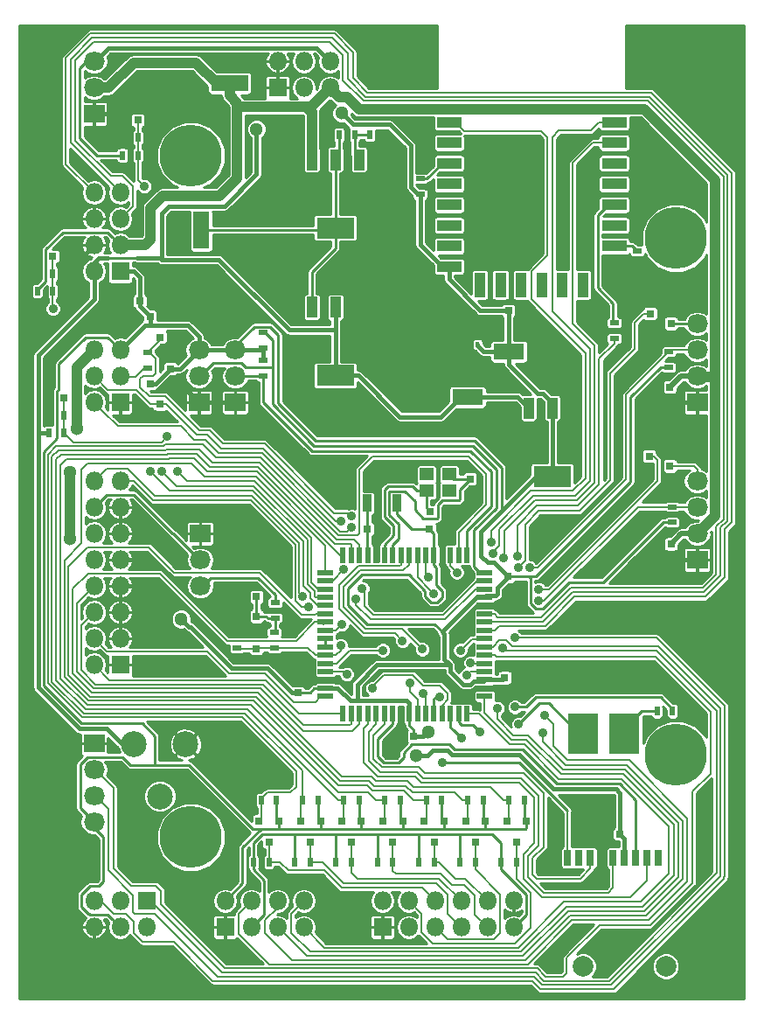
<source format=gtl>
G04 #@! TF.FileFunction,Copper,L1,Top,Signal*
%FSLAX46Y46*%
G04 Gerber Fmt 4.6, Leading zero omitted, Abs format (unit mm)*
G04 Created by KiCad (PCBNEW 4.0.1-stable) date 23.06.2016 01:41:27*
%MOMM*%
G01*
G04 APERTURE LIST*
%ADD10C,0.100000*%
%ADD11R,0.900000X0.500000*%
%ADD12R,0.500000X0.900000*%
%ADD13R,0.800000X0.750000*%
%ADD14R,0.750000X0.800000*%
%ADD15R,1.400000X1.200000*%
%ADD16R,0.800100X0.800100*%
%ADD17R,3.657600X2.032000*%
%ADD18R,1.016000X2.032000*%
%ADD19R,1.800000X1.800000*%
%ADD20O,1.800000X1.800000*%
%ADD21R,2.032000X1.800000*%
%ADD22O,2.032000X1.800000*%
%ADD23R,1.600000X1.400000*%
%ADD24R,0.700000X1.600000*%
%ADD25R,1.200000X2.200000*%
%ADD26C,2.000000*%
%ADD27R,3.000000X4.000000*%
%ADD28R,1.100000X2.400000*%
%ADD29R,2.400000X1.100000*%
%ADD30R,0.900000X1.700000*%
%ADD31R,1.500000X0.550000*%
%ADD32R,0.550000X1.500000*%
%ADD33R,0.450000X0.590000*%
%ADD34R,2.999740X1.600200*%
%ADD35R,1.600200X3.599180*%
%ADD36R,3.599180X1.600200*%
%ADD37C,2.499360*%
%ADD38C,6.000000*%
%ADD39C,1.300000*%
%ADD40C,0.900000*%
%ADD41C,1.000000*%
%ADD42C,0.500000*%
%ADD43C,0.510000*%
%ADD44C,0.250000*%
%ADD45C,0.400000*%
%ADD46C,0.200000*%
%ADD47C,0.254000*%
G04 APERTURE END LIST*
D10*
D11*
X166200000Y-68750000D03*
X166200000Y-67250000D03*
X187250000Y-74250000D03*
X187250000Y-75750000D03*
X185000000Y-81200000D03*
X185000000Y-82700000D03*
D12*
X158350000Y-63000000D03*
X159850000Y-63000000D03*
X161350000Y-63000000D03*
X162850000Y-63000000D03*
X130229776Y-91844556D03*
X131729776Y-91844556D03*
X131729776Y-90144556D03*
X130229776Y-90144556D03*
X129129776Y-78144556D03*
X130629776Y-78144556D03*
X130629776Y-76444556D03*
X129129776Y-76444556D03*
X189150000Y-118800000D03*
X190650000Y-118800000D03*
X137364888Y-64972278D03*
X138864888Y-64972278D03*
X138864888Y-63272278D03*
X137364888Y-63272278D03*
D11*
X190600000Y-100510000D03*
X190600000Y-99010000D03*
X190300000Y-85510000D03*
X190300000Y-84010000D03*
D12*
X168304519Y-127442121D03*
X166804519Y-127442121D03*
X164304519Y-127442121D03*
X162804519Y-127442121D03*
X160304519Y-127442121D03*
X158804519Y-127442121D03*
X156304519Y-127442121D03*
X154804519Y-127442121D03*
X152304519Y-127442121D03*
X150804519Y-127442121D03*
X172304519Y-127442121D03*
X170804519Y-127442121D03*
X176304519Y-127442121D03*
X174804519Y-127442121D03*
X166054519Y-133442121D03*
X167554519Y-133442121D03*
X162054519Y-133442121D03*
X163554519Y-133442121D03*
X158054519Y-133442121D03*
X159554519Y-133442121D03*
X154054519Y-133442121D03*
X155554519Y-133442121D03*
X150054519Y-133442121D03*
X151554519Y-133442121D03*
X170054519Y-133442121D03*
X171554519Y-133442121D03*
X174054519Y-133442121D03*
X175554519Y-133442121D03*
D11*
X152150824Y-108274652D03*
X152150824Y-109774652D03*
X152073102Y-111174652D03*
X152073102Y-112674652D03*
X148450824Y-112674652D03*
X148450824Y-111174652D03*
X139800000Y-84050000D03*
X139800000Y-85550000D03*
X151000000Y-83650000D03*
X151000000Y-82150000D03*
X151000000Y-84850000D03*
X151000000Y-86350000D03*
D13*
X176250000Y-80000000D03*
X174750000Y-80000000D03*
D14*
X154343887Y-117016741D03*
X154343887Y-115516741D03*
D13*
X131729776Y-88444556D03*
X130229776Y-88444556D03*
X167093887Y-101166741D03*
X168593887Y-101166741D03*
D14*
X174700000Y-105750000D03*
X174700000Y-107250000D03*
X174400000Y-115550000D03*
X174400000Y-117050000D03*
X171043887Y-96316741D03*
X171043887Y-97816741D03*
D13*
X130629776Y-74744556D03*
X129129776Y-74744556D03*
X165593887Y-121266741D03*
X164093887Y-121266741D03*
X167193887Y-99466741D03*
X168693887Y-99466741D03*
X161093887Y-101166741D03*
X162593887Y-101166741D03*
X138864888Y-61572278D03*
X137364888Y-61572278D03*
D14*
X190500000Y-104110000D03*
X190500000Y-102610000D03*
X190400000Y-88910000D03*
X190400000Y-87410000D03*
X142000000Y-84150000D03*
X142000000Y-85650000D03*
X150350824Y-112724652D03*
X150350824Y-111224652D03*
D13*
X140550000Y-79100000D03*
X139050000Y-79100000D03*
D15*
X166843887Y-97466741D03*
X169043887Y-97466741D03*
X166843887Y-95866741D03*
X169043887Y-95866741D03*
D16*
X150350824Y-109624652D03*
X150350824Y-107724652D03*
X148351844Y-108674652D03*
D17*
X179000000Y-96052000D03*
D18*
X179000000Y-89448000D03*
X176714000Y-89448000D03*
X181286000Y-89448000D03*
D17*
X158000000Y-86302000D03*
D18*
X158000000Y-79698000D03*
X155714000Y-79698000D03*
X160286000Y-79698000D03*
D17*
X158000000Y-72000000D03*
D18*
X158000000Y-65396000D03*
X155714000Y-65396000D03*
X160286000Y-65396000D03*
D16*
X176504519Y-129441361D03*
X174604519Y-129441361D03*
X175554519Y-131440341D03*
X172504519Y-129441361D03*
X170604519Y-129441361D03*
X171554519Y-131440341D03*
X152504519Y-129441361D03*
X150604519Y-129441361D03*
X151554519Y-131440341D03*
X156554519Y-129442121D03*
X154654519Y-129442121D03*
X155604519Y-131441101D03*
X160504519Y-129441361D03*
X158604519Y-129441361D03*
X159554519Y-131440341D03*
X164504519Y-129441361D03*
X162604519Y-129441361D03*
X163554519Y-131440341D03*
X168504519Y-129441361D03*
X166604519Y-129441361D03*
X167554519Y-131440341D03*
X188499240Y-80310000D03*
X188499240Y-82210000D03*
X190498220Y-81260000D03*
X188399240Y-94110000D03*
X188399240Y-96010000D03*
X190398220Y-95060000D03*
D19*
X137160000Y-88900000D03*
D20*
X134620000Y-88900000D03*
X137160000Y-86360000D03*
X134620000Y-86360000D03*
X137160000Y-83820000D03*
X134620000Y-83820000D03*
D21*
X148294888Y-88900000D03*
D22*
X148294888Y-86360000D03*
X148294888Y-83820000D03*
D21*
X144780000Y-88900000D03*
D22*
X144780000Y-86360000D03*
X144780000Y-83820000D03*
D21*
X144916000Y-101600000D03*
D22*
X144916000Y-104140000D03*
X144916000Y-106680000D03*
D19*
X162560000Y-139700000D03*
D20*
X162560000Y-137160000D03*
X165100000Y-139700000D03*
X165100000Y-137160000D03*
X167640000Y-139700000D03*
X167640000Y-137160000D03*
X170180000Y-139700000D03*
X170180000Y-137160000D03*
X172720000Y-139700000D03*
X172720000Y-137160000D03*
X175260000Y-139700000D03*
X175260000Y-137160000D03*
D19*
X147320000Y-139700000D03*
D20*
X147320000Y-137160000D03*
X149860000Y-139700000D03*
X149860000Y-137160000D03*
X152400000Y-139700000D03*
X152400000Y-137160000D03*
X154940000Y-139700000D03*
X154940000Y-137160000D03*
D23*
X179000000Y-133500000D03*
D24*
X189300000Y-133000000D03*
X187100000Y-133000000D03*
X186000000Y-133000000D03*
X184900000Y-133000000D03*
X183800000Y-133000000D03*
X182700000Y-133000000D03*
X181600000Y-133000000D03*
D23*
X193800000Y-133500000D03*
D24*
X188200000Y-133000000D03*
X180500000Y-133000000D03*
D25*
X194700000Y-143100000D03*
X179200000Y-143100000D03*
D26*
X182000000Y-143500000D03*
X190000000Y-143500000D03*
D21*
X193040000Y-88900000D03*
D22*
X193040000Y-86360000D03*
X193040000Y-83820000D03*
X193040000Y-81280000D03*
D21*
X193040000Y-104140000D03*
D22*
X193040000Y-101600000D03*
X193040000Y-99060000D03*
X193040000Y-96520000D03*
D19*
X137160000Y-76200000D03*
D20*
X134620000Y-76200000D03*
X137160000Y-73660000D03*
X134620000Y-73660000D03*
X137160000Y-71120000D03*
X134620000Y-71120000D03*
X137160000Y-68580000D03*
X134620000Y-68580000D03*
D27*
X182000000Y-121000000D03*
X186000000Y-121000000D03*
D21*
X134620000Y-121920000D03*
D22*
X134620000Y-124460000D03*
X134620000Y-127000000D03*
X134620000Y-129540000D03*
D19*
X139700000Y-137160000D03*
D20*
X139700000Y-139700000D03*
X137160000Y-137160000D03*
X137160000Y-139700000D03*
X134620000Y-137160000D03*
X134620000Y-139700000D03*
D28*
X171990000Y-77512278D03*
X173990000Y-77512278D03*
X175990000Y-77512278D03*
X177990000Y-77512278D03*
X179990000Y-77512278D03*
X181990000Y-77512278D03*
D29*
X169000000Y-61762278D03*
X169000000Y-63762278D03*
X169000000Y-65762278D03*
X169000000Y-67762278D03*
X169000000Y-69762278D03*
X169000000Y-71762278D03*
X169000000Y-73762278D03*
X169000000Y-75762278D03*
X185000000Y-75762278D03*
X185000000Y-73762278D03*
X185000000Y-71762278D03*
X185000000Y-69762278D03*
X185000000Y-67762278D03*
X185000000Y-65762278D03*
X185000000Y-63762278D03*
X185000000Y-61762278D03*
D19*
X152400000Y-58420000D03*
D20*
X152400000Y-55880000D03*
X154940000Y-58420000D03*
X154940000Y-55880000D03*
X157480000Y-58420000D03*
X157480000Y-55880000D03*
D30*
X163993887Y-98666741D03*
X161093887Y-98666741D03*
D31*
X157043887Y-105366741D03*
X157043887Y-106166741D03*
X157043887Y-106966741D03*
X157043887Y-107766741D03*
X157043887Y-108566741D03*
X157043887Y-109366741D03*
X157043887Y-110166741D03*
X157043887Y-110966741D03*
X157043887Y-111766741D03*
X157043887Y-112566741D03*
X157043887Y-113366741D03*
X157043887Y-114166741D03*
X157043887Y-114966741D03*
X157043887Y-115766741D03*
X157043887Y-116566741D03*
X157043887Y-117366741D03*
D32*
X158743887Y-119066741D03*
X159543887Y-119066741D03*
X160343887Y-119066741D03*
X161143887Y-119066741D03*
X161943887Y-119066741D03*
X162743887Y-119066741D03*
X163543887Y-119066741D03*
X164343887Y-119066741D03*
X165143887Y-119066741D03*
X165943887Y-119066741D03*
X166743887Y-119066741D03*
X167543887Y-119066741D03*
X168343887Y-119066741D03*
X169143887Y-119066741D03*
X169943887Y-119066741D03*
X170743887Y-119066741D03*
D31*
X172443887Y-117366741D03*
X172443887Y-116566741D03*
X172443887Y-115766741D03*
X172443887Y-114966741D03*
X172443887Y-114166741D03*
X172443887Y-113366741D03*
X172443887Y-112566741D03*
X172443887Y-111766741D03*
X172443887Y-110966741D03*
X172443887Y-110166741D03*
X172443887Y-109366741D03*
X172443887Y-108566741D03*
X172443887Y-107766741D03*
X172443887Y-106966741D03*
X172443887Y-106166741D03*
X172443887Y-105366741D03*
D32*
X170743887Y-103666741D03*
X169943887Y-103666741D03*
X169143887Y-103666741D03*
X168343887Y-103666741D03*
X167543887Y-103666741D03*
X166743887Y-103666741D03*
X165943887Y-103666741D03*
X165143887Y-103666741D03*
X164343887Y-103666741D03*
X163543887Y-103666741D03*
X162743887Y-103666741D03*
X161943887Y-103666741D03*
X161143887Y-103666741D03*
X160343887Y-103666741D03*
X159543887Y-103666741D03*
X158743887Y-103666741D03*
D16*
X141950000Y-80600000D03*
X140050000Y-80600000D03*
X141000000Y-82598980D03*
X141944888Y-87071518D03*
X140044888Y-87071518D03*
X140994888Y-89070498D03*
D33*
X171750000Y-83305000D03*
X171750000Y-81195000D03*
D34*
X174800360Y-84000000D03*
X179199640Y-84000000D03*
X170799640Y-88400000D03*
X166400360Y-88400000D03*
D35*
X145000000Y-72249180D03*
X145000000Y-77750820D03*
D36*
X147750820Y-58000000D03*
X142249180Y-58000000D03*
D13*
X184050000Y-130700000D03*
X185550000Y-130700000D03*
D37*
X141000640Y-127039360D03*
X138501280Y-122000000D03*
X143500000Y-122000000D03*
D21*
X134620000Y-60960000D03*
D22*
X134620000Y-58420000D03*
X134620000Y-55880000D03*
D38*
X191000000Y-123000000D03*
X191000000Y-73000000D03*
X144000000Y-65000000D03*
X144000000Y-131000000D03*
D19*
X137160000Y-114300000D03*
D20*
X134620000Y-114300000D03*
X137160000Y-111760000D03*
X134620000Y-111760000D03*
X137160000Y-109220000D03*
X134620000Y-109220000D03*
X137160000Y-106680000D03*
X134620000Y-106680000D03*
X137160000Y-104140000D03*
X134620000Y-104140000D03*
X137160000Y-101600000D03*
X134620000Y-101600000D03*
X137160000Y-99060000D03*
X134620000Y-99060000D03*
X137160000Y-96520000D03*
X134620000Y-96520000D03*
D39*
X132300075Y-95700000D03*
X132929804Y-91400000D03*
X132319979Y-102090687D03*
X163600000Y-122650000D03*
X130250020Y-87050000D03*
X175900000Y-107000000D03*
X170054529Y-99858376D03*
X164900000Y-83800000D03*
X186700000Y-85700000D03*
X162100000Y-96200000D03*
X175900000Y-116700000D03*
X193700000Y-131100000D03*
X193000000Y-142100000D03*
X180500000Y-141000000D03*
X182200000Y-130500000D03*
X179400000Y-130400000D03*
X179300000Y-86900000D03*
X147100000Y-77800000D03*
X142800000Y-82700000D03*
X129300000Y-72400000D03*
X158600000Y-60900000D03*
X165819166Y-123101141D03*
X167000006Y-120800000D03*
X143058266Y-109888085D03*
D40*
X142700000Y-95600000D03*
X141700000Y-92200000D03*
X141200000Y-95600000D03*
X130646967Y-79826660D03*
D39*
X150350000Y-62450000D03*
D40*
X140100000Y-95600000D03*
X139459973Y-67981846D03*
X159550000Y-101000000D03*
X158500000Y-112400000D03*
X159550000Y-99900000D03*
X158600000Y-110400000D03*
X162600000Y-112900000D03*
X178250020Y-119180100D03*
X159100000Y-115200000D03*
X173680228Y-118505376D03*
X177700000Y-107000000D03*
X165200000Y-116100000D03*
X175700000Y-104900000D03*
X166500000Y-117100000D03*
X168100000Y-117400000D03*
X168390888Y-123750020D03*
X161600000Y-116600000D03*
X175600000Y-103800000D03*
X170200000Y-121400000D03*
X175375940Y-118384548D03*
X172000000Y-120800000D03*
X175749980Y-120042901D03*
X177700000Y-108100000D03*
X170700000Y-115300000D03*
X176800000Y-104900000D03*
X171100000Y-114100000D03*
X170100000Y-112900000D03*
X178050020Y-120872178D03*
X155362325Y-108723421D03*
X160000000Y-107900000D03*
X154843855Y-107665118D03*
X160600000Y-106900000D03*
X173100000Y-102400000D03*
X169764188Y-105366753D03*
X173300000Y-103500000D03*
X167018900Y-105844026D03*
X167543993Y-107447949D03*
X174300000Y-104000000D03*
X174200000Y-112700000D03*
X166400000Y-112800000D03*
X175400000Y-111700000D03*
X164500000Y-112000000D03*
X158550000Y-100400000D03*
X158800000Y-105100000D03*
D41*
X137160000Y-73660000D02*
X139540000Y-73660000D01*
X139540000Y-73660000D02*
X140100000Y-73100000D01*
X140100000Y-73100000D02*
X140100000Y-70100000D01*
X140100000Y-70100000D02*
X141300000Y-68900000D01*
X141300000Y-68900000D02*
X146800000Y-68900000D01*
X146800000Y-68900000D02*
X148500000Y-67200000D01*
X148500000Y-67200000D02*
X148500000Y-60500000D01*
X132319979Y-102090687D02*
X132319979Y-95719904D01*
X132319979Y-95719904D02*
X132300075Y-95700000D01*
X194774967Y-67374969D02*
X194774967Y-86425033D01*
X187900031Y-60500033D02*
X194774967Y-67374969D01*
X160300033Y-60500033D02*
X187900031Y-60500033D01*
X158379999Y-59319999D02*
X159119999Y-59319999D01*
X159119999Y-59319999D02*
X160300033Y-60500033D01*
X157480000Y-58420000D02*
X158379999Y-59319999D01*
X134620000Y-83820000D02*
X132929804Y-85510196D01*
X132929804Y-90339340D02*
X132929804Y-91400000D01*
X132929804Y-85510196D02*
X132929804Y-90339340D01*
X148500000Y-60500000D02*
X148700000Y-60300000D01*
X148700000Y-60300000D02*
X155200000Y-60300000D01*
X155200000Y-60300000D02*
X155400000Y-60500000D01*
X155400000Y-60500000D02*
X155700000Y-60800000D01*
X155700000Y-60800000D02*
X155700000Y-65382000D01*
X155700000Y-65382000D02*
X155714000Y-65396000D01*
X148500000Y-60500000D02*
X148500000Y-59949280D01*
X155400000Y-60500000D02*
X157480000Y-58420000D01*
X148500000Y-59949280D02*
X147750820Y-59200100D01*
D42*
X193040000Y-86360000D02*
X191450000Y-86360000D01*
X191450000Y-86360000D02*
X190400000Y-87410000D01*
D43*
X193040000Y-101600000D02*
X191510000Y-101600000D01*
X191510000Y-101600000D02*
X190500000Y-102610000D01*
D41*
X194774967Y-86425033D02*
X194774967Y-99865033D01*
X194774967Y-99865033D02*
X193040000Y-101600000D01*
X193105033Y-86425033D02*
X193040000Y-86360000D01*
X194774967Y-86425033D02*
X193105033Y-86425033D01*
X134620000Y-58420000D02*
X136036000Y-58420000D01*
X136036000Y-58420000D02*
X138456000Y-56000000D01*
X138456000Y-56000000D02*
X144500000Y-56000000D01*
X144500000Y-56000000D02*
X146500000Y-58000000D01*
X146500000Y-58000000D02*
X147750820Y-58000000D01*
D44*
X129129776Y-78144556D02*
X129129776Y-77944556D01*
X129129776Y-77944556D02*
X129904775Y-77169557D01*
X129904775Y-77169557D02*
X129904775Y-74109555D01*
X129904775Y-74109555D02*
X131579331Y-72434999D01*
X131579331Y-72434999D02*
X135934999Y-72434999D01*
X135934999Y-72434999D02*
X136260001Y-72760001D01*
X136260001Y-72760001D02*
X137160000Y-73660000D01*
D41*
X147750820Y-58000000D02*
X147750820Y-59200100D01*
D45*
X163600000Y-122650000D02*
X164093887Y-122156113D01*
X164093887Y-122156113D02*
X164093887Y-121266741D01*
X134620000Y-73660000D02*
X132100000Y-76180000D01*
X132100000Y-76180000D02*
X132100000Y-80000000D01*
X132100000Y-80000000D02*
X130300000Y-81800000D01*
X130300000Y-81800000D02*
X129000000Y-81800000D01*
X129000000Y-81800000D02*
X128450000Y-81250000D01*
X128450000Y-81250000D02*
X128450000Y-77324332D01*
X129129776Y-76644556D02*
X129129776Y-76444556D01*
X128450000Y-77324332D02*
X129129776Y-76644556D01*
X175650000Y-107250000D02*
X174700000Y-107250000D01*
X175900000Y-107000000D02*
X175650000Y-107250000D01*
X136500000Y-61424000D02*
X136500000Y-61507390D01*
X136500000Y-61507390D02*
X136564888Y-61572278D01*
X136564888Y-61572278D02*
X137364888Y-61572278D01*
X134620000Y-60960000D02*
X136036000Y-60960000D01*
X136036000Y-60960000D02*
X136500000Y-61424000D01*
X176250000Y-80000000D02*
X176250000Y-81050360D01*
X176250000Y-81050360D02*
X179199640Y-84000000D01*
X170043887Y-99847734D02*
X170054529Y-99858376D01*
X170043887Y-99466741D02*
X170043887Y-99847734D01*
X130229776Y-87229774D02*
X130100002Y-87100000D01*
X130229776Y-88444556D02*
X130229776Y-87229774D01*
X141476555Y-106680000D02*
X138432792Y-106680000D01*
X154343887Y-115516741D02*
X153568887Y-115516741D01*
X148274975Y-114019845D02*
X144365068Y-110109938D01*
X144365068Y-109568512D02*
X141476555Y-106680000D01*
X144365068Y-110109938D02*
X144365068Y-109568512D01*
X153568887Y-115516741D02*
X152071991Y-114019845D01*
X152071991Y-114019845D02*
X148274975Y-114019845D01*
X138432792Y-106680000D02*
X137160000Y-106680000D01*
X148351844Y-108674652D02*
X144956161Y-108674652D01*
X144956161Y-108674652D02*
X140421509Y-104140000D01*
X140421509Y-104140000D02*
X137160000Y-104140000D01*
X164900000Y-85699540D02*
X164900000Y-83800000D01*
X166400360Y-87199900D02*
X164900000Y-85699540D01*
X167000000Y-81195000D02*
X166400000Y-81195000D01*
X171750000Y-81195000D02*
X167000000Y-81195000D01*
X166400000Y-81195000D02*
X161275000Y-81195000D01*
X166400360Y-88400000D02*
X166400360Y-87199900D01*
X166400360Y-87199900D02*
X166400000Y-87199540D01*
X166400000Y-87199540D02*
X166400000Y-81195000D01*
X186700000Y-85700000D02*
X188499240Y-83900760D01*
X188499240Y-83900760D02*
X188499240Y-82210000D01*
X189650000Y-77300000D02*
X189650000Y-81859290D01*
X189650000Y-81859290D02*
X189299290Y-82210000D01*
X189299290Y-82210000D02*
X188499240Y-82210000D01*
X187250000Y-75750000D02*
X188100000Y-75750000D01*
X188100000Y-75750000D02*
X189650000Y-77300000D01*
X162100000Y-100036744D02*
X162100000Y-96200000D01*
X162593887Y-101166741D02*
X162593887Y-100530631D01*
X162593887Y-100530631D02*
X162100000Y-100036744D01*
X174400000Y-117050000D02*
X175550000Y-117050000D01*
X175550000Y-117050000D02*
X175900000Y-116700000D01*
X193800000Y-133500000D02*
X193800000Y-131200000D01*
X193800000Y-131200000D02*
X193700000Y-131100000D01*
X194700000Y-143100000D02*
X194000000Y-143100000D01*
X194000000Y-143100000D02*
X193000000Y-142100000D01*
X179200000Y-143100000D02*
X179200000Y-142300000D01*
X179200000Y-142300000D02*
X180500000Y-141000000D01*
X182200000Y-130500000D02*
X183850000Y-130500000D01*
X183850000Y-130500000D02*
X184050000Y-130700000D01*
X179000000Y-133500000D02*
X179000000Y-130800000D01*
X179000000Y-130800000D02*
X179400000Y-130400000D01*
X183760000Y-133000000D02*
X183900000Y-132860000D01*
X183900000Y-132860000D02*
X183900000Y-130850000D01*
X183900000Y-130850000D02*
X184050000Y-130700000D01*
X179199640Y-84000000D02*
X179199640Y-86799640D01*
X179199640Y-86799640D02*
X179300000Y-86900000D01*
X190400000Y-88910000D02*
X189625000Y-88910000D01*
X189625000Y-88910000D02*
X187599189Y-90935811D01*
X187599189Y-90935811D02*
X187599190Y-96010000D01*
X187599190Y-96010000D02*
X188399240Y-96010000D01*
X161275000Y-81195000D02*
X160286000Y-80206000D01*
X160286000Y-80206000D02*
X160286000Y-79698000D01*
X160286000Y-79698000D02*
X160286000Y-78282000D01*
X160286000Y-78282000D02*
X162850000Y-75718000D01*
X162850000Y-75718000D02*
X162850000Y-63850000D01*
X162850000Y-63850000D02*
X162850000Y-63000000D01*
X146249280Y-77800000D02*
X147100000Y-77800000D01*
X145000000Y-77750820D02*
X146200100Y-77750820D01*
X146200100Y-77750820D02*
X146249280Y-77800000D01*
X142800000Y-83325000D02*
X142800000Y-82700000D01*
X142000000Y-84150000D02*
X142000000Y-84125000D01*
X142000000Y-84125000D02*
X142800000Y-83325000D01*
X144780000Y-88900000D02*
X148294888Y-88900000D01*
X141944888Y-87071518D02*
X142951518Y-87071518D01*
X142951518Y-87071518D02*
X144780000Y-88900000D01*
X141950000Y-80600000D02*
X141950000Y-79600720D01*
X143799900Y-77750820D02*
X145000000Y-77750820D01*
X141950000Y-79600720D02*
X143799900Y-77750820D01*
X129129776Y-72570224D02*
X129300000Y-72400000D01*
X129129776Y-74744556D02*
X129129776Y-72570224D01*
X137364888Y-61572278D02*
X137364888Y-60335112D01*
X140000000Y-58000000D02*
X142249180Y-58000000D01*
X137364888Y-60335112D02*
X139700000Y-58000000D01*
X139700000Y-58000000D02*
X140000000Y-58000000D01*
X137364888Y-61572278D02*
X137364888Y-63272278D01*
X129129776Y-76444556D02*
X129129776Y-74744556D01*
X130229776Y-88444556D02*
X130229776Y-90144556D01*
X140550000Y-79100000D02*
X140550000Y-79200000D01*
X140550000Y-79200000D02*
X141950000Y-80600000D01*
X181286000Y-89448000D02*
X181286000Y-85386590D01*
X181286000Y-85386590D02*
X179899410Y-84000000D01*
X179899410Y-84000000D02*
X179199640Y-84000000D01*
X172443887Y-116566741D02*
X173916741Y-116566741D01*
X173916741Y-116566741D02*
X174400000Y-117050000D01*
X174700000Y-107460628D02*
X174700000Y-107250000D01*
X173593887Y-108566741D02*
X174700000Y-107460628D01*
X172443887Y-108566741D02*
X173593887Y-108566741D01*
X190400000Y-88910000D02*
X193030000Y-88910000D01*
X193030000Y-88910000D02*
X193040000Y-88900000D01*
X190500000Y-104110000D02*
X193010000Y-104110000D01*
X193010000Y-104110000D02*
X193040000Y-104140000D01*
D44*
X141650000Y-86776630D02*
X141944888Y-87071518D01*
X185000000Y-75762278D02*
X187237722Y-75762278D01*
X187237722Y-75762278D02*
X187250000Y-75750000D01*
X169343887Y-99466741D02*
X168693887Y-99466741D01*
X170043887Y-99466741D02*
X169343887Y-99466741D01*
X171043887Y-97816741D02*
X171043887Y-98466741D01*
X171043887Y-98466741D02*
X170043887Y-99466741D01*
X168693887Y-99466741D02*
X168693887Y-101066741D01*
X168693887Y-101066741D02*
X168593887Y-101166741D01*
X168593887Y-101166741D02*
X168593887Y-101791741D01*
X168593887Y-101791741D02*
X168343887Y-102041741D01*
X168343887Y-102041741D02*
X168343887Y-102666741D01*
X168343887Y-102666741D02*
X168343887Y-103666741D01*
X162593887Y-101166741D02*
X162593887Y-101791741D01*
X162593887Y-101791741D02*
X161943887Y-102441741D01*
X161943887Y-102441741D02*
X161943887Y-102666741D01*
X161943887Y-102666741D02*
X161943887Y-103666741D01*
X164343887Y-119066741D02*
X164200000Y-119210628D01*
X164200000Y-119210628D02*
X164200000Y-120300000D01*
X164200000Y-120300000D02*
X164100000Y-120400000D01*
X164100000Y-120400000D02*
X164100000Y-121260628D01*
X164100000Y-121260628D02*
X164093887Y-121266741D01*
X157043887Y-115766741D02*
X154593887Y-115766741D01*
X154593887Y-115766741D02*
X154343887Y-115516741D01*
X148450824Y-111174652D02*
X148450824Y-108773632D01*
X148450824Y-108773632D02*
X148351844Y-108674652D01*
X150350824Y-111224652D02*
X148500824Y-111224652D01*
X148500824Y-111224652D02*
X148450824Y-111174652D01*
D45*
X160800000Y-117800000D02*
X160349984Y-117800000D01*
X169100000Y-114300000D02*
X161997996Y-114300000D01*
X161997996Y-114300000D02*
X160100000Y-116197996D01*
X160100000Y-116197996D02*
X160100000Y-117750000D01*
X160100000Y-117750000D02*
X160150000Y-117800000D01*
X169100000Y-114300000D02*
X169100000Y-114950000D01*
X169100000Y-114950000D02*
X170350000Y-116200000D01*
X170350000Y-116200000D02*
X171065626Y-116200000D01*
X171373886Y-115891740D02*
X172318888Y-115891740D01*
X171065626Y-116200000D02*
X171373886Y-115891740D01*
X172318888Y-115891740D02*
X172443887Y-115766741D01*
X168315299Y-111100000D02*
X168550000Y-111334701D01*
X168550000Y-111334701D02*
X168550000Y-113750000D01*
X168550000Y-113750000D02*
X169100000Y-114300000D01*
X160349984Y-117800000D02*
X159450000Y-117800000D01*
X159450000Y-117800000D02*
X158216741Y-116566741D01*
X158216741Y-116566741D02*
X157043887Y-116566741D01*
D44*
X190600000Y-100510000D02*
X189750000Y-100510000D01*
X189750000Y-100510000D02*
X183960000Y-106300000D01*
X183960000Y-106300000D02*
X180653786Y-106300000D01*
X180653786Y-106300000D02*
X178053786Y-108900000D01*
X178053786Y-108900000D02*
X177400000Y-108900000D01*
X177400000Y-108900000D02*
X176900000Y-108400000D01*
X176900000Y-108400000D02*
X176900000Y-105900000D01*
X176900000Y-105900000D02*
X176775000Y-105775000D01*
X176775000Y-105775000D02*
X174700000Y-105775000D01*
X157043887Y-116566741D02*
X157010628Y-116600000D01*
X157010628Y-116600000D02*
X155950000Y-116600000D01*
X155950000Y-116600000D02*
X155533259Y-117016741D01*
X155533259Y-117016741D02*
X154343887Y-117016741D01*
D45*
X154343887Y-117016741D02*
X153823327Y-117016741D01*
X153823327Y-117016741D02*
X151426442Y-114619856D01*
X143808265Y-110638084D02*
X143058266Y-109888085D01*
X151426442Y-114619856D02*
X147927483Y-114619856D01*
X147927483Y-114619856D02*
X143945711Y-110638084D01*
X143945711Y-110638084D02*
X143808265Y-110638084D01*
D44*
X167250000Y-108250000D02*
X166700000Y-107700000D01*
X168350000Y-107150000D02*
X168350000Y-107750000D01*
X167800000Y-104922854D02*
X167800000Y-106600000D01*
X167543887Y-103666741D02*
X167543887Y-104666741D01*
X160550000Y-105600000D02*
X159200000Y-106950000D01*
X159200000Y-106950000D02*
X159200000Y-108500000D01*
X166700000Y-107200000D02*
X165100000Y-105600000D01*
X167543887Y-104666741D02*
X167800000Y-104922854D01*
X167800000Y-106600000D02*
X168350000Y-107150000D01*
X165100000Y-105600000D02*
X160550000Y-105600000D01*
X166700000Y-107700000D02*
X166700000Y-107200000D01*
X168350000Y-107750000D02*
X167850000Y-108250000D01*
X167850000Y-108250000D02*
X167250000Y-108250000D01*
X159200000Y-108500000D02*
X161100000Y-110400000D01*
X161100000Y-110400000D02*
X167615299Y-110400000D01*
X167615299Y-110400000D02*
X168315299Y-111100000D01*
X140500000Y-121200000D02*
X140500000Y-123900000D01*
X129725011Y-93674989D02*
X129725011Y-116282535D01*
X131004775Y-87838227D02*
X131004775Y-92395225D01*
X131225021Y-87617981D02*
X131004775Y-87838227D01*
X131225021Y-85174979D02*
X131225021Y-87617981D01*
X137160000Y-83820000D02*
X135934999Y-82594999D01*
X135934999Y-82594999D02*
X133805001Y-82594999D01*
X133417465Y-119974989D02*
X139274989Y-119974989D01*
X133805001Y-82594999D02*
X131225021Y-85174979D01*
X131004775Y-92395225D02*
X129725011Y-93674989D01*
X129725011Y-116282535D02*
X133417465Y-119974989D01*
X139274989Y-119974989D02*
X140500000Y-121200000D01*
D45*
X160349984Y-117800000D02*
X164900000Y-117800000D01*
X164900000Y-117800000D02*
X165143887Y-118043887D01*
X165143887Y-118043887D02*
X165143887Y-119066741D01*
X158600000Y-60900000D02*
X159701518Y-62001518D01*
X166000000Y-68750000D02*
X166200000Y-68750000D01*
X159701518Y-62001518D02*
X163271520Y-62001518D01*
X163271520Y-62001518D02*
X165300000Y-64029998D01*
X165300000Y-64029998D02*
X165300000Y-68050000D01*
X165300000Y-68050000D02*
X166000000Y-68750000D01*
X185550000Y-130700000D02*
X185550000Y-126700000D01*
X185550000Y-126700000D02*
X185200000Y-126350000D01*
X185200000Y-126350000D02*
X179149110Y-126350000D01*
X179149110Y-126350000D02*
X175792057Y-122992947D01*
X170940534Y-122992947D02*
X170933468Y-123000013D01*
X175792057Y-122992947D02*
X170940534Y-122992947D01*
X168904705Y-122600013D02*
X167380954Y-122600013D01*
X170933468Y-123000013D02*
X169304705Y-123000013D01*
X169304705Y-123000013D02*
X168904705Y-122600013D01*
X167380954Y-122600013D02*
X166879826Y-123101141D01*
X166879826Y-123101141D02*
X165819166Y-123101141D01*
D44*
X134620000Y-130120000D02*
X135500000Y-131000000D01*
X135500000Y-131000000D02*
X135500000Y-135300000D01*
X134620000Y-129540000D02*
X134620000Y-130120000D01*
X133278990Y-123952585D02*
X133278990Y-128198990D01*
X133278990Y-128198990D02*
X134620000Y-129540000D01*
X134266998Y-135700000D02*
X133394999Y-136571999D01*
X135500000Y-135300000D02*
X135100000Y-135700000D01*
X135100000Y-135700000D02*
X134266998Y-135700000D01*
X133394999Y-137748001D02*
X134031999Y-138385001D01*
X133394999Y-136571999D02*
X133394999Y-137748001D01*
X134121997Y-138474999D02*
X135934999Y-138474999D01*
X135934999Y-138474999D02*
X136260001Y-138800001D01*
X134031999Y-138385001D02*
X134211995Y-138385001D01*
X134211995Y-138385001D02*
X134121997Y-138474999D01*
X136260001Y-138800001D02*
X137160000Y-139700000D01*
D45*
X174750000Y-80000000D02*
X174750000Y-83949640D01*
X174750000Y-83949640D02*
X174800360Y-84000000D01*
X172007720Y-80000000D02*
X174750000Y-80000000D01*
D44*
X148294888Y-83820000D02*
X148294888Y-83405112D01*
X171500000Y-92600000D02*
X174100000Y-95200000D01*
X148294888Y-83405112D02*
X150125001Y-81574999D01*
X150125001Y-81574999D02*
X151710001Y-81574999D01*
X151710001Y-81574999D02*
X152474989Y-82339987D01*
X152474989Y-82339987D02*
X152474989Y-88974989D01*
X152474989Y-88974989D02*
X156100000Y-92600000D01*
X156100000Y-92600000D02*
X171500000Y-92600000D01*
X174100000Y-99400000D02*
X173200000Y-100300000D01*
X174100000Y-95200000D02*
X174100000Y-99400000D01*
D45*
X177448000Y-96052000D02*
X173200000Y-100300000D01*
X173200000Y-100300000D02*
X172100000Y-101400000D01*
X179000000Y-96052000D02*
X177448000Y-96052000D01*
X174700000Y-105725000D02*
X174700000Y-105750000D01*
X173379926Y-104404926D02*
X174700000Y-105725000D01*
X172100000Y-101400000D02*
X172100000Y-103776009D01*
X172100000Y-103776009D02*
X172728917Y-104404926D01*
X172728917Y-104404926D02*
X173379926Y-104404926D01*
D44*
X190300000Y-85510000D02*
X189490000Y-85510000D01*
X189490000Y-85510000D02*
X186600000Y-88400000D01*
X186600000Y-88400000D02*
X186600000Y-96591002D01*
X186600000Y-96591002D02*
X177441002Y-105750000D01*
X177441002Y-105750000D02*
X175325000Y-105750000D01*
X175325000Y-105750000D02*
X174700000Y-105750000D01*
D45*
X139050000Y-79100000D02*
X139050000Y-76790000D01*
X139050000Y-76790000D02*
X138460000Y-76200000D01*
X138460000Y-76200000D02*
X137160000Y-76200000D01*
X139050000Y-79100000D02*
X139050000Y-79600000D01*
X139050000Y-79600000D02*
X140050000Y-80600000D01*
X139530002Y-81449998D02*
X140100000Y-81449998D01*
X140099948Y-81449998D02*
X140100000Y-81449998D01*
X140100000Y-81449998D02*
X143709998Y-81449998D01*
X140050000Y-80600000D02*
X140050000Y-81400050D01*
X140050000Y-81400050D02*
X140099948Y-81449998D01*
D44*
X152150824Y-108274652D02*
X152150824Y-107550824D01*
X152150824Y-107550824D02*
X150500000Y-105900000D01*
X150500000Y-105900000D02*
X145900000Y-105900000D01*
X145900000Y-105900000D02*
X145120000Y-106680000D01*
X145120000Y-106680000D02*
X144916000Y-106680000D01*
D45*
X165593887Y-121266741D02*
X166533265Y-121266741D01*
X166533265Y-121266741D02*
X167000006Y-120800000D01*
X144780000Y-83820000D02*
X144800000Y-83800000D01*
X144800000Y-83800000D02*
X148274888Y-83800000D01*
X148274888Y-83800000D02*
X148294888Y-83820000D01*
X142000000Y-85650000D02*
X142950000Y-85650000D01*
X142950000Y-85650000D02*
X144780000Y-83820000D01*
X137160000Y-83820000D02*
X139530002Y-81449998D01*
X143709998Y-81449998D02*
X144780000Y-82520000D01*
X144780000Y-82520000D02*
X144780000Y-83820000D01*
X185960000Y-133000000D02*
X186000000Y-132960000D01*
X186000000Y-132960000D02*
X186000000Y-131150000D01*
X186000000Y-131150000D02*
X185550000Y-130700000D01*
D44*
X140500000Y-123900000D02*
X140500000Y-124000000D01*
X143778056Y-124000000D02*
X140600000Y-124000000D01*
X140600000Y-124000000D02*
X140500000Y-123900000D01*
X137405741Y-123234990D02*
X133996585Y-123234990D01*
X140500000Y-124000000D02*
X138170751Y-124000000D01*
X138170751Y-124000000D02*
X137405741Y-123234990D01*
X133996585Y-123234990D02*
X133278990Y-123952585D01*
X150806175Y-130167172D02*
X149945228Y-130167172D01*
X149945228Y-130167172D02*
X143778056Y-124000000D01*
D45*
X140044888Y-87071518D02*
X140578482Y-87071518D01*
X140578482Y-87071518D02*
X142000000Y-85650000D01*
X179000000Y-90864000D02*
X179000000Y-91800000D01*
X179000000Y-91800000D02*
X179000000Y-96052000D01*
X169000000Y-75762278D02*
X168350000Y-75762278D01*
X168350000Y-75762278D02*
X166200000Y-73612278D01*
X166200000Y-73612278D02*
X166200000Y-69400000D01*
X166200000Y-69400000D02*
X166200000Y-68750000D01*
D44*
X163993887Y-98666741D02*
X163993887Y-99766741D01*
X163993887Y-99766741D02*
X165393887Y-101166741D01*
X166443887Y-101166741D02*
X167093887Y-101166741D01*
X165393887Y-101166741D02*
X166443887Y-101166741D01*
D45*
X174700000Y-105775000D02*
X174700000Y-105750000D01*
X137630000Y-84290000D02*
X137160000Y-83820000D01*
X151000000Y-84850000D02*
X151000000Y-83650000D01*
X148294888Y-83820000D02*
X150830000Y-83820000D01*
X150830000Y-83820000D02*
X151000000Y-83650000D01*
D44*
X150806175Y-130167172D02*
X149000000Y-131973347D01*
X149000000Y-131973347D02*
X149000000Y-135480000D01*
X149000000Y-135480000D02*
X147320000Y-137160000D01*
X152554519Y-130167172D02*
X150806175Y-130167172D01*
D45*
X169000000Y-75762278D02*
X169000000Y-76992280D01*
X169000000Y-76992280D02*
X172007720Y-80000000D01*
X174800360Y-84000000D02*
X172375000Y-84000000D01*
X172375000Y-84000000D02*
X171750000Y-83375000D01*
X171750000Y-83375000D02*
X171750000Y-83305000D01*
X174800360Y-84000000D02*
X174800360Y-85248360D01*
X174800360Y-85248360D02*
X177584000Y-88032000D01*
X177584000Y-88032000D02*
X178092000Y-88032000D01*
X178092000Y-88032000D02*
X179000000Y-88940000D01*
X179000000Y-88940000D02*
X179000000Y-89448000D01*
X179000000Y-89448000D02*
X179000000Y-90864000D01*
X172443887Y-115766741D02*
X174183259Y-115766741D01*
X174183259Y-115766741D02*
X174400000Y-115550000D01*
X172443887Y-107766741D02*
X172568886Y-107641742D01*
X173700000Y-107455630D02*
X173700000Y-106800000D01*
X174700000Y-105800000D02*
X174700000Y-105750000D01*
X172568886Y-107641742D02*
X173513888Y-107641742D01*
X173513888Y-107641742D02*
X173700000Y-107455630D01*
X173700000Y-106800000D02*
X174700000Y-105800000D01*
X171648558Y-107766741D02*
X168315299Y-111100000D01*
X172443887Y-107766741D02*
X171648558Y-107766741D01*
D44*
X140150000Y-86966406D02*
X140044888Y-87071518D01*
X148724888Y-84250000D02*
X148294888Y-83820000D01*
X144350000Y-84250000D02*
X144780000Y-83820000D01*
X167093887Y-101166741D02*
X167118887Y-101166741D01*
X167118887Y-101166741D02*
X167543887Y-101591741D01*
X167543887Y-101591741D02*
X167543887Y-102666741D01*
X167543887Y-102666741D02*
X167543887Y-103666741D01*
X163993887Y-98666741D02*
X163993887Y-99066741D01*
X165143887Y-119066741D02*
X165143887Y-120143887D01*
X165600000Y-120600000D02*
X165600000Y-121260628D01*
X165143887Y-120143887D02*
X165600000Y-120600000D01*
X165600000Y-121260628D02*
X165593887Y-121266741D01*
X176429518Y-130166412D02*
X172504519Y-130166412D01*
X172504519Y-130166412D02*
X168429518Y-130166412D01*
X172504519Y-129441361D02*
X172504519Y-130166412D01*
X176504519Y-129441361D02*
X176504519Y-130091411D01*
X176504519Y-130091411D02*
X176429518Y-130166412D01*
X168304519Y-127442121D02*
X168304519Y-129241361D01*
X168304519Y-129241361D02*
X168504519Y-129441361D01*
X164304519Y-127442121D02*
X164304519Y-129241361D01*
X164304519Y-129241361D02*
X164504519Y-129441361D01*
X160304519Y-127442121D02*
X160304519Y-129241361D01*
X160304519Y-129241361D02*
X160504519Y-129441361D01*
X176504519Y-129441361D02*
X176304519Y-129241361D01*
X176304519Y-129241361D02*
X176304519Y-127442121D01*
X172504519Y-129441361D02*
X172304519Y-129241361D01*
X172304519Y-129241361D02*
X172304519Y-127442121D01*
X152504519Y-129441361D02*
X152304519Y-129241361D01*
X152304519Y-129241361D02*
X152304519Y-127442121D01*
X156554519Y-129442121D02*
X156304519Y-129192121D01*
X156304519Y-129192121D02*
X156304519Y-127442121D01*
X156554519Y-130167172D02*
X152554519Y-130167172D01*
X152504519Y-129441361D02*
X152504519Y-130091411D01*
X152504519Y-130091411D02*
X152554519Y-130141411D01*
X152554519Y-130141411D02*
X152554519Y-130167172D01*
X160554519Y-130167172D02*
X156554519Y-130167172D01*
X156554519Y-129442121D02*
X156554519Y-130167172D01*
X165878860Y-130167172D02*
X160554519Y-130167172D01*
X160504519Y-129441361D02*
X160504519Y-130117172D01*
X160504519Y-130117172D02*
X160554519Y-130167172D01*
X165879620Y-130166412D02*
X164504519Y-130166412D01*
X164504519Y-130166412D02*
X164504519Y-129441361D01*
X165879620Y-130166412D02*
X165878860Y-130167172D01*
X168504519Y-129441361D02*
X168504519Y-130091411D01*
X168504519Y-130091411D02*
X168429518Y-130166412D01*
X168429518Y-130166412D02*
X165879620Y-130166412D01*
D46*
X150162888Y-96500088D02*
X155694684Y-102031884D01*
X156358146Y-106966741D02*
X157043887Y-106966741D01*
X155694684Y-102031884D02*
X155694684Y-106303279D01*
X143600088Y-96500088D02*
X150162888Y-96500088D01*
X142700000Y-95600000D02*
X143600088Y-96500088D01*
X155694684Y-106303279D02*
X156358146Y-106966741D01*
X141150000Y-92750000D02*
X132635220Y-92750000D01*
X141700000Y-92200000D02*
X141150000Y-92750000D01*
X132635220Y-92750000D02*
X131729776Y-91844556D01*
X131729776Y-90144556D02*
X131729776Y-91844556D01*
X131729776Y-88444556D02*
X131729776Y-90144556D01*
D44*
X164100000Y-100657856D02*
X164100000Y-102110628D01*
X167918888Y-100101742D02*
X167853888Y-100166742D01*
X170068888Y-97316740D02*
X170068888Y-98326742D01*
X163218886Y-97556740D02*
X163218886Y-99776742D01*
X171043887Y-96341741D02*
X170068888Y-97316740D01*
X168358886Y-98391742D02*
X167918888Y-98831740D01*
X163218886Y-99776742D02*
X164100000Y-100657856D01*
X167853888Y-100166742D02*
X166533886Y-100166742D01*
X164703888Y-97491740D02*
X163283886Y-97491740D01*
X165700000Y-98487852D02*
X164703888Y-97491740D01*
X163543887Y-102666741D02*
X163543887Y-103666741D01*
X165700000Y-99332856D02*
X165700000Y-98487852D01*
X167918888Y-98831740D02*
X167918888Y-100101742D01*
X170003888Y-98391742D02*
X168358886Y-98391742D01*
X164100000Y-102110628D02*
X163543887Y-102666741D01*
X171043887Y-96316741D02*
X171043887Y-96341741D01*
X170068888Y-98326742D02*
X170003888Y-98391742D01*
X163283886Y-97491740D02*
X163218886Y-97556740D01*
X166533886Y-100166742D02*
X165700000Y-99332856D01*
X171043887Y-96316741D02*
X169493887Y-96316741D01*
X169493887Y-96316741D02*
X169043887Y-95866741D01*
D46*
X141200000Y-95600000D02*
X142600000Y-97000000D01*
X155993886Y-107168181D02*
X155993886Y-107666740D01*
X155294673Y-102197573D02*
X155294673Y-106468968D01*
X142600000Y-97000000D02*
X150097100Y-97000000D01*
X156093887Y-107766741D02*
X157043887Y-107766741D01*
X155294673Y-106468968D02*
X155993886Y-107168181D01*
X155993886Y-107666740D02*
X156093887Y-107766741D01*
X150097100Y-97000000D02*
X155294673Y-102197573D01*
X130629776Y-78144556D02*
X130629776Y-79809469D01*
X130629776Y-79809469D02*
X130646967Y-79826660D01*
X130629776Y-76444556D02*
X130629776Y-74744556D01*
X130629776Y-78144556D02*
X130629776Y-76444556D01*
D45*
X141000000Y-74900000D02*
X141150000Y-74750000D01*
X141150000Y-74750000D02*
X141150000Y-70600000D01*
X141150000Y-70600000D02*
X141850000Y-69900000D01*
X141850000Y-69900000D02*
X147272807Y-69900000D01*
X147272807Y-69900000D02*
X150350000Y-66822807D01*
X150350000Y-66822807D02*
X150350000Y-63369238D01*
X150350000Y-63369238D02*
X150350000Y-62450000D01*
X129200000Y-84348542D02*
X129200000Y-92500000D01*
X134620000Y-76200000D02*
X134620000Y-78928542D01*
X134620000Y-78928542D02*
X129200000Y-84348542D01*
X130229776Y-91844556D02*
X129200000Y-91844556D01*
X129200000Y-91844556D02*
X129200000Y-92500000D01*
X129200000Y-92500000D02*
X129200000Y-116500000D01*
X129200000Y-116500000D02*
X133200000Y-120500000D01*
X133200000Y-120500000D02*
X135836002Y-120500000D01*
X135836002Y-120500000D02*
X137336002Y-122000000D01*
X137336002Y-122000000D02*
X138501280Y-122000000D01*
X141000000Y-74900000D02*
X141200000Y-75100000D01*
X141200000Y-75100000D02*
X146700000Y-75100000D01*
X146700000Y-75100000D02*
X153500000Y-81900000D01*
X153500000Y-81900000D02*
X158000000Y-81900000D01*
X138800000Y-74900000D02*
X141000000Y-74900000D01*
D44*
X174054519Y-133442121D02*
X174054519Y-134142121D01*
X174054519Y-134142121D02*
X176485001Y-136572603D01*
X176485001Y-136572603D02*
X176485001Y-138474999D01*
X176485001Y-138474999D02*
X175260000Y-139700000D01*
X135900000Y-74900000D02*
X138800000Y-74900000D01*
D45*
X135900000Y-74900000D02*
X135100000Y-74900000D01*
X135100000Y-74900000D02*
X134620000Y-75380000D01*
X134620000Y-75380000D02*
X134620000Y-76200000D01*
X158000000Y-86302000D02*
X160228800Y-86302000D01*
X160228800Y-86302000D02*
X164226800Y-90300000D01*
X164226800Y-90300000D02*
X168199870Y-90300000D01*
X168199870Y-90300000D02*
X170099870Y-88400000D01*
X170099870Y-88400000D02*
X170799640Y-88400000D01*
X134620000Y-76200000D02*
X134200000Y-76200000D01*
X158000000Y-80206000D02*
X158000000Y-81900000D01*
X158000000Y-81900000D02*
X158000000Y-86302000D01*
D44*
X150054519Y-134142121D02*
X151085001Y-135172603D01*
X151085001Y-138474999D02*
X150759999Y-138800001D01*
X150054519Y-133442121D02*
X150054519Y-134142121D01*
X151085001Y-135172603D02*
X151085001Y-138474999D01*
X150759999Y-138800001D02*
X149860000Y-139700000D01*
X150054519Y-131555238D02*
X150917636Y-130692121D01*
X150917636Y-130692121D02*
X154054519Y-130692121D01*
X150054519Y-133442121D02*
X150054519Y-131555238D01*
D45*
X170799640Y-88400000D02*
X175666000Y-88400000D01*
X175666000Y-88400000D02*
X176714000Y-89448000D01*
X158000000Y-79698000D02*
X158000000Y-80206000D01*
D44*
X174054519Y-133442121D02*
X174054519Y-131592121D01*
X174054519Y-131592121D02*
X173154519Y-130692121D01*
X173154519Y-130692121D02*
X170054519Y-130692121D01*
X165054519Y-130692121D02*
X166054519Y-130692121D01*
X166054519Y-130692121D02*
X166054519Y-133442121D01*
X170054519Y-130692121D02*
X165054519Y-130692121D01*
X170054519Y-130692121D02*
X170054519Y-133442121D01*
X162054519Y-130692121D02*
X165054519Y-130692121D01*
X154054519Y-133442121D02*
X154054519Y-130692121D01*
X158054519Y-130692121D02*
X154054519Y-130692121D01*
X162054519Y-130692121D02*
X158054519Y-130692121D01*
X162054519Y-133442121D02*
X162054519Y-130692121D01*
X158054519Y-133442121D02*
X158054519Y-130692121D01*
X163610628Y-101800000D02*
X163610628Y-100804895D01*
X162768875Y-97370340D02*
X163097486Y-97041729D01*
X162743887Y-103666741D02*
X162743887Y-102666741D01*
X165893887Y-97466741D02*
X166843887Y-97466741D01*
X165468875Y-97041729D02*
X165893887Y-97466741D01*
X162768875Y-99963142D02*
X162768875Y-97370340D01*
X162743887Y-102666741D02*
X163610628Y-101800000D01*
X163097486Y-97041729D02*
X165468875Y-97041729D01*
X163610628Y-100804895D02*
X162768875Y-99963142D01*
X166843887Y-97466741D02*
X166843887Y-99116741D01*
X166843887Y-99116741D02*
X167193887Y-99466741D01*
X161093887Y-98666741D02*
X161093887Y-101166741D01*
X161093887Y-101166741D02*
X161093887Y-103616741D01*
X161093887Y-103616741D02*
X161143887Y-103666741D01*
D46*
X154894662Y-106634657D02*
X155593875Y-107333870D01*
X154894662Y-102363262D02*
X154894662Y-106634657D01*
X141963013Y-97463013D02*
X149994413Y-97463013D01*
X140100000Y-95600000D02*
X141963013Y-97463013D01*
X155593875Y-107893875D02*
X156266741Y-108566741D01*
X156266741Y-108566741D02*
X157043887Y-108566741D01*
X149994413Y-97463013D02*
X154894662Y-102363262D01*
X155593875Y-107333870D02*
X155593875Y-107893875D01*
X138864888Y-64972278D02*
X138864888Y-67386761D01*
X138864888Y-67386761D02*
X139459973Y-67981846D01*
X138864888Y-63272278D02*
X138864888Y-64972278D01*
X138864888Y-63272278D02*
X138864888Y-61572278D01*
X146700022Y-93800022D02*
X145400022Y-92500022D01*
X150881422Y-93800022D02*
X146700022Y-93800022D01*
X158481389Y-101399989D02*
X150881422Y-93800022D01*
X159550000Y-101000000D02*
X159150011Y-101399989D01*
X135519999Y-89799999D02*
X134620000Y-88900000D01*
X143000000Y-91200000D02*
X136920000Y-91200000D01*
X136920000Y-91200000D02*
X135519999Y-89799999D01*
X145400022Y-92500022D02*
X144300022Y-92500022D01*
X159150011Y-101399989D02*
X158481389Y-101399989D01*
X144300022Y-92500022D02*
X143000000Y-91200000D01*
X158500000Y-112910628D02*
X158043887Y-113366741D01*
X158500000Y-112400000D02*
X158500000Y-112910628D01*
X158043887Y-113366741D02*
X157043887Y-113366741D01*
X152073102Y-112674652D02*
X155351798Y-112674652D01*
X155351798Y-112674652D02*
X156043887Y-113366741D01*
X156043887Y-113366741D02*
X157043887Y-113366741D01*
X152073102Y-112674652D02*
X150400824Y-112674652D01*
X150400824Y-112674652D02*
X150350824Y-112724652D01*
X157035976Y-113374652D02*
X157043887Y-113366741D01*
X150350824Y-112724652D02*
X148500824Y-112724652D01*
X148500824Y-112724652D02*
X148450824Y-112674652D01*
X159550000Y-99900000D02*
X159250000Y-99600000D01*
X147100000Y-92900000D02*
X145800001Y-91600000D01*
X144800000Y-91600000D02*
X141500000Y-88300000D01*
X159250000Y-99600000D02*
X157850000Y-99600000D01*
X141500000Y-88300000D02*
X139972822Y-88300000D01*
X139972822Y-88300000D02*
X139100000Y-87427178D01*
X139100000Y-86631304D02*
X139384837Y-86346467D01*
X157850000Y-99600000D02*
X151150000Y-92900000D01*
X151150000Y-92900000D02*
X147100000Y-92900000D01*
X139100000Y-87427178D02*
X139100000Y-86631304D01*
X145800001Y-91600000D02*
X144800000Y-91600000D01*
X139384837Y-86346467D02*
X140288535Y-86346467D01*
X140288535Y-86346467D02*
X140575001Y-86060001D01*
X140575001Y-84625001D02*
X140000000Y-84050000D01*
X140575001Y-86060001D02*
X140575001Y-84625001D01*
X140000000Y-84050000D02*
X139800000Y-84050000D01*
X158600000Y-110400000D02*
X158033259Y-110966741D01*
X158033259Y-110966741D02*
X157043887Y-110966741D01*
X141000000Y-82598980D02*
X141000000Y-82850000D01*
X141000000Y-82850000D02*
X139800000Y-84050000D01*
X150045600Y-117799956D02*
X134106288Y-117799956D01*
X144084952Y-94784952D02*
X145350077Y-96050077D01*
X131750066Y-115443734D02*
X131750066Y-104192938D01*
X158245644Y-126000000D02*
X150045600Y-117799956D01*
X161090531Y-126000000D02*
X158245644Y-126000000D01*
X134106288Y-117799956D02*
X131750066Y-115443734D01*
X164622468Y-126475068D02*
X161565595Y-126475065D01*
X165589521Y-127442121D02*
X164622468Y-126475068D01*
X157043887Y-102815387D02*
X157043887Y-104891741D01*
X166804519Y-127442121D02*
X165589521Y-127442121D01*
X150278577Y-96050077D02*
X157043887Y-102815387D01*
X161565595Y-126475065D02*
X161090531Y-126000000D01*
X157043887Y-104891741D02*
X157043887Y-105366741D01*
X131750066Y-104192938D02*
X133394999Y-102548005D01*
X133394999Y-95405001D02*
X134015048Y-94784952D01*
X145350077Y-96050077D02*
X150278577Y-96050077D01*
X133394999Y-102548005D02*
X133394999Y-95405001D01*
X134015048Y-94784952D02*
X144084952Y-94784952D01*
X166804519Y-127442121D02*
X166804519Y-129241361D01*
X166804519Y-129241361D02*
X166604519Y-129441361D01*
X158432044Y-125549989D02*
X150282000Y-117399945D01*
X165450930Y-126667120D02*
X164808868Y-126025057D01*
X170804519Y-127442121D02*
X170304519Y-127442121D01*
X170304519Y-127442121D02*
X169529518Y-126667120D01*
X169529518Y-126667120D02*
X165450930Y-126667120D01*
X164808868Y-126025057D02*
X161751996Y-126025055D01*
X161751996Y-126025055D02*
X161276931Y-125549989D01*
X161276931Y-125549989D02*
X158432044Y-125549989D01*
X132150077Y-104777336D02*
X134012423Y-102914990D01*
X132150077Y-115278045D02*
X132150077Y-104777336D01*
X150282000Y-117399945D02*
X134271977Y-117399945D01*
X134271977Y-117399945D02*
X132150077Y-115278045D01*
X134012423Y-102914990D02*
X139938975Y-102914990D01*
X139938975Y-102914990D02*
X142388995Y-105365010D01*
X142388995Y-105365010D02*
X150618185Y-105365010D01*
X150618185Y-105365010D02*
X154753176Y-109500001D01*
X154753176Y-109500001D02*
X155960627Y-109500001D01*
X155960627Y-109500001D02*
X156093887Y-109366741D01*
X156093887Y-109366741D02*
X157043887Y-109366741D01*
X170604519Y-129441361D02*
X170804519Y-129241361D01*
X170804519Y-129241361D02*
X170804519Y-127442121D01*
X156093887Y-110166741D02*
X157043887Y-110166741D01*
X134031999Y-105454999D02*
X140994031Y-105454999D01*
X174804519Y-127442121D02*
X174304519Y-127442121D01*
X164995268Y-125575046D02*
X161938397Y-125575045D01*
X132550088Y-115112356D02*
X132550088Y-106936910D01*
X165595277Y-126175055D02*
X164995268Y-125575046D01*
X154200349Y-111999651D02*
X156033259Y-110166741D01*
X161463331Y-125099978D02*
X158618444Y-125099978D01*
X173037453Y-126175055D02*
X165595277Y-126175055D01*
X140994031Y-105454999D02*
X147538683Y-111999651D01*
X132550088Y-106936910D02*
X134031999Y-105454999D01*
X150518400Y-116999934D02*
X134437666Y-116999934D01*
X161938397Y-125575045D02*
X161463331Y-125099978D01*
X174304519Y-127442121D02*
X173037453Y-126175055D01*
X156033259Y-110166741D02*
X156093887Y-110166741D01*
X134437666Y-116999934D02*
X132550088Y-115112356D01*
X158618444Y-125099978D02*
X150518400Y-116999934D01*
X147538683Y-111999651D02*
X154200349Y-111999651D01*
X156843888Y-110366740D02*
X157043887Y-110166741D01*
X174804519Y-127442121D02*
X174804519Y-127242121D01*
X174604519Y-129441361D02*
X174804519Y-129241361D01*
X174804519Y-129241361D02*
X174804519Y-127442121D01*
D44*
X157043887Y-111766741D02*
X157043887Y-112566741D01*
D46*
X162600000Y-112900000D02*
X159400000Y-112900000D01*
X159400000Y-112900000D02*
X158133259Y-114166741D01*
X158133259Y-114166741D02*
X157043887Y-114166741D01*
X148634999Y-140334999D02*
X151599956Y-143299956D01*
X167845756Y-143299956D02*
X167845867Y-143300067D01*
X149860000Y-137160000D02*
X148634999Y-138385001D01*
X188304375Y-139049989D02*
X192100000Y-135254364D01*
X179125021Y-122200491D02*
X179125021Y-120055101D01*
X180474475Y-123549945D02*
X179125021Y-122200491D01*
X192100000Y-129217945D02*
X186432000Y-123549945D01*
X192100000Y-135254364D02*
X192100000Y-129217945D01*
X180905068Y-139049989D02*
X188304375Y-139049989D01*
X179125021Y-120055101D02*
X178700019Y-119630099D01*
X167845867Y-143300067D02*
X174327135Y-143300067D01*
X148634999Y-138385001D02*
X148634999Y-140334999D01*
X174327135Y-143300067D02*
X174327246Y-143299956D01*
X178700019Y-119630099D02*
X178250020Y-119180100D01*
X186432000Y-123549945D02*
X180474475Y-123549945D01*
X176655101Y-143299956D02*
X180905068Y-139049989D01*
X174327246Y-143299956D02*
X176655101Y-143299956D01*
X151599956Y-143299956D02*
X167845756Y-143299956D01*
X173680228Y-119141772D02*
X173680228Y-118505376D01*
X173680228Y-119554977D02*
X173680228Y-119141772D01*
X152400000Y-139700000D02*
X155199934Y-142499934D01*
X175243154Y-121117903D02*
X173680228Y-119554977D01*
X187931575Y-138149967D02*
X191199978Y-134881564D01*
X173995868Y-142499934D02*
X176182301Y-142499934D01*
X168177245Y-142500045D02*
X173995757Y-142500045D01*
X191199978Y-129590745D02*
X186059200Y-124449967D01*
X168177134Y-142499934D02*
X168177245Y-142500045D01*
X155199934Y-142499934D02*
X168177134Y-142499934D01*
X176689484Y-121117903D02*
X175243154Y-121117903D01*
X180021548Y-124449967D02*
X176689484Y-121117903D01*
X173995757Y-142500045D02*
X173995868Y-142499934D01*
X186059200Y-124449967D02*
X180021548Y-124449967D01*
X180532268Y-138149967D02*
X187931575Y-138149967D01*
X176182301Y-142499934D02*
X180532268Y-138149967D01*
X191199978Y-134881564D02*
X191199978Y-129590745D01*
X159100000Y-115200000D02*
X158866741Y-114966741D01*
X158866741Y-114966741D02*
X157043887Y-114966741D01*
X151208976Y-115144867D02*
X153955849Y-117891741D01*
X134620000Y-111760000D02*
X135860000Y-113000000D01*
X153955849Y-117891741D02*
X156043887Y-117891741D01*
X156568887Y-117366741D02*
X157043887Y-117366741D01*
X147710017Y-115144867D02*
X151208976Y-115144867D01*
X135860000Y-113000000D02*
X145565150Y-113000000D01*
X156043887Y-117891741D02*
X156568887Y-117366741D01*
X145565150Y-113000000D02*
X147710017Y-115144867D01*
X158268887Y-119066741D02*
X158743887Y-119066741D01*
X154494439Y-119066741D02*
X158268887Y-119066741D01*
X151227599Y-115799901D02*
X154494439Y-119066741D01*
X134620000Y-114300000D02*
X136119901Y-115799901D01*
X136119901Y-115799901D02*
X151227599Y-115799901D01*
X159543887Y-120016741D02*
X159543887Y-119066741D01*
X150991200Y-116199912D02*
X154933030Y-120141742D01*
X154933030Y-120141742D02*
X159418886Y-120141742D01*
X133394999Y-110445001D02*
X133394999Y-114824833D01*
X134620000Y-109220000D02*
X133394999Y-110445001D01*
X134770078Y-116199912D02*
X150991200Y-116199912D01*
X159418886Y-120141742D02*
X159543887Y-120016741D01*
X133394999Y-114824833D02*
X134770078Y-116199912D01*
X132950099Y-114946667D02*
X132950099Y-108349901D01*
X160343887Y-120016741D02*
X159660628Y-120700000D01*
X150754800Y-116599923D02*
X134603355Y-116599923D01*
X154854877Y-120700000D02*
X150754800Y-116599923D01*
X159660628Y-120700000D02*
X154854877Y-120700000D01*
X132950099Y-108349901D02*
X133720001Y-107579999D01*
X133720001Y-107579999D02*
X134620000Y-106680000D01*
X160343887Y-119066741D02*
X160343887Y-120016741D01*
X134603355Y-116599923D02*
X132950099Y-114946667D01*
X161143887Y-119066741D02*
X161143887Y-120066741D01*
X161143887Y-120066741D02*
X160774965Y-120435663D01*
X177985757Y-136799934D02*
X186600066Y-136799934D01*
X160774965Y-120435663D02*
X160774965Y-123775202D01*
X175779167Y-125725044D02*
X177229570Y-127175447D01*
X160774965Y-123775202D02*
X162124798Y-125125035D01*
X188200000Y-135200000D02*
X188200000Y-133000000D01*
X162124798Y-125125035D02*
X165709736Y-125125035D01*
X165709736Y-125125035D02*
X166309745Y-125725044D01*
X166309745Y-125725044D02*
X175779167Y-125725044D01*
X177229570Y-127175447D02*
X177229570Y-131597608D01*
X177229570Y-131597608D02*
X176199978Y-132627200D01*
X176199978Y-132627200D02*
X176199978Y-135014155D01*
X176199978Y-135014155D02*
X177985757Y-136799934D01*
X186600066Y-136799934D02*
X188200000Y-135200000D01*
X161943887Y-119066741D02*
X161943887Y-120066741D01*
X184900000Y-135900000D02*
X184900000Y-133000000D01*
X161943887Y-120066741D02*
X161224976Y-120785652D01*
X166496145Y-125275033D02*
X175965567Y-125275033D01*
X161224976Y-120785652D02*
X161224976Y-123588802D01*
X176649989Y-132813600D02*
X176649989Y-134827754D01*
X161224976Y-123588802D02*
X162311198Y-124675024D01*
X177679581Y-131784009D02*
X176649989Y-132813600D01*
X162311198Y-124675024D02*
X165896136Y-124675024D01*
X165896136Y-124675024D02*
X166496145Y-125275033D01*
X176649989Y-134827754D02*
X178172157Y-136349923D01*
X175965567Y-125275033D02*
X177679581Y-126989047D01*
X177679581Y-126989047D02*
X177679581Y-131784009D01*
X178172157Y-136349923D02*
X184450077Y-136349923D01*
X184450077Y-136349923D02*
X184900000Y-135900000D01*
X162497598Y-124225013D02*
X161674987Y-123402402D01*
X166682545Y-124825022D02*
X166082536Y-124225013D01*
X176245244Y-124825022D02*
X166682545Y-124825022D01*
X162743887Y-120066741D02*
X162743887Y-119066741D01*
X178150022Y-126729800D02*
X176245244Y-124825022D01*
X177458644Y-135000000D02*
X177100000Y-134641355D01*
X178150022Y-131949978D02*
X178150022Y-126729800D01*
X181750000Y-135000000D02*
X177458644Y-135000000D01*
X182700000Y-134050000D02*
X181750000Y-135000000D01*
X182700000Y-133000000D02*
X182700000Y-134050000D01*
X177100000Y-133000000D02*
X178150022Y-131949978D01*
X161674987Y-123402402D02*
X161674987Y-121135641D01*
X161674987Y-121135641D02*
X162743887Y-120066741D01*
X177100000Y-134641355D02*
X177100000Y-133000000D01*
X166082536Y-124225013D02*
X162497598Y-124225013D01*
D44*
X170716002Y-122475002D02*
X169522171Y-122475002D01*
X176130285Y-122467936D02*
X170723068Y-122467936D01*
X179462348Y-125800000D02*
X176130285Y-122467936D01*
X162124998Y-121485630D02*
X163543887Y-120066741D01*
X162124998Y-123216002D02*
X162124998Y-121485630D01*
X165425011Y-121974989D02*
X164600000Y-122800000D01*
X163543887Y-120066741D02*
X163543887Y-119066741D01*
X164116002Y-123775002D02*
X162683998Y-123775002D01*
X185500000Y-125800000D02*
X179462348Y-125800000D01*
X187100000Y-127400000D02*
X185500000Y-125800000D01*
X187100000Y-133000000D02*
X187100000Y-127400000D01*
X164600000Y-123291004D02*
X164116002Y-123775002D01*
X162683998Y-123775002D02*
X162124998Y-123216002D01*
X170723068Y-122467936D02*
X170716002Y-122475002D01*
X169022158Y-121974989D02*
X165425011Y-121974989D01*
X164600000Y-122800000D02*
X164600000Y-123291004D01*
X169522171Y-122475002D02*
X169022158Y-121974989D01*
D46*
X177700000Y-107000000D02*
X178680969Y-107000000D01*
X189200000Y-96480969D02*
X189200000Y-94500000D01*
X178680969Y-107000000D02*
X189200000Y-96480969D01*
X189200000Y-94500000D02*
X188810000Y-94110000D01*
X188810000Y-94110000D02*
X188399240Y-94110000D01*
X165200000Y-116900000D02*
X165943887Y-117643887D01*
X165200000Y-116100000D02*
X165200000Y-116900000D01*
X165943887Y-117643887D02*
X165943887Y-119066741D01*
X175700000Y-104900000D02*
X176400000Y-104200000D01*
X176400000Y-104200000D02*
X176400000Y-100700000D01*
X176400000Y-100700000D02*
X177700000Y-99400000D01*
X177700000Y-99400000D02*
X181627446Y-99400000D01*
X187000000Y-83699190D02*
X187000000Y-81159190D01*
X181627446Y-99400000D02*
X184600000Y-96427446D01*
X184600000Y-96427446D02*
X184600000Y-86099190D01*
X184600000Y-86099190D02*
X187000000Y-83699190D01*
X187000000Y-81159190D02*
X187849190Y-80310000D01*
X187849190Y-80310000D02*
X188499240Y-80310000D01*
X166500000Y-117100000D02*
X166743887Y-117343887D01*
X166743887Y-117343887D02*
X166743887Y-119066741D01*
D44*
X168100000Y-117400000D02*
X167775889Y-117400000D01*
X167775889Y-117400000D02*
X167543887Y-117632002D01*
X167543887Y-117632002D02*
X167543887Y-119066741D01*
X175806654Y-123750020D02*
X180500000Y-128443366D01*
D46*
X180500000Y-133000000D02*
X180500000Y-132000000D01*
X180500000Y-132000000D02*
X180500000Y-128443366D01*
D44*
X168390888Y-123750020D02*
X175806654Y-123750020D01*
D46*
X168100000Y-116300000D02*
X168900000Y-117100000D01*
X161600000Y-116600000D02*
X161600000Y-116400000D01*
X168900000Y-117700000D02*
X168343887Y-118256113D01*
X165500000Y-115300000D02*
X166500000Y-116300000D01*
X161600000Y-116400000D02*
X162700000Y-115300000D01*
X162700000Y-115300000D02*
X165500000Y-115300000D01*
X166500000Y-116300000D02*
X168100000Y-116300000D01*
X168900000Y-117100000D02*
X168900000Y-117700000D01*
X168343887Y-118256113D02*
X168343887Y-119066741D01*
X175600000Y-103800000D02*
X175600000Y-100800000D01*
X175600000Y-100800000D02*
X177500000Y-98900000D01*
X177500000Y-98900000D02*
X181491036Y-98900000D01*
X181491036Y-98900000D02*
X183550033Y-96841003D01*
X183550033Y-96841003D02*
X183550033Y-84649967D01*
X183550033Y-84649967D02*
X185000000Y-83200000D01*
X185000000Y-83200000D02*
X185000000Y-82700000D01*
D44*
X169450001Y-120650001D02*
X170200000Y-121400000D01*
X169143887Y-120343887D02*
X169450001Y-120650001D01*
X169143887Y-119066741D02*
X169143887Y-120343887D01*
X176436600Y-118384548D02*
X175375940Y-118384548D01*
X176450275Y-118384548D02*
X176436600Y-118384548D01*
X189500001Y-117450001D02*
X177384822Y-117450001D01*
X190650000Y-118600000D02*
X189500001Y-117450001D01*
X190650000Y-118800000D02*
X190650000Y-118600000D01*
X177384822Y-117450001D02*
X176450275Y-118384548D01*
X169943887Y-119066741D02*
X169943887Y-119876743D01*
X171341742Y-120141742D02*
X172000000Y-120800000D01*
X169943887Y-119876743D02*
X170208886Y-120141742D01*
X170208886Y-120141742D02*
X171341742Y-120141742D01*
X176499979Y-119292902D02*
X175749980Y-120042901D01*
X181500000Y-120868863D02*
X178667054Y-118035917D01*
X181500000Y-121500000D02*
X181500000Y-120868863D01*
X177756964Y-118035917D02*
X176499979Y-119292902D01*
X178667054Y-118035917D02*
X177756964Y-118035917D01*
D46*
X176316684Y-122017925D02*
X174861978Y-122017925D01*
X190299956Y-129963545D02*
X185686400Y-125349989D01*
X171218887Y-119066741D02*
X170743887Y-119066741D01*
X174861978Y-122017925D02*
X171910794Y-119066741D01*
X179648748Y-125349989D02*
X176316684Y-122017925D01*
X168508623Y-141700023D02*
X173664379Y-141700023D01*
X185686400Y-125349989D02*
X179648748Y-125349989D01*
X187558775Y-137249945D02*
X190299956Y-134508764D01*
X156939912Y-141699912D02*
X168508512Y-141699912D01*
X154940000Y-139700000D02*
X156939912Y-141699912D01*
X171910794Y-119066741D02*
X171218887Y-119066741D01*
X190299956Y-134508764D02*
X190299956Y-129963545D01*
X173664490Y-141699912D02*
X175709501Y-141699912D01*
X173664379Y-141700023D02*
X173664490Y-141699912D01*
X180159468Y-137249945D02*
X187558775Y-137249945D01*
X168508512Y-141699912D02*
X168508623Y-141700023D01*
X175709501Y-141699912D02*
X180159468Y-137249945D01*
X173830068Y-142100034D02*
X173830179Y-142099923D01*
X172443887Y-117841741D02*
X172443887Y-117366741D01*
X172443887Y-118963423D02*
X172443887Y-117841741D01*
X176503084Y-121567914D02*
X175048378Y-121567914D01*
X185872800Y-124899978D02*
X179835148Y-124899978D01*
X190749967Y-134695164D02*
X190749967Y-129777145D01*
X187745175Y-137699956D02*
X190749967Y-134695164D01*
X179835148Y-124899978D02*
X176503084Y-121567914D01*
X173830179Y-142099923D02*
X175945901Y-142099923D01*
X155536333Y-142099923D02*
X168342823Y-142099923D01*
X153714999Y-138385001D02*
X153714999Y-140278588D01*
X180345868Y-137699956D02*
X187745175Y-137699956D01*
X190749967Y-129777145D02*
X185872800Y-124899978D01*
X154940000Y-137160000D02*
X153714999Y-138385001D01*
X153714999Y-140278588D02*
X155536333Y-142099923D01*
X168342934Y-142100034D02*
X173830068Y-142100034D01*
X175945901Y-142099923D02*
X180345868Y-137699956D01*
X175048378Y-121567914D02*
X172443887Y-118963423D01*
X168342823Y-142099923D02*
X168342934Y-142100034D01*
X177700000Y-108100000D02*
X178217376Y-108100000D01*
X178217376Y-108100000D02*
X187307376Y-99010000D01*
X187307376Y-99010000D02*
X190600000Y-99010000D01*
X170700000Y-115300000D02*
X171033259Y-114966741D01*
X171033259Y-114966741D02*
X172443887Y-114966741D01*
X190600000Y-99010000D02*
X192990000Y-99010000D01*
X192990000Y-99010000D02*
X193040000Y-99060000D01*
X176800000Y-104900000D02*
X177600000Y-104900000D01*
X177600000Y-104900000D02*
X186149989Y-96350011D01*
X186149989Y-96350011D02*
X186149989Y-88150011D01*
X186149989Y-88150011D02*
X190290000Y-84010000D01*
X190290000Y-84010000D02*
X190300000Y-84010000D01*
X171100000Y-114100000D02*
X171377146Y-114100000D01*
X171377146Y-114100000D02*
X171443887Y-114166741D01*
X171443887Y-114166741D02*
X172443887Y-114166741D01*
X193040000Y-83820000D02*
X190490000Y-83820000D01*
X190490000Y-83820000D02*
X190300000Y-84010000D01*
X189000000Y-113500000D02*
X173577146Y-113500000D01*
X188490775Y-139500000D02*
X192550011Y-135440764D01*
X138200000Y-135700000D02*
X140600000Y-135700000D01*
X192600000Y-135390770D02*
X192600000Y-126590768D01*
X173393887Y-113366741D02*
X172443887Y-113366741D01*
X194325001Y-124865767D02*
X194325001Y-118825001D01*
X192600000Y-126590768D02*
X194325001Y-124865767D01*
X173443887Y-113366741D02*
X173393887Y-113366741D01*
X192550011Y-135440759D02*
X192600000Y-135390770D01*
X192550011Y-135440764D02*
X192550011Y-135440759D01*
X140600000Y-135700000D02*
X141100000Y-136200000D01*
X183591004Y-139500000D02*
X188490775Y-139500000D01*
X180400000Y-142691004D02*
X183591004Y-139500000D01*
X180400000Y-144140002D02*
X180400000Y-142691004D01*
X180040001Y-144500001D02*
X180400000Y-144140002D01*
X177560076Y-143700078D02*
X178359999Y-144500001D01*
X136500000Y-134000000D02*
X138200000Y-135700000D01*
X141100000Y-137500000D02*
X147299967Y-143699967D01*
X173577146Y-113500000D02*
X173443887Y-113366741D01*
X134620000Y-124460000D02*
X134736000Y-124460000D01*
X141100000Y-136200000D02*
X141100000Y-137500000D01*
X167680178Y-143700078D02*
X177560076Y-143700078D01*
X147299967Y-143699967D02*
X167680067Y-143699967D01*
X134736000Y-124460000D02*
X136500000Y-126224000D01*
X178359999Y-144500001D02*
X180040001Y-144500001D01*
X167680067Y-143699967D02*
X167680178Y-143700078D01*
X194325001Y-118825001D02*
X189000000Y-113500000D01*
X136500000Y-126224000D02*
X136500000Y-134000000D01*
X177228698Y-144500100D02*
X178028621Y-145300023D01*
X138400000Y-138245002D02*
X138554998Y-138400000D01*
X195300012Y-118527190D02*
X189272822Y-112500000D01*
X138554998Y-138400000D02*
X140500000Y-138400000D01*
X189272822Y-112500000D02*
X175100000Y-112500000D01*
X174500000Y-111900000D02*
X173900000Y-111900000D01*
X195249989Y-134655713D02*
X195300012Y-134605690D01*
X195249989Y-134771424D02*
X195249989Y-134655713D01*
X178028621Y-145300023D02*
X184721390Y-145300023D01*
X167348800Y-144500100D02*
X177228698Y-144500100D01*
X173233259Y-112566741D02*
X172443887Y-112566741D01*
X167348689Y-144499989D02*
X167348800Y-144500100D01*
X140500000Y-138400000D02*
X146599989Y-144499989D01*
X138400000Y-136600000D02*
X138400000Y-138245002D01*
X136000000Y-134200000D02*
X138400000Y-136600000D01*
X136000000Y-128264000D02*
X136000000Y-134200000D01*
X175100000Y-112500000D02*
X174500000Y-111900000D01*
X195300012Y-134605690D02*
X195300012Y-118527190D01*
X173900000Y-111900000D02*
X173233259Y-112566741D01*
X134736000Y-127000000D02*
X136000000Y-128264000D01*
X184721390Y-145300023D02*
X195249989Y-134771424D01*
X146599989Y-144499989D02*
X167348689Y-144499989D01*
X134620000Y-127000000D02*
X134736000Y-127000000D01*
X168011556Y-142900056D02*
X174161446Y-142900056D01*
X152400000Y-137160000D02*
X152400000Y-137796410D01*
X178050020Y-121761901D02*
X178050020Y-121508574D01*
X180288075Y-123999956D02*
X178050020Y-121761901D01*
X186245600Y-123999956D02*
X180288075Y-123999956D01*
X191649989Y-129404345D02*
X186245600Y-123999956D01*
X188117975Y-138599978D02*
X191649989Y-135067964D01*
X180718668Y-138599978D02*
X188117975Y-138599978D01*
X176418701Y-142899945D02*
X180718668Y-138599978D01*
X151174999Y-140288001D02*
X153786943Y-142899945D01*
X174161557Y-142899945D02*
X176418701Y-142899945D01*
X151174999Y-139021411D02*
X151174999Y-140288001D01*
X152400000Y-137796410D02*
X151174999Y-139021411D01*
X168011445Y-142899945D02*
X168011556Y-142900056D01*
X191649989Y-135067964D02*
X191649989Y-129404345D01*
X153786943Y-142899945D02*
X168011445Y-142899945D01*
X174161446Y-142900056D02*
X174161557Y-142899945D01*
X178050020Y-121508574D02*
X178050020Y-120872178D01*
X170100000Y-112900000D02*
X171200000Y-111800000D01*
X171200000Y-111800000D02*
X172200000Y-111800000D01*
X172200000Y-111800000D02*
X172233259Y-111766741D01*
X172233259Y-111766741D02*
X172443887Y-111766741D01*
X161100000Y-58900000D02*
X188562784Y-58900000D01*
X131900000Y-55550000D02*
X134250000Y-53200000D01*
X178313019Y-110550000D02*
X173860628Y-110550000D01*
X173860628Y-110550000D02*
X173443887Y-110966741D01*
X131900000Y-65860000D02*
X131900000Y-55550000D01*
X134250000Y-53200000D02*
X157900000Y-53200000D01*
X181137986Y-107725033D02*
X178313019Y-110550000D01*
X134620000Y-68580000D02*
X131900000Y-65860000D01*
X157900000Y-53200000D02*
X159700000Y-55000000D01*
X159700000Y-55000000D02*
X159700000Y-57500000D01*
X159700000Y-57500000D02*
X161100000Y-58900000D01*
X188562784Y-58900000D02*
X196374999Y-66712215D01*
X196374999Y-100527785D02*
X195700000Y-101202784D01*
X196374999Y-66712215D02*
X196374999Y-100527785D01*
X195700000Y-101202784D02*
X195700000Y-105831400D01*
X195700000Y-105831400D02*
X193806367Y-107725033D01*
X193806367Y-107725033D02*
X181137986Y-107725033D01*
X173443887Y-110966741D02*
X173393887Y-110966741D01*
X173393887Y-110966741D02*
X172443887Y-110966741D01*
X173393887Y-110166741D02*
X172443887Y-110166741D01*
X173410639Y-110149989D02*
X173393887Y-110166741D01*
X178076619Y-110149989D02*
X173410639Y-110149989D01*
X195974988Y-66877904D02*
X195974988Y-100362096D01*
X195974988Y-100362096D02*
X195299989Y-101037095D01*
X132350011Y-63770011D02*
X132350011Y-55665689D01*
X159200000Y-57565700D02*
X160934311Y-59300011D01*
X134415689Y-53600011D02*
X157700011Y-53600011D01*
X157700011Y-53600011D02*
X159200000Y-55100000D01*
X193690678Y-107275022D02*
X180951586Y-107275022D01*
X159200000Y-55100000D02*
X159200000Y-57565700D01*
X188397095Y-59300011D02*
X195974988Y-66877904D01*
X160934311Y-59300011D02*
X188397095Y-59300011D01*
X137160000Y-68580000D02*
X132350011Y-63770011D01*
X132350011Y-55665689D02*
X134415689Y-53600011D01*
X180951586Y-107275022D02*
X178076619Y-110149989D01*
X195299989Y-101037095D02*
X195299989Y-105665711D01*
X195299989Y-105665711D02*
X193690678Y-107275022D01*
X195574977Y-67043593D02*
X195574977Y-100196407D01*
X137160000Y-71120000D02*
X138385001Y-69894999D01*
X138385001Y-69894999D02*
X138385001Y-67991999D01*
X173393887Y-109366741D02*
X172443887Y-109366741D01*
X132800022Y-55781378D02*
X134581378Y-54000022D01*
X138385001Y-67991999D02*
X137393002Y-67000000D01*
X136263590Y-67000000D02*
X132800022Y-63536432D01*
X137393002Y-67000000D02*
X136263590Y-67000000D01*
X132800022Y-63536432D02*
X132800022Y-55781378D01*
X158705001Y-55291999D02*
X158705001Y-57705001D01*
X134581378Y-54000022D02*
X157413024Y-54000022D01*
X158705001Y-57705001D02*
X160700022Y-59700022D01*
X157413024Y-54000022D02*
X158705001Y-55291999D01*
X160700022Y-59700022D02*
X188231406Y-59700022D01*
X195574977Y-100196407D02*
X194850000Y-100921384D01*
X177890197Y-109700000D02*
X173727146Y-109700000D01*
X188231406Y-59700022D02*
X195574977Y-67043593D01*
X194850000Y-100921384D02*
X194850000Y-105550000D01*
X194850000Y-105550000D02*
X193574989Y-106825011D01*
X193574989Y-106825011D02*
X180765186Y-106825011D01*
X180765186Y-106825011D02*
X177890197Y-109700000D01*
X173727146Y-109700000D02*
X173393887Y-109366741D01*
X154093853Y-107305116D02*
X154093853Y-108091345D01*
X154725929Y-108723421D02*
X155362325Y-108723421D01*
X137160000Y-96520000D02*
X138458998Y-96520000D01*
X138458998Y-96520000D02*
X140338998Y-98400000D01*
X140338998Y-98400000D02*
X149800000Y-98400000D01*
X149800000Y-98400000D02*
X154094640Y-102694640D01*
X154094640Y-102694640D02*
X154094640Y-107304329D01*
X154094640Y-107304329D02*
X154093853Y-107305116D01*
X154093853Y-108091345D02*
X154725929Y-108723421D01*
X160000000Y-108500000D02*
X161400022Y-109900022D01*
X160000000Y-107900000D02*
X160000000Y-108500000D01*
X161400022Y-109900022D02*
X168636389Y-109900022D01*
X168636389Y-109900022D02*
X171569669Y-106966741D01*
X171569669Y-106966741D02*
X172443887Y-106966741D01*
X140532459Y-97949989D02*
X149915689Y-97949989D01*
X154494651Y-107315914D02*
X154843855Y-107665118D01*
X154494651Y-102528951D02*
X154494651Y-107315914D01*
X149915689Y-97949989D02*
X154494651Y-102528951D01*
X134620000Y-96520000D02*
X135845001Y-95294999D01*
X135845001Y-95294999D02*
X137877469Y-95294999D01*
X137877469Y-95294999D02*
X140532459Y-97949989D01*
X160600000Y-106900000D02*
X160800000Y-107100000D01*
X160800000Y-107100000D02*
X160800000Y-108600000D01*
X160800000Y-108600000D02*
X161650011Y-109450011D01*
X161650011Y-109450011D02*
X168449989Y-109450011D01*
X168449989Y-109450011D02*
X171733259Y-106166741D01*
X171733259Y-106166741D02*
X172443887Y-106166741D01*
D44*
X151900000Y-85500000D02*
X151900000Y-89100000D01*
X155900000Y-93100000D02*
X171300000Y-93100000D01*
X151900000Y-89100000D02*
X155900000Y-93100000D01*
X171300000Y-93100000D02*
X173600000Y-95400000D01*
X173600000Y-95400000D02*
X173600000Y-99106034D01*
X173600000Y-99106034D02*
X171443887Y-101262147D01*
X171443887Y-101262147D02*
X171443887Y-104841741D01*
X171968887Y-105366741D02*
X172443887Y-105366741D01*
X171443887Y-104841741D02*
X171968887Y-105366741D01*
X151900000Y-85500000D02*
X149291298Y-85500000D01*
X144896000Y-86360000D02*
X144780000Y-86360000D01*
X149291298Y-85500000D02*
X148891298Y-85100000D01*
X148891298Y-85100000D02*
X146156000Y-85100000D01*
X146156000Y-85100000D02*
X144896000Y-86360000D01*
X151900000Y-82850000D02*
X151900000Y-85500000D01*
X151000000Y-82150000D02*
X151200000Y-82150000D01*
X151200000Y-82150000D02*
X151900000Y-82850000D01*
X144170000Y-85750000D02*
X144780000Y-86360000D01*
X170743887Y-103666741D02*
X170743887Y-101325735D01*
X170743887Y-101325735D02*
X173100000Y-98969622D01*
X173100000Y-98969622D02*
X173100000Y-95600000D01*
X173100000Y-95600000D02*
X171100000Y-93600000D01*
X171100000Y-93600000D02*
X155700000Y-93600000D01*
X155700000Y-93600000D02*
X151000000Y-88900000D01*
X151000000Y-88900000D02*
X151000000Y-86850000D01*
X151000000Y-86850000D02*
X151000000Y-86350000D01*
X151000000Y-86350000D02*
X148304888Y-86350000D01*
X148304888Y-86350000D02*
X148294888Y-86360000D01*
X148904888Y-85750000D02*
X148294888Y-86360000D01*
D46*
X141480792Y-92984908D02*
X145184908Y-92984908D01*
X133443532Y-119400000D02*
X130150022Y-116106490D01*
X169943887Y-102716741D02*
X169943887Y-103666741D01*
X172600000Y-95800000D02*
X172600000Y-98833212D01*
X154200000Y-126100000D02*
X154200000Y-124600000D01*
X145184908Y-92984908D02*
X146450033Y-94250033D01*
X150765733Y-94250033D02*
X158315700Y-101800000D01*
X170900000Y-94100000D02*
X172600000Y-95800000D01*
X161600000Y-94100000D02*
X170900000Y-94100000D01*
X160318886Y-95381114D02*
X161600000Y-94100000D01*
X141315689Y-93150011D02*
X141480792Y-92984908D01*
X160318886Y-101581114D02*
X160318886Y-95381114D01*
X150804519Y-127442121D02*
X150804519Y-127242121D01*
X130940756Y-93150011D02*
X141315689Y-93150011D01*
X150804519Y-127242121D02*
X151379520Y-126667120D01*
X160100000Y-101800000D02*
X160318886Y-101581114D01*
X149000000Y-119400000D02*
X133443532Y-119400000D01*
X151379520Y-126667120D02*
X153632880Y-126667120D01*
X169943887Y-101489325D02*
X169943887Y-102716741D01*
X154200000Y-124600000D02*
X149000000Y-119400000D01*
X130150022Y-93940745D02*
X130940756Y-93150011D01*
X146450033Y-94250033D02*
X150765733Y-94250033D01*
X158315700Y-101800000D02*
X160100000Y-101800000D01*
X172600000Y-98833212D02*
X169943887Y-101489325D01*
X130150022Y-116106490D02*
X130150022Y-93940745D01*
X153632880Y-126667120D02*
X154200000Y-126100000D01*
X150604519Y-129441361D02*
X150804519Y-129241361D01*
X150804519Y-129241361D02*
X150804519Y-127442121D01*
X173100000Y-102400000D02*
X173100000Y-101300000D01*
X173100000Y-101300000D02*
X176925067Y-97474933D01*
X177912278Y-62612278D02*
X170500000Y-62612278D01*
X169650000Y-61762278D02*
X169000000Y-61762278D01*
X176925067Y-97474933D02*
X181006873Y-97474933D01*
X181006873Y-97474933D02*
X182200000Y-96281806D01*
X177000000Y-78915388D02*
X177000000Y-76200000D01*
X182200000Y-96281806D02*
X182200000Y-84115388D01*
X182200000Y-84115388D02*
X177000000Y-78915388D01*
X177000000Y-76200000D02*
X178500000Y-74700000D01*
X178500000Y-74700000D02*
X178500000Y-63200000D01*
X178500000Y-63200000D02*
X177912278Y-62612278D01*
X170500000Y-62612278D02*
X169650000Y-61762278D01*
X169143887Y-104746452D02*
X169764188Y-105366753D01*
X169143887Y-103666741D02*
X169143887Y-104746452D01*
X173300000Y-103500000D02*
X173300000Y-103400000D01*
X182762289Y-62549989D02*
X183550000Y-61762278D01*
X173300000Y-103400000D02*
X173900000Y-102800000D01*
X182650011Y-83750011D02*
X179000000Y-80100000D01*
X173900000Y-102800000D02*
X173900000Y-101172585D01*
X173900000Y-101172585D02*
X177147641Y-97924944D01*
X177147641Y-97924944D02*
X181193272Y-97924944D01*
X179650011Y-62549989D02*
X182762289Y-62549989D01*
X183550000Y-61762278D02*
X185000000Y-61762278D01*
X181193272Y-97924944D02*
X182650011Y-96468205D01*
X182650011Y-96468205D02*
X182650011Y-83750011D01*
X179000000Y-80100000D02*
X179000000Y-63200000D01*
X179000000Y-63200000D02*
X179650011Y-62549989D01*
X166743887Y-105569013D02*
X167018900Y-105844026D01*
X166743887Y-103666741D02*
X166743887Y-105569013D01*
X167093994Y-106997950D02*
X167543993Y-107447949D01*
X167093994Y-106992938D02*
X167093994Y-106997950D01*
X165943887Y-103666741D02*
X165943887Y-105842831D01*
X165943887Y-105842831D02*
X167093994Y-106992938D01*
X174300000Y-104000000D02*
X174400000Y-103900000D01*
X177334041Y-98374955D02*
X181379671Y-98374955D01*
X174400000Y-103900000D02*
X174400000Y-101308996D01*
X174400000Y-101308996D02*
X177334041Y-98374955D01*
X182937722Y-63762278D02*
X185000000Y-63762278D01*
X181379671Y-98374955D02*
X183100022Y-96654604D01*
X183100022Y-96654604D02*
X183100022Y-83400022D01*
X183100022Y-83400022D02*
X181000000Y-81300000D01*
X181000000Y-81300000D02*
X181000000Y-65700000D01*
X181000000Y-65700000D02*
X182937722Y-63762278D01*
X165143887Y-104616741D02*
X165143887Y-103666741D01*
X160373955Y-105174989D02*
X164585639Y-105174989D01*
X158774989Y-106773955D02*
X160373955Y-105174989D01*
X160915689Y-110849989D02*
X158774989Y-108709289D01*
X164585639Y-105174989D02*
X165143887Y-104616741D01*
X166400000Y-112800000D02*
X164449989Y-110849989D01*
X158774989Y-108709289D02*
X158774989Y-106773955D01*
X164449989Y-110849989D02*
X160915689Y-110849989D01*
X194900001Y-134440001D02*
X194849978Y-134490024D01*
X184484990Y-144900012D02*
X178194310Y-144900012D01*
X194849978Y-134535024D02*
X184484990Y-144900012D01*
X167514378Y-144099978D02*
X146999978Y-144099978D01*
X146999978Y-144099978D02*
X140060000Y-137160000D01*
X194900001Y-118763590D02*
X194900001Y-134440001D01*
X178194310Y-144900012D02*
X177394387Y-144100089D01*
X189086422Y-112950011D02*
X194900001Y-118763590D01*
X174200000Y-112700000D02*
X174450011Y-112950011D01*
X174450011Y-112950011D02*
X189086422Y-112950011D01*
X194849978Y-134490024D02*
X194849978Y-134535024D01*
X177394387Y-144100089D02*
X167514489Y-144100089D01*
X167514489Y-144100089D02*
X167514378Y-144099978D01*
X140060000Y-137160000D02*
X139700000Y-137160000D01*
X164500000Y-112000000D02*
X163750000Y-111250000D01*
X164343887Y-104616741D02*
X164343887Y-103666741D01*
X160750000Y-111250000D02*
X158374978Y-108874978D01*
X163750000Y-111250000D02*
X160750000Y-111250000D01*
X158374978Y-108874978D02*
X158374978Y-106608266D01*
X158374978Y-106608266D02*
X160241502Y-104741742D01*
X160241502Y-104741742D02*
X164218886Y-104741742D01*
X164218886Y-104741742D02*
X164343887Y-104616741D01*
X136481411Y-138385001D02*
X135256410Y-137160000D01*
X138474999Y-139174999D02*
X137685001Y-138385001D01*
X138474999Y-140288001D02*
X138474999Y-139174999D01*
X177862932Y-145700034D02*
X177063009Y-144900111D01*
X135256410Y-137160000D02*
X134620000Y-137160000D01*
X184957790Y-145700034D02*
X177862932Y-145700034D01*
X195650000Y-135007824D02*
X184957790Y-145700034D01*
X195650000Y-134821402D02*
X195650000Y-135007824D01*
X137685001Y-138385001D02*
X136481411Y-138385001D01*
X195700023Y-118290790D02*
X195700023Y-134771379D01*
X195700023Y-134771379D02*
X195650000Y-134821402D01*
X189109233Y-111700000D02*
X195700023Y-118290790D01*
X146124967Y-144900000D02*
X142337969Y-141113002D01*
X142337969Y-141113002D02*
X139300000Y-141113002D01*
X167183000Y-144900000D02*
X146124967Y-144900000D01*
X139300000Y-141113002D02*
X138474999Y-140288001D01*
X177063009Y-144900111D02*
X167183111Y-144900111D01*
X175400000Y-111700000D02*
X189109233Y-111700000D01*
X167183111Y-144900111D02*
X167183000Y-144900000D01*
X160343887Y-102716741D02*
X160343887Y-103666741D01*
X131177156Y-93550022D02*
X141481378Y-93550022D01*
X144834919Y-93434919D02*
X146100044Y-94700044D01*
X141596481Y-93434919D02*
X144834919Y-93434919D01*
X130550033Y-115940801D02*
X130550033Y-94177145D01*
X133609221Y-118999989D02*
X130550033Y-115940801D01*
X158125611Y-102200011D02*
X159827157Y-102200011D01*
X149236400Y-118999989D02*
X133609221Y-118999989D01*
X154804519Y-127442121D02*
X154804519Y-124568108D01*
X141481378Y-93550022D02*
X141596481Y-93434919D01*
X146100044Y-94700044D02*
X150625644Y-94700044D01*
X154804519Y-124568108D02*
X149236400Y-118999989D01*
X130550033Y-94177145D02*
X131177156Y-93550022D01*
X159827157Y-102200011D02*
X160343887Y-102716741D01*
X150625644Y-94700044D02*
X158125611Y-102200011D01*
X154654519Y-129442121D02*
X154654519Y-127592121D01*
X154654519Y-127592121D02*
X154804519Y-127442121D01*
X141647067Y-93950033D02*
X141712170Y-93884930D01*
X130950044Y-94413545D02*
X131413556Y-93950033D01*
X150509955Y-95150055D02*
X157959922Y-102600022D01*
X131413556Y-93950033D02*
X141647067Y-93950033D01*
X159543887Y-102716741D02*
X159543887Y-103666741D01*
X145850055Y-95150055D02*
X150509955Y-95150055D01*
X141712170Y-93884930D02*
X144584930Y-93884930D01*
X149472800Y-118599978D02*
X133774910Y-118599978D01*
X158314943Y-127442121D02*
X149472800Y-118599978D01*
X144584930Y-93884930D02*
X145850055Y-95150055D01*
X133774910Y-118599978D02*
X130950044Y-115775112D01*
X157959922Y-102600022D02*
X159427168Y-102600022D01*
X130950044Y-115775112D02*
X130950044Y-94413545D01*
X158804519Y-127442121D02*
X158314943Y-127442121D01*
X159427168Y-102600022D02*
X159543887Y-102716741D01*
X158804519Y-127442121D02*
X158804519Y-127242121D01*
X158804519Y-127442121D02*
X158804519Y-129241361D01*
X158804519Y-129241361D02*
X158604519Y-129441361D01*
X162354519Y-127442121D02*
X162804519Y-127442121D01*
X158276353Y-126667120D02*
X161121239Y-126667120D01*
X144334941Y-94334941D02*
X141827859Y-94334941D01*
X141812756Y-94350044D02*
X131972464Y-94350044D01*
X161121239Y-126667120D02*
X161896240Y-127442121D01*
X149809200Y-118199967D02*
X158276353Y-126667120D01*
X145600066Y-95600066D02*
X144334941Y-94334941D01*
X133940599Y-118199967D02*
X149809200Y-118199967D01*
X158743887Y-103666741D02*
X158460941Y-103666741D01*
X141827859Y-94334941D02*
X141812756Y-94350044D01*
X131350055Y-115609423D02*
X133940599Y-118199967D01*
X131972464Y-94350044D02*
X131350055Y-94972453D01*
X161896240Y-127442121D02*
X162354519Y-127442121D01*
X150394266Y-95600066D02*
X145600066Y-95600066D01*
X158460941Y-103666741D02*
X150394266Y-95600066D01*
X131350055Y-94972453D02*
X131350055Y-115609423D01*
X162804519Y-127442121D02*
X162804519Y-129241361D01*
X162804519Y-129241361D02*
X162604519Y-129441361D01*
D44*
X137364888Y-64972278D02*
X134872279Y-64972278D01*
X134872279Y-64972278D02*
X133250033Y-63350032D01*
X133250033Y-63350032D02*
X133250033Y-56549967D01*
X133250033Y-56549967D02*
X133920000Y-55880000D01*
X133920000Y-55880000D02*
X134620000Y-55880000D01*
D45*
X157480000Y-55880000D02*
X156179999Y-54579999D01*
X156179999Y-54579999D02*
X135970001Y-54579999D01*
X135970001Y-54579999D02*
X134670000Y-55880000D01*
X134670000Y-55880000D02*
X134620000Y-55880000D01*
D44*
X185500000Y-121500000D02*
X185500000Y-121000000D01*
X185500000Y-121000000D02*
X187700000Y-118800000D01*
X187700000Y-118800000D02*
X188650000Y-118800000D01*
X188650000Y-118800000D02*
X189150000Y-118800000D01*
X190498220Y-81260000D02*
X193020000Y-81260000D01*
X193020000Y-81260000D02*
X193040000Y-81280000D01*
X142234000Y-101600000D02*
X142260000Y-101600000D01*
X142260000Y-101600000D02*
X144800000Y-104140000D01*
X144800000Y-104140000D02*
X144916000Y-104140000D01*
X135519999Y-98160001D02*
X134620000Y-99060000D01*
X142234000Y-101600000D02*
X138468999Y-97834999D01*
X138468999Y-97834999D02*
X135845001Y-97834999D01*
X135845001Y-97834999D02*
X135519999Y-98160001D01*
D46*
X175554519Y-134092121D02*
X175554519Y-133442121D01*
X173498801Y-141299901D02*
X175418045Y-141299901D01*
X175554519Y-135005106D02*
X175554519Y-134092121D01*
X175418045Y-141299901D02*
X176935012Y-139782934D01*
X173498690Y-141300012D02*
X173498801Y-141299901D01*
X168674312Y-141300012D02*
X173498690Y-141300012D01*
X168674201Y-141299901D02*
X168674312Y-141300012D01*
X167426899Y-141299901D02*
X168674201Y-141299901D01*
X166325001Y-140198003D02*
X167426899Y-141299901D01*
X166325001Y-138385001D02*
X166325001Y-140198003D01*
X165100000Y-137160000D02*
X166325001Y-138385001D01*
X176935012Y-139782934D02*
X176935012Y-136385599D01*
X176935012Y-136385599D02*
X175554519Y-135005106D01*
X175554519Y-133442121D02*
X175554519Y-131440341D01*
X168840001Y-140900001D02*
X173333001Y-140900001D01*
X167640000Y-139700000D02*
X168840001Y-140900001D01*
X173333001Y-140900001D02*
X173945001Y-140288001D01*
X171554519Y-134092121D02*
X171554519Y-133442121D01*
X173945001Y-140288001D02*
X173945001Y-136532603D01*
X173945001Y-136532603D02*
X171554519Y-134142121D01*
X171554519Y-134142121D02*
X171554519Y-134092121D01*
X171554519Y-133442121D02*
X171554519Y-131440341D01*
X167640000Y-137160000D02*
X166380000Y-135900000D01*
X166380000Y-135900000D02*
X158600000Y-135900000D01*
X158600000Y-135900000D02*
X156917122Y-134217122D01*
X156917122Y-134217122D02*
X153417122Y-134217122D01*
X153417122Y-134217122D02*
X152642121Y-133442121D01*
X152642121Y-133442121D02*
X151554519Y-133442121D01*
X151604519Y-133342121D02*
X151554519Y-133392121D01*
X151554519Y-133642121D02*
X151554519Y-133442121D01*
X151554519Y-133442121D02*
X151554519Y-131440341D01*
X169280001Y-138800001D02*
X170180000Y-139700000D01*
X168865001Y-138385001D02*
X169280001Y-138800001D01*
X158786399Y-135449989D02*
X167742991Y-135449989D01*
X167742991Y-135449989D02*
X168865001Y-136571999D01*
X155554519Y-133442121D02*
X156778531Y-133442121D01*
X156778531Y-133442121D02*
X158786399Y-135449989D01*
X168865001Y-136571999D02*
X168865001Y-138385001D01*
X155554519Y-133442121D02*
X155554519Y-131491101D01*
X155554519Y-131491101D02*
X155604519Y-131441101D01*
X170180000Y-137160000D02*
X168019978Y-134999978D01*
X168019978Y-134999978D02*
X160099978Y-134999978D01*
X160099978Y-134999978D02*
X159554519Y-134454519D01*
X159554519Y-134454519D02*
X159554519Y-133442121D01*
X159554519Y-133642121D02*
X159554519Y-133442121D01*
X159554519Y-133442121D02*
X159554519Y-131440341D01*
X172720000Y-139700000D02*
X171494999Y-138474999D01*
X171494999Y-138474999D02*
X171494999Y-136661997D01*
X171494999Y-136661997D02*
X170433002Y-135600000D01*
X163849967Y-134549967D02*
X163554519Y-134254519D01*
X170433002Y-135600000D02*
X169256411Y-135600000D01*
X168206378Y-134549967D02*
X163849967Y-134549967D01*
X169256411Y-135600000D02*
X168206378Y-134549967D01*
X163554519Y-134254519D02*
X163554519Y-133442121D01*
X163604519Y-133442121D02*
X163554519Y-133492121D01*
X163554519Y-133442121D02*
X163554519Y-131440341D01*
X172720000Y-137160000D02*
X170560000Y-135000000D01*
X170560000Y-135000000D02*
X169612398Y-135000000D01*
X169612398Y-135000000D02*
X168054519Y-133442121D01*
X168054519Y-133442121D02*
X167554519Y-133442121D01*
X167554519Y-133642121D02*
X167554519Y-133442121D01*
X167554519Y-133442121D02*
X167554519Y-131440341D01*
D44*
X161350000Y-63000000D02*
X159850000Y-63000000D01*
X159850000Y-63000000D02*
X159850000Y-64960000D01*
X159850000Y-64960000D02*
X160286000Y-65396000D01*
X151450824Y-109774652D02*
X152150824Y-109774652D01*
X151300824Y-109624652D02*
X151450824Y-109774652D01*
X150350824Y-109624652D02*
X151300824Y-109624652D01*
X150350824Y-109624652D02*
X150350824Y-107724652D01*
X152150824Y-109774652D02*
X152150824Y-111096930D01*
X152150824Y-111096930D02*
X152073102Y-111174652D01*
D46*
X158550000Y-100400000D02*
X158050000Y-100400000D01*
X151000011Y-93350011D02*
X146913600Y-93350011D01*
X158050000Y-100400000D02*
X151000011Y-93350011D01*
X146913600Y-93350011D02*
X145613601Y-92050011D01*
X145613601Y-92050011D02*
X144574451Y-92050011D01*
X144574451Y-92050011D02*
X141594938Y-89070498D01*
X141594938Y-89070498D02*
X140994888Y-89070498D01*
X158800000Y-105100000D02*
X157733259Y-106166741D01*
X157733259Y-106166741D02*
X157043887Y-106166741D01*
X134620000Y-86360000D02*
X135934999Y-87674999D01*
X135934999Y-87674999D02*
X138711409Y-87674999D01*
X138711409Y-87674999D02*
X140106908Y-89070498D01*
X140106908Y-89070498D02*
X140994888Y-89070498D01*
X141105386Y-88960000D02*
X140994888Y-89070498D01*
D44*
X145000000Y-72249180D02*
X145049180Y-72200000D01*
X145049180Y-72200000D02*
X157800000Y-72200000D01*
X157800000Y-72200000D02*
X158000000Y-72000000D01*
X158000000Y-74000000D02*
X155714000Y-76286000D01*
X155714000Y-76286000D02*
X155714000Y-79698000D01*
X158000000Y-72000000D02*
X158000000Y-74000000D01*
X158000000Y-65396000D02*
X158000000Y-66662000D01*
X158000000Y-66662000D02*
X158000000Y-72000000D01*
X158350000Y-63000000D02*
X158350000Y-65046000D01*
X158350000Y-65046000D02*
X158000000Y-65396000D01*
X166200000Y-67250000D02*
X166850000Y-67250000D01*
X166850000Y-67250000D02*
X168337722Y-65762278D01*
X168337722Y-65762278D02*
X169000000Y-65762278D01*
X185000000Y-73762278D02*
X186762278Y-73762278D01*
X186762278Y-73762278D02*
X187250000Y-74250000D01*
X184900000Y-81200000D02*
X184900000Y-79300000D01*
X184900000Y-79300000D02*
X183400000Y-77800000D01*
X183400000Y-77800000D02*
X183400000Y-70800000D01*
X183400000Y-70800000D02*
X184437722Y-69762278D01*
X184437722Y-69762278D02*
X185000000Y-69762278D01*
D46*
X190398220Y-95060000D02*
X192730000Y-95060000D01*
X192730000Y-95060000D02*
X193040000Y-95370000D01*
X193040000Y-95370000D02*
X193040000Y-96520000D01*
X139800000Y-85550000D02*
X139450000Y-85550000D01*
X139450000Y-85550000D02*
X138600000Y-86400000D01*
X138600000Y-86400000D02*
X137200000Y-86400000D01*
X137200000Y-86400000D02*
X137160000Y-86360000D01*
D47*
G36*
X167873000Y-58473000D02*
X161276870Y-58473000D01*
X160127000Y-57323130D01*
X160127000Y-55000000D01*
X160094497Y-54836594D01*
X160001935Y-54698065D01*
X160001932Y-54698063D01*
X158201935Y-52898065D01*
X158063406Y-52805503D01*
X157900000Y-52772999D01*
X157899995Y-52773000D01*
X134250005Y-52773000D01*
X134250000Y-52772999D01*
X134086594Y-52805503D01*
X133948065Y-52898065D01*
X131598065Y-55248065D01*
X131505503Y-55386594D01*
X131472999Y-55550000D01*
X131473000Y-55550005D01*
X131473000Y-65859995D01*
X131472999Y-65860000D01*
X131505503Y-66023406D01*
X131598065Y-66161935D01*
X133500875Y-68064745D01*
X133486400Y-68086409D01*
X133393000Y-68555962D01*
X133393000Y-68604038D01*
X133486400Y-69073591D01*
X133752380Y-69471658D01*
X134150447Y-69737638D01*
X134620000Y-69831038D01*
X135089553Y-69737638D01*
X135487620Y-69471658D01*
X135753600Y-69073591D01*
X135847000Y-68604038D01*
X135847000Y-68555962D01*
X135753600Y-68086409D01*
X135487620Y-67688342D01*
X135089553Y-67422362D01*
X134620000Y-67328962D01*
X134150447Y-67422362D01*
X134099964Y-67456094D01*
X132327000Y-65683130D01*
X132327000Y-64350870D01*
X136040876Y-68064745D01*
X136026400Y-68086409D01*
X135933000Y-68555962D01*
X135933000Y-68604038D01*
X136026400Y-69073591D01*
X136292380Y-69471658D01*
X136690447Y-69737638D01*
X137160000Y-69831038D01*
X137629553Y-69737638D01*
X137958001Y-69518176D01*
X137958001Y-69718129D01*
X137680036Y-69996094D01*
X137629553Y-69962362D01*
X137160000Y-69868962D01*
X136690447Y-69962362D01*
X136292380Y-70228342D01*
X136026400Y-70626409D01*
X135933000Y-71095962D01*
X135933000Y-71144038D01*
X136026400Y-71613591D01*
X136292380Y-72011658D01*
X136690447Y-72277638D01*
X137160000Y-72371038D01*
X137629553Y-72277638D01*
X138027620Y-72011658D01*
X138293600Y-71613591D01*
X138387000Y-71144038D01*
X138387000Y-71095962D01*
X138293600Y-70626409D01*
X138279125Y-70604745D01*
X138686936Y-70196934D01*
X138779498Y-70058405D01*
X138812002Y-69894999D01*
X138812001Y-69894994D01*
X138812001Y-68432545D01*
X139019263Y-68640170D01*
X139304740Y-68758711D01*
X139613850Y-68758980D01*
X139899533Y-68640938D01*
X140118297Y-68422556D01*
X140236838Y-68137079D01*
X140237107Y-67827969D01*
X140119065Y-67542286D01*
X139900683Y-67323522D01*
X139615206Y-67204981D01*
X139306096Y-67204712D01*
X139292377Y-67210380D01*
X139291888Y-67209891D01*
X139291888Y-65696963D01*
X139347362Y-65661266D01*
X139422026Y-65551992D01*
X139448294Y-65422278D01*
X139448294Y-64522278D01*
X139425493Y-64401099D01*
X139353876Y-64289804D01*
X139291888Y-64247449D01*
X139291888Y-63996963D01*
X139347362Y-63961266D01*
X139422026Y-63851992D01*
X139448294Y-63722278D01*
X139448294Y-62822278D01*
X139425493Y-62701099D01*
X139353876Y-62589804D01*
X139291888Y-62547449D01*
X139291888Y-62275604D01*
X139386067Y-62257883D01*
X139497362Y-62186266D01*
X139572026Y-62076992D01*
X139598294Y-61947278D01*
X139598294Y-61197278D01*
X139575493Y-61076099D01*
X139503876Y-60964804D01*
X139394602Y-60890140D01*
X139264888Y-60863872D01*
X138464888Y-60863872D01*
X138343709Y-60886673D01*
X138232414Y-60958290D01*
X138157750Y-61067564D01*
X138131482Y-61197278D01*
X138131482Y-61947278D01*
X138154283Y-62068457D01*
X138225900Y-62179752D01*
X138335174Y-62254416D01*
X138437888Y-62275216D01*
X138437888Y-62547593D01*
X138382414Y-62583290D01*
X138307750Y-62692564D01*
X138281482Y-62822278D01*
X138281482Y-63722278D01*
X138304283Y-63843457D01*
X138375900Y-63954752D01*
X138437888Y-63997107D01*
X138437888Y-64247593D01*
X138382414Y-64283290D01*
X138307750Y-64392564D01*
X138281482Y-64522278D01*
X138281482Y-65422278D01*
X138304283Y-65543457D01*
X138375900Y-65654752D01*
X138437888Y-65697107D01*
X138437888Y-67386756D01*
X138437887Y-67386761D01*
X138451359Y-67454488D01*
X137694937Y-66698065D01*
X137556408Y-66605503D01*
X137393002Y-66572999D01*
X137392997Y-66573000D01*
X136440459Y-66573000D01*
X135291737Y-65424278D01*
X136781858Y-65424278D01*
X136804283Y-65543457D01*
X136875900Y-65654752D01*
X136985174Y-65729416D01*
X137114888Y-65755684D01*
X137614888Y-65755684D01*
X137736067Y-65732883D01*
X137847362Y-65661266D01*
X137922026Y-65551992D01*
X137948294Y-65422278D01*
X137948294Y-64522278D01*
X137925493Y-64401099D01*
X137853876Y-64289804D01*
X137744602Y-64215140D01*
X137614888Y-64188872D01*
X137114888Y-64188872D01*
X136993709Y-64211673D01*
X136882414Y-64283290D01*
X136807750Y-64392564D01*
X136781887Y-64520278D01*
X135059503Y-64520278D01*
X133702033Y-63162808D01*
X133702033Y-62187000D01*
X134515250Y-62187000D01*
X134597000Y-62105250D01*
X134597000Y-60983000D01*
X134643000Y-60983000D01*
X134643000Y-62105250D01*
X134724750Y-62187000D01*
X135701045Y-62187000D01*
X135821231Y-62137217D01*
X135913217Y-62045230D01*
X135963000Y-61925044D01*
X135963000Y-61064750D01*
X135881250Y-60983000D01*
X134643000Y-60983000D01*
X134597000Y-60983000D01*
X134577000Y-60983000D01*
X134577000Y-60937000D01*
X134597000Y-60937000D01*
X134597000Y-59814750D01*
X134643000Y-59814750D01*
X134643000Y-60937000D01*
X135881250Y-60937000D01*
X135963000Y-60855250D01*
X135963000Y-59994956D01*
X135913217Y-59874770D01*
X135821231Y-59782783D01*
X135701045Y-59733000D01*
X134724750Y-59733000D01*
X134643000Y-59814750D01*
X134597000Y-59814750D01*
X134515250Y-59733000D01*
X133702033Y-59733000D01*
X133702033Y-59349068D01*
X134008136Y-59553600D01*
X134477689Y-59647000D01*
X134762311Y-59647000D01*
X135231864Y-59553600D01*
X135629931Y-59287620D01*
X135657072Y-59247000D01*
X136036000Y-59247000D01*
X136352479Y-59184048D01*
X136620777Y-59004777D01*
X138798554Y-56827000D01*
X144157446Y-56827000D01*
X145617824Y-58287378D01*
X145617824Y-58800100D01*
X145640625Y-58921279D01*
X145712242Y-59032574D01*
X145821516Y-59107238D01*
X145951230Y-59133506D01*
X146923820Y-59133506D01*
X146923820Y-59200100D01*
X146986772Y-59516579D01*
X147166043Y-59784877D01*
X147673000Y-60291835D01*
X147673000Y-66857446D01*
X146457446Y-68073000D01*
X145274999Y-68073000D01*
X145882132Y-67822138D01*
X146818849Y-66887055D01*
X147326421Y-65664685D01*
X147327576Y-64341122D01*
X146822138Y-63117868D01*
X145887055Y-62181151D01*
X144664685Y-61673579D01*
X143341122Y-61672424D01*
X142117868Y-62177862D01*
X141181151Y-63112945D01*
X140673579Y-64335315D01*
X140672424Y-65658878D01*
X141177862Y-66882132D01*
X142112945Y-67818849D01*
X142725009Y-68073000D01*
X141300000Y-68073000D01*
X140984672Y-68135723D01*
X140983521Y-68135952D01*
X140715222Y-68315223D01*
X139515223Y-69515223D01*
X139335952Y-69783521D01*
X139273000Y-70100000D01*
X139273000Y-72757445D01*
X139197446Y-72833000D01*
X138070823Y-72833000D01*
X138027620Y-72768342D01*
X137629553Y-72502362D01*
X137160000Y-72408962D01*
X136690447Y-72502362D01*
X136661157Y-72521933D01*
X136254611Y-72115387D01*
X136107972Y-72017405D01*
X135934999Y-71982999D01*
X135459738Y-71982999D01*
X135653990Y-71780605D01*
X135828085Y-71334629D01*
X135765037Y-71143000D01*
X134643000Y-71143000D01*
X134643000Y-71163000D01*
X134597000Y-71163000D01*
X134597000Y-71143000D01*
X133474963Y-71143000D01*
X133411915Y-71334629D01*
X133586010Y-71780605D01*
X133780262Y-71982999D01*
X131579331Y-71982999D01*
X131406358Y-72017405D01*
X131259719Y-72115387D01*
X129585163Y-73789943D01*
X129487181Y-73936582D01*
X129452775Y-74109555D01*
X129452775Y-76982333D01*
X129073958Y-77361150D01*
X128879776Y-77361150D01*
X128758597Y-77383951D01*
X128647302Y-77455568D01*
X128572638Y-77564842D01*
X128546370Y-77694556D01*
X128546370Y-78594556D01*
X128569171Y-78715735D01*
X128640788Y-78827030D01*
X128750062Y-78901694D01*
X128879776Y-78927962D01*
X129379776Y-78927962D01*
X129500955Y-78905161D01*
X129612250Y-78833544D01*
X129686914Y-78724270D01*
X129713182Y-78594556D01*
X129713182Y-78000374D01*
X130053320Y-77660236D01*
X130046370Y-77694556D01*
X130046370Y-78594556D01*
X130069171Y-78715735D01*
X130140788Y-78827030D01*
X130202776Y-78869385D01*
X130202776Y-79172191D01*
X129988643Y-79385950D01*
X129870102Y-79671427D01*
X129869833Y-79980537D01*
X129987875Y-80266220D01*
X130206257Y-80484984D01*
X130491734Y-80603525D01*
X130800844Y-80603794D01*
X131086527Y-80485752D01*
X131305291Y-80267370D01*
X131423832Y-79981893D01*
X131424101Y-79672783D01*
X131306059Y-79387100D01*
X131087677Y-79168336D01*
X131056776Y-79155505D01*
X131056776Y-78869241D01*
X131112250Y-78833544D01*
X131186914Y-78724270D01*
X131213182Y-78594556D01*
X131213182Y-77694556D01*
X131190381Y-77573377D01*
X131118764Y-77462082D01*
X131056776Y-77419727D01*
X131056776Y-77169241D01*
X131112250Y-77133544D01*
X131186914Y-77024270D01*
X131213182Y-76894556D01*
X131213182Y-75994556D01*
X131190381Y-75873377D01*
X131118764Y-75762082D01*
X131056776Y-75719727D01*
X131056776Y-75447882D01*
X131150955Y-75430161D01*
X131262250Y-75358544D01*
X131336914Y-75249270D01*
X131363182Y-75119556D01*
X131363182Y-74369556D01*
X131340381Y-74248377D01*
X131268764Y-74137082D01*
X131159490Y-74062418D01*
X131029776Y-74036150D01*
X130617404Y-74036150D01*
X131766555Y-72886999D01*
X133693885Y-72886999D01*
X133586010Y-72999395D01*
X133411915Y-73445371D01*
X133474963Y-73637000D01*
X134597000Y-73637000D01*
X134597000Y-73617000D01*
X134643000Y-73617000D01*
X134643000Y-73637000D01*
X135765037Y-73637000D01*
X135828085Y-73445371D01*
X135653990Y-72999395D01*
X135546115Y-72886999D01*
X135747775Y-72886999D01*
X136026714Y-73165938D01*
X136026400Y-73166409D01*
X135933000Y-73635962D01*
X135933000Y-73684038D01*
X136026400Y-74153591D01*
X136223118Y-74448000D01*
X136153883Y-74448000D01*
X136101674Y-74413115D01*
X135900000Y-74373000D01*
X135603703Y-74373000D01*
X135653990Y-74320605D01*
X135828085Y-73874629D01*
X135765037Y-73683000D01*
X134643000Y-73683000D01*
X134643000Y-73703000D01*
X134597000Y-73703000D01*
X134597000Y-73683000D01*
X133474963Y-73683000D01*
X133411915Y-73874629D01*
X133586010Y-74320605D01*
X133917520Y-74666010D01*
X134355976Y-74858260D01*
X134389737Y-74864973D01*
X134247355Y-75007355D01*
X134235233Y-75025497D01*
X134150447Y-75042362D01*
X133752380Y-75308342D01*
X133486400Y-75706409D01*
X133393000Y-76175962D01*
X133393000Y-76224038D01*
X133486400Y-76693591D01*
X133752380Y-77091658D01*
X134093000Y-77319253D01*
X134093000Y-78710251D01*
X128827355Y-83975897D01*
X128713115Y-84146867D01*
X128679952Y-84313591D01*
X128673000Y-84348542D01*
X128673000Y-116500000D01*
X128713115Y-116701675D01*
X128827355Y-116872645D01*
X132827355Y-120872645D01*
X132998325Y-120986885D01*
X133031507Y-120993485D01*
X133200000Y-121027000D01*
X133277000Y-121027000D01*
X133277000Y-121815250D01*
X133358750Y-121897000D01*
X134597000Y-121897000D01*
X134597000Y-121877000D01*
X134643000Y-121877000D01*
X134643000Y-121897000D01*
X135881250Y-121897000D01*
X135963000Y-121815250D01*
X135963000Y-121372288D01*
X136939375Y-122348664D01*
X137118834Y-122782990D01*
X135963000Y-122782990D01*
X135963000Y-122024750D01*
X135881250Y-121943000D01*
X134643000Y-121943000D01*
X134643000Y-121963000D01*
X134597000Y-121963000D01*
X134597000Y-121943000D01*
X133358750Y-121943000D01*
X133277000Y-122024750D01*
X133277000Y-122885044D01*
X133326783Y-123005230D01*
X133418769Y-123097217D01*
X133472767Y-123119584D01*
X132959378Y-123632973D01*
X132861396Y-123779612D01*
X132826990Y-123952585D01*
X132826990Y-128198990D01*
X132861396Y-128371963D01*
X132959378Y-128518602D01*
X133411033Y-128970258D01*
X133344089Y-129070447D01*
X133250689Y-129540000D01*
X133344089Y-130009553D01*
X133610069Y-130407620D01*
X134008136Y-130673600D01*
X134477689Y-130767000D01*
X134627776Y-130767000D01*
X135048000Y-131187224D01*
X135048000Y-135112775D01*
X134912776Y-135248000D01*
X134266998Y-135248000D01*
X134094025Y-135282406D01*
X133947386Y-135380388D01*
X133075387Y-136252387D01*
X132977405Y-136399026D01*
X132942999Y-136571999D01*
X132942999Y-137748001D01*
X132977405Y-137920974D01*
X133075387Y-138067613D01*
X133712387Y-138704613D01*
X133766337Y-138740661D01*
X133802385Y-138794611D01*
X133815956Y-138803679D01*
X133613990Y-138997520D01*
X133421740Y-139435976D01*
X133411918Y-139485372D01*
X133474981Y-139677000D01*
X134597000Y-139677000D01*
X134597000Y-139657000D01*
X134643000Y-139657000D01*
X134643000Y-139677000D01*
X135765019Y-139677000D01*
X135828082Y-139485372D01*
X135818260Y-139435976D01*
X135626010Y-138997520D01*
X135552533Y-138926999D01*
X135747775Y-138926999D01*
X136021933Y-139201157D01*
X136002362Y-139230447D01*
X135908962Y-139700000D01*
X136002362Y-140169553D01*
X136268342Y-140567620D01*
X136666409Y-140833600D01*
X137135962Y-140927000D01*
X137184038Y-140927000D01*
X137653591Y-140833600D01*
X138051658Y-140567620D01*
X138104906Y-140487929D01*
X138173064Y-140589936D01*
X138998063Y-141414934D01*
X138998065Y-141414937D01*
X139136594Y-141507499D01*
X139300000Y-141540003D01*
X139300005Y-141540002D01*
X142161099Y-141540002D01*
X145823032Y-145201935D01*
X145961561Y-145294497D01*
X146124967Y-145327001D01*
X146124972Y-145327000D01*
X167182548Y-145327000D01*
X167183111Y-145327112D01*
X167183116Y-145327111D01*
X176886139Y-145327111D01*
X177560997Y-146001969D01*
X177699526Y-146094531D01*
X177862932Y-146127035D01*
X177862937Y-146127034D01*
X184957785Y-146127034D01*
X184957790Y-146127035D01*
X185121196Y-146094531D01*
X185259725Y-146001969D01*
X187498895Y-143762798D01*
X188672771Y-143762798D01*
X188874369Y-144250703D01*
X189247334Y-144624319D01*
X189734885Y-144826769D01*
X190262798Y-144827229D01*
X190750703Y-144625631D01*
X191124319Y-144252666D01*
X191326769Y-143765115D01*
X191327229Y-143237202D01*
X191125631Y-142749297D01*
X190752666Y-142375681D01*
X190265115Y-142173231D01*
X189737202Y-142172771D01*
X189249297Y-142374369D01*
X188875681Y-142747334D01*
X188673231Y-143234885D01*
X188672771Y-143762798D01*
X187498895Y-143762798D01*
X195951932Y-135309761D01*
X195951935Y-135309759D01*
X196044497Y-135171230D01*
X196077000Y-135007824D01*
X196077000Y-134961006D01*
X196094520Y-134934785D01*
X196127023Y-134771379D01*
X196127023Y-118290795D01*
X196127024Y-118290790D01*
X196094520Y-118127384D01*
X196094263Y-118127000D01*
X196001958Y-117988855D01*
X196001955Y-117988853D01*
X189411168Y-111398065D01*
X189272639Y-111305503D01*
X189109233Y-111272999D01*
X189109228Y-111273000D01*
X176064282Y-111273000D01*
X176059092Y-111260440D01*
X175840710Y-111041676D01*
X175684954Y-110977000D01*
X178313014Y-110977000D01*
X178313019Y-110977001D01*
X178476425Y-110944497D01*
X178614954Y-110851935D01*
X181314855Y-108152033D01*
X193806362Y-108152033D01*
X193806367Y-108152034D01*
X193969773Y-108119530D01*
X194108302Y-108026968D01*
X196001932Y-106133337D01*
X196001935Y-106133335D01*
X196094497Y-105994806D01*
X196127000Y-105831400D01*
X196127000Y-101379654D01*
X196676931Y-100829722D01*
X196676934Y-100829720D01*
X196769496Y-100691191D01*
X196773599Y-100670562D01*
X196802000Y-100527785D01*
X196801999Y-100527780D01*
X196801999Y-66712215D01*
X196769496Y-66548809D01*
X196676934Y-66410280D01*
X196676931Y-66410278D01*
X188864719Y-58598065D01*
X188726190Y-58505503D01*
X188562784Y-58472999D01*
X188562779Y-58473000D01*
X186127000Y-58473000D01*
X186127000Y-52402000D01*
X197598000Y-52402000D01*
X197598000Y-146598000D01*
X127402000Y-146598000D01*
X127402000Y-139914628D01*
X133411918Y-139914628D01*
X133421740Y-139964024D01*
X133613990Y-140402480D01*
X133959395Y-140733990D01*
X134405371Y-140908085D01*
X134597000Y-140845037D01*
X134597000Y-139723000D01*
X134643000Y-139723000D01*
X134643000Y-140845037D01*
X134834629Y-140908085D01*
X135280605Y-140733990D01*
X135626010Y-140402480D01*
X135818260Y-139964024D01*
X135828082Y-139914628D01*
X135765019Y-139723000D01*
X134643000Y-139723000D01*
X134597000Y-139723000D01*
X133474981Y-139723000D01*
X133411918Y-139914628D01*
X127402000Y-139914628D01*
X127402000Y-70905371D01*
X133411915Y-70905371D01*
X133474963Y-71097000D01*
X134597000Y-71097000D01*
X134597000Y-69974981D01*
X134643000Y-69974981D01*
X134643000Y-71097000D01*
X135765037Y-71097000D01*
X135828085Y-70905371D01*
X135653990Y-70459395D01*
X135322480Y-70113990D01*
X134884024Y-69921740D01*
X134834628Y-69911918D01*
X134643000Y-69974981D01*
X134597000Y-69974981D01*
X134405372Y-69911918D01*
X134355976Y-69921740D01*
X133917520Y-70113990D01*
X133586010Y-70459395D01*
X133411915Y-70905371D01*
X127402000Y-70905371D01*
X127402000Y-52402000D01*
X167873000Y-52402000D01*
X167873000Y-58473000D01*
X167873000Y-58473000D01*
G37*
X167873000Y-58473000D02*
X161276870Y-58473000D01*
X160127000Y-57323130D01*
X160127000Y-55000000D01*
X160094497Y-54836594D01*
X160001935Y-54698065D01*
X160001932Y-54698063D01*
X158201935Y-52898065D01*
X158063406Y-52805503D01*
X157900000Y-52772999D01*
X157899995Y-52773000D01*
X134250005Y-52773000D01*
X134250000Y-52772999D01*
X134086594Y-52805503D01*
X133948065Y-52898065D01*
X131598065Y-55248065D01*
X131505503Y-55386594D01*
X131472999Y-55550000D01*
X131473000Y-55550005D01*
X131473000Y-65859995D01*
X131472999Y-65860000D01*
X131505503Y-66023406D01*
X131598065Y-66161935D01*
X133500875Y-68064745D01*
X133486400Y-68086409D01*
X133393000Y-68555962D01*
X133393000Y-68604038D01*
X133486400Y-69073591D01*
X133752380Y-69471658D01*
X134150447Y-69737638D01*
X134620000Y-69831038D01*
X135089553Y-69737638D01*
X135487620Y-69471658D01*
X135753600Y-69073591D01*
X135847000Y-68604038D01*
X135847000Y-68555962D01*
X135753600Y-68086409D01*
X135487620Y-67688342D01*
X135089553Y-67422362D01*
X134620000Y-67328962D01*
X134150447Y-67422362D01*
X134099964Y-67456094D01*
X132327000Y-65683130D01*
X132327000Y-64350870D01*
X136040876Y-68064745D01*
X136026400Y-68086409D01*
X135933000Y-68555962D01*
X135933000Y-68604038D01*
X136026400Y-69073591D01*
X136292380Y-69471658D01*
X136690447Y-69737638D01*
X137160000Y-69831038D01*
X137629553Y-69737638D01*
X137958001Y-69518176D01*
X137958001Y-69718129D01*
X137680036Y-69996094D01*
X137629553Y-69962362D01*
X137160000Y-69868962D01*
X136690447Y-69962362D01*
X136292380Y-70228342D01*
X136026400Y-70626409D01*
X135933000Y-71095962D01*
X135933000Y-71144038D01*
X136026400Y-71613591D01*
X136292380Y-72011658D01*
X136690447Y-72277638D01*
X137160000Y-72371038D01*
X137629553Y-72277638D01*
X138027620Y-72011658D01*
X138293600Y-71613591D01*
X138387000Y-71144038D01*
X138387000Y-71095962D01*
X138293600Y-70626409D01*
X138279125Y-70604745D01*
X138686936Y-70196934D01*
X138779498Y-70058405D01*
X138812002Y-69894999D01*
X138812001Y-69894994D01*
X138812001Y-68432545D01*
X139019263Y-68640170D01*
X139304740Y-68758711D01*
X139613850Y-68758980D01*
X139899533Y-68640938D01*
X140118297Y-68422556D01*
X140236838Y-68137079D01*
X140237107Y-67827969D01*
X140119065Y-67542286D01*
X139900683Y-67323522D01*
X139615206Y-67204981D01*
X139306096Y-67204712D01*
X139292377Y-67210380D01*
X139291888Y-67209891D01*
X139291888Y-65696963D01*
X139347362Y-65661266D01*
X139422026Y-65551992D01*
X139448294Y-65422278D01*
X139448294Y-64522278D01*
X139425493Y-64401099D01*
X139353876Y-64289804D01*
X139291888Y-64247449D01*
X139291888Y-63996963D01*
X139347362Y-63961266D01*
X139422026Y-63851992D01*
X139448294Y-63722278D01*
X139448294Y-62822278D01*
X139425493Y-62701099D01*
X139353876Y-62589804D01*
X139291888Y-62547449D01*
X139291888Y-62275604D01*
X139386067Y-62257883D01*
X139497362Y-62186266D01*
X139572026Y-62076992D01*
X139598294Y-61947278D01*
X139598294Y-61197278D01*
X139575493Y-61076099D01*
X139503876Y-60964804D01*
X139394602Y-60890140D01*
X139264888Y-60863872D01*
X138464888Y-60863872D01*
X138343709Y-60886673D01*
X138232414Y-60958290D01*
X138157750Y-61067564D01*
X138131482Y-61197278D01*
X138131482Y-61947278D01*
X138154283Y-62068457D01*
X138225900Y-62179752D01*
X138335174Y-62254416D01*
X138437888Y-62275216D01*
X138437888Y-62547593D01*
X138382414Y-62583290D01*
X138307750Y-62692564D01*
X138281482Y-62822278D01*
X138281482Y-63722278D01*
X138304283Y-63843457D01*
X138375900Y-63954752D01*
X138437888Y-63997107D01*
X138437888Y-64247593D01*
X138382414Y-64283290D01*
X138307750Y-64392564D01*
X138281482Y-64522278D01*
X138281482Y-65422278D01*
X138304283Y-65543457D01*
X138375900Y-65654752D01*
X138437888Y-65697107D01*
X138437888Y-67386756D01*
X138437887Y-67386761D01*
X138451359Y-67454488D01*
X137694937Y-66698065D01*
X137556408Y-66605503D01*
X137393002Y-66572999D01*
X137392997Y-66573000D01*
X136440459Y-66573000D01*
X135291737Y-65424278D01*
X136781858Y-65424278D01*
X136804283Y-65543457D01*
X136875900Y-65654752D01*
X136985174Y-65729416D01*
X137114888Y-65755684D01*
X137614888Y-65755684D01*
X137736067Y-65732883D01*
X137847362Y-65661266D01*
X137922026Y-65551992D01*
X137948294Y-65422278D01*
X137948294Y-64522278D01*
X137925493Y-64401099D01*
X137853876Y-64289804D01*
X137744602Y-64215140D01*
X137614888Y-64188872D01*
X137114888Y-64188872D01*
X136993709Y-64211673D01*
X136882414Y-64283290D01*
X136807750Y-64392564D01*
X136781887Y-64520278D01*
X135059503Y-64520278D01*
X133702033Y-63162808D01*
X133702033Y-62187000D01*
X134515250Y-62187000D01*
X134597000Y-62105250D01*
X134597000Y-60983000D01*
X134643000Y-60983000D01*
X134643000Y-62105250D01*
X134724750Y-62187000D01*
X135701045Y-62187000D01*
X135821231Y-62137217D01*
X135913217Y-62045230D01*
X135963000Y-61925044D01*
X135963000Y-61064750D01*
X135881250Y-60983000D01*
X134643000Y-60983000D01*
X134597000Y-60983000D01*
X134577000Y-60983000D01*
X134577000Y-60937000D01*
X134597000Y-60937000D01*
X134597000Y-59814750D01*
X134643000Y-59814750D01*
X134643000Y-60937000D01*
X135881250Y-60937000D01*
X135963000Y-60855250D01*
X135963000Y-59994956D01*
X135913217Y-59874770D01*
X135821231Y-59782783D01*
X135701045Y-59733000D01*
X134724750Y-59733000D01*
X134643000Y-59814750D01*
X134597000Y-59814750D01*
X134515250Y-59733000D01*
X133702033Y-59733000D01*
X133702033Y-59349068D01*
X134008136Y-59553600D01*
X134477689Y-59647000D01*
X134762311Y-59647000D01*
X135231864Y-59553600D01*
X135629931Y-59287620D01*
X135657072Y-59247000D01*
X136036000Y-59247000D01*
X136352479Y-59184048D01*
X136620777Y-59004777D01*
X138798554Y-56827000D01*
X144157446Y-56827000D01*
X145617824Y-58287378D01*
X145617824Y-58800100D01*
X145640625Y-58921279D01*
X145712242Y-59032574D01*
X145821516Y-59107238D01*
X145951230Y-59133506D01*
X146923820Y-59133506D01*
X146923820Y-59200100D01*
X146986772Y-59516579D01*
X147166043Y-59784877D01*
X147673000Y-60291835D01*
X147673000Y-66857446D01*
X146457446Y-68073000D01*
X145274999Y-68073000D01*
X145882132Y-67822138D01*
X146818849Y-66887055D01*
X147326421Y-65664685D01*
X147327576Y-64341122D01*
X146822138Y-63117868D01*
X145887055Y-62181151D01*
X144664685Y-61673579D01*
X143341122Y-61672424D01*
X142117868Y-62177862D01*
X141181151Y-63112945D01*
X140673579Y-64335315D01*
X140672424Y-65658878D01*
X141177862Y-66882132D01*
X142112945Y-67818849D01*
X142725009Y-68073000D01*
X141300000Y-68073000D01*
X140984672Y-68135723D01*
X140983521Y-68135952D01*
X140715222Y-68315223D01*
X139515223Y-69515223D01*
X139335952Y-69783521D01*
X139273000Y-70100000D01*
X139273000Y-72757445D01*
X139197446Y-72833000D01*
X138070823Y-72833000D01*
X138027620Y-72768342D01*
X137629553Y-72502362D01*
X137160000Y-72408962D01*
X136690447Y-72502362D01*
X136661157Y-72521933D01*
X136254611Y-72115387D01*
X136107972Y-72017405D01*
X135934999Y-71982999D01*
X135459738Y-71982999D01*
X135653990Y-71780605D01*
X135828085Y-71334629D01*
X135765037Y-71143000D01*
X134643000Y-71143000D01*
X134643000Y-71163000D01*
X134597000Y-71163000D01*
X134597000Y-71143000D01*
X133474963Y-71143000D01*
X133411915Y-71334629D01*
X133586010Y-71780605D01*
X133780262Y-71982999D01*
X131579331Y-71982999D01*
X131406358Y-72017405D01*
X131259719Y-72115387D01*
X129585163Y-73789943D01*
X129487181Y-73936582D01*
X129452775Y-74109555D01*
X129452775Y-76982333D01*
X129073958Y-77361150D01*
X128879776Y-77361150D01*
X128758597Y-77383951D01*
X128647302Y-77455568D01*
X128572638Y-77564842D01*
X128546370Y-77694556D01*
X128546370Y-78594556D01*
X128569171Y-78715735D01*
X128640788Y-78827030D01*
X128750062Y-78901694D01*
X128879776Y-78927962D01*
X129379776Y-78927962D01*
X129500955Y-78905161D01*
X129612250Y-78833544D01*
X129686914Y-78724270D01*
X129713182Y-78594556D01*
X129713182Y-78000374D01*
X130053320Y-77660236D01*
X130046370Y-77694556D01*
X130046370Y-78594556D01*
X130069171Y-78715735D01*
X130140788Y-78827030D01*
X130202776Y-78869385D01*
X130202776Y-79172191D01*
X129988643Y-79385950D01*
X129870102Y-79671427D01*
X129869833Y-79980537D01*
X129987875Y-80266220D01*
X130206257Y-80484984D01*
X130491734Y-80603525D01*
X130800844Y-80603794D01*
X131086527Y-80485752D01*
X131305291Y-80267370D01*
X131423832Y-79981893D01*
X131424101Y-79672783D01*
X131306059Y-79387100D01*
X131087677Y-79168336D01*
X131056776Y-79155505D01*
X131056776Y-78869241D01*
X131112250Y-78833544D01*
X131186914Y-78724270D01*
X131213182Y-78594556D01*
X131213182Y-77694556D01*
X131190381Y-77573377D01*
X131118764Y-77462082D01*
X131056776Y-77419727D01*
X131056776Y-77169241D01*
X131112250Y-77133544D01*
X131186914Y-77024270D01*
X131213182Y-76894556D01*
X131213182Y-75994556D01*
X131190381Y-75873377D01*
X131118764Y-75762082D01*
X131056776Y-75719727D01*
X131056776Y-75447882D01*
X131150955Y-75430161D01*
X131262250Y-75358544D01*
X131336914Y-75249270D01*
X131363182Y-75119556D01*
X131363182Y-74369556D01*
X131340381Y-74248377D01*
X131268764Y-74137082D01*
X131159490Y-74062418D01*
X131029776Y-74036150D01*
X130617404Y-74036150D01*
X131766555Y-72886999D01*
X133693885Y-72886999D01*
X133586010Y-72999395D01*
X133411915Y-73445371D01*
X133474963Y-73637000D01*
X134597000Y-73637000D01*
X134597000Y-73617000D01*
X134643000Y-73617000D01*
X134643000Y-73637000D01*
X135765037Y-73637000D01*
X135828085Y-73445371D01*
X135653990Y-72999395D01*
X135546115Y-72886999D01*
X135747775Y-72886999D01*
X136026714Y-73165938D01*
X136026400Y-73166409D01*
X135933000Y-73635962D01*
X135933000Y-73684038D01*
X136026400Y-74153591D01*
X136223118Y-74448000D01*
X136153883Y-74448000D01*
X136101674Y-74413115D01*
X135900000Y-74373000D01*
X135603703Y-74373000D01*
X135653990Y-74320605D01*
X135828085Y-73874629D01*
X135765037Y-73683000D01*
X134643000Y-73683000D01*
X134643000Y-73703000D01*
X134597000Y-73703000D01*
X134597000Y-73683000D01*
X133474963Y-73683000D01*
X133411915Y-73874629D01*
X133586010Y-74320605D01*
X133917520Y-74666010D01*
X134355976Y-74858260D01*
X134389737Y-74864973D01*
X134247355Y-75007355D01*
X134235233Y-75025497D01*
X134150447Y-75042362D01*
X133752380Y-75308342D01*
X133486400Y-75706409D01*
X133393000Y-76175962D01*
X133393000Y-76224038D01*
X133486400Y-76693591D01*
X133752380Y-77091658D01*
X134093000Y-77319253D01*
X134093000Y-78710251D01*
X128827355Y-83975897D01*
X128713115Y-84146867D01*
X128679952Y-84313591D01*
X128673000Y-84348542D01*
X128673000Y-116500000D01*
X128713115Y-116701675D01*
X128827355Y-116872645D01*
X132827355Y-120872645D01*
X132998325Y-120986885D01*
X133031507Y-120993485D01*
X133200000Y-121027000D01*
X133277000Y-121027000D01*
X133277000Y-121815250D01*
X133358750Y-121897000D01*
X134597000Y-121897000D01*
X134597000Y-121877000D01*
X134643000Y-121877000D01*
X134643000Y-121897000D01*
X135881250Y-121897000D01*
X135963000Y-121815250D01*
X135963000Y-121372288D01*
X136939375Y-122348664D01*
X137118834Y-122782990D01*
X135963000Y-122782990D01*
X135963000Y-122024750D01*
X135881250Y-121943000D01*
X134643000Y-121943000D01*
X134643000Y-121963000D01*
X134597000Y-121963000D01*
X134597000Y-121943000D01*
X133358750Y-121943000D01*
X133277000Y-122024750D01*
X133277000Y-122885044D01*
X133326783Y-123005230D01*
X133418769Y-123097217D01*
X133472767Y-123119584D01*
X132959378Y-123632973D01*
X132861396Y-123779612D01*
X132826990Y-123952585D01*
X132826990Y-128198990D01*
X132861396Y-128371963D01*
X132959378Y-128518602D01*
X133411033Y-128970258D01*
X133344089Y-129070447D01*
X133250689Y-129540000D01*
X133344089Y-130009553D01*
X133610069Y-130407620D01*
X134008136Y-130673600D01*
X134477689Y-130767000D01*
X134627776Y-130767000D01*
X135048000Y-131187224D01*
X135048000Y-135112775D01*
X134912776Y-135248000D01*
X134266998Y-135248000D01*
X134094025Y-135282406D01*
X133947386Y-135380388D01*
X133075387Y-136252387D01*
X132977405Y-136399026D01*
X132942999Y-136571999D01*
X132942999Y-137748001D01*
X132977405Y-137920974D01*
X133075387Y-138067613D01*
X133712387Y-138704613D01*
X133766337Y-138740661D01*
X133802385Y-138794611D01*
X133815956Y-138803679D01*
X133613990Y-138997520D01*
X133421740Y-139435976D01*
X133411918Y-139485372D01*
X133474981Y-139677000D01*
X134597000Y-139677000D01*
X134597000Y-139657000D01*
X134643000Y-139657000D01*
X134643000Y-139677000D01*
X135765019Y-139677000D01*
X135828082Y-139485372D01*
X135818260Y-139435976D01*
X135626010Y-138997520D01*
X135552533Y-138926999D01*
X135747775Y-138926999D01*
X136021933Y-139201157D01*
X136002362Y-139230447D01*
X135908962Y-139700000D01*
X136002362Y-140169553D01*
X136268342Y-140567620D01*
X136666409Y-140833600D01*
X137135962Y-140927000D01*
X137184038Y-140927000D01*
X137653591Y-140833600D01*
X138051658Y-140567620D01*
X138104906Y-140487929D01*
X138173064Y-140589936D01*
X138998063Y-141414934D01*
X138998065Y-141414937D01*
X139136594Y-141507499D01*
X139300000Y-141540003D01*
X139300005Y-141540002D01*
X142161099Y-141540002D01*
X145823032Y-145201935D01*
X145961561Y-145294497D01*
X146124967Y-145327001D01*
X146124972Y-145327000D01*
X167182548Y-145327000D01*
X167183111Y-145327112D01*
X167183116Y-145327111D01*
X176886139Y-145327111D01*
X177560997Y-146001969D01*
X177699526Y-146094531D01*
X177862932Y-146127035D01*
X177862937Y-146127034D01*
X184957785Y-146127034D01*
X184957790Y-146127035D01*
X185121196Y-146094531D01*
X185259725Y-146001969D01*
X187498895Y-143762798D01*
X188672771Y-143762798D01*
X188874369Y-144250703D01*
X189247334Y-144624319D01*
X189734885Y-144826769D01*
X190262798Y-144827229D01*
X190750703Y-144625631D01*
X191124319Y-144252666D01*
X191326769Y-143765115D01*
X191327229Y-143237202D01*
X191125631Y-142749297D01*
X190752666Y-142375681D01*
X190265115Y-142173231D01*
X189737202Y-142172771D01*
X189249297Y-142374369D01*
X188875681Y-142747334D01*
X188673231Y-143234885D01*
X188672771Y-143762798D01*
X187498895Y-143762798D01*
X195951932Y-135309761D01*
X195951935Y-135309759D01*
X196044497Y-135171230D01*
X196077000Y-135007824D01*
X196077000Y-134961006D01*
X196094520Y-134934785D01*
X196127023Y-134771379D01*
X196127023Y-118290795D01*
X196127024Y-118290790D01*
X196094520Y-118127384D01*
X196094263Y-118127000D01*
X196001958Y-117988855D01*
X196001955Y-117988853D01*
X189411168Y-111398065D01*
X189272639Y-111305503D01*
X189109233Y-111272999D01*
X189109228Y-111273000D01*
X176064282Y-111273000D01*
X176059092Y-111260440D01*
X175840710Y-111041676D01*
X175684954Y-110977000D01*
X178313014Y-110977000D01*
X178313019Y-110977001D01*
X178476425Y-110944497D01*
X178614954Y-110851935D01*
X181314855Y-108152033D01*
X193806362Y-108152033D01*
X193806367Y-108152034D01*
X193969773Y-108119530D01*
X194108302Y-108026968D01*
X196001932Y-106133337D01*
X196001935Y-106133335D01*
X196094497Y-105994806D01*
X196127000Y-105831400D01*
X196127000Y-101379654D01*
X196676931Y-100829722D01*
X196676934Y-100829720D01*
X196769496Y-100691191D01*
X196773599Y-100670562D01*
X196802000Y-100527785D01*
X196801999Y-100527780D01*
X196801999Y-66712215D01*
X196769496Y-66548809D01*
X196676934Y-66410280D01*
X196676931Y-66410278D01*
X188864719Y-58598065D01*
X188726190Y-58505503D01*
X188562784Y-58472999D01*
X188562779Y-58473000D01*
X186127000Y-58473000D01*
X186127000Y-52402000D01*
X197598000Y-52402000D01*
X197598000Y-146598000D01*
X127402000Y-146598000D01*
X127402000Y-139914628D01*
X133411918Y-139914628D01*
X133421740Y-139964024D01*
X133613990Y-140402480D01*
X133959395Y-140733990D01*
X134405371Y-140908085D01*
X134597000Y-140845037D01*
X134597000Y-139723000D01*
X134643000Y-139723000D01*
X134643000Y-140845037D01*
X134834629Y-140908085D01*
X135280605Y-140733990D01*
X135626010Y-140402480D01*
X135818260Y-139964024D01*
X135828082Y-139914628D01*
X135765019Y-139723000D01*
X134643000Y-139723000D01*
X134597000Y-139723000D01*
X133474981Y-139723000D01*
X133411918Y-139914628D01*
X127402000Y-139914628D01*
X127402000Y-70905371D01*
X133411915Y-70905371D01*
X133474963Y-71097000D01*
X134597000Y-71097000D01*
X134597000Y-69974981D01*
X134643000Y-69974981D01*
X134643000Y-71097000D01*
X135765037Y-71097000D01*
X135828085Y-70905371D01*
X135653990Y-70459395D01*
X135322480Y-70113990D01*
X134884024Y-69921740D01*
X134834628Y-69911918D01*
X134643000Y-69974981D01*
X134597000Y-69974981D01*
X134405372Y-69911918D01*
X134355976Y-69921740D01*
X133917520Y-70113990D01*
X133586010Y-70459395D01*
X133411915Y-70905371D01*
X127402000Y-70905371D01*
X127402000Y-52402000D01*
X167873000Y-52402000D01*
X167873000Y-58473000D01*
G36*
X194473001Y-134300397D02*
X194457426Y-134323707D01*
X184308120Y-144473012D01*
X182903588Y-144473012D01*
X183124319Y-144252666D01*
X183326769Y-143765115D01*
X183327229Y-143237202D01*
X183125631Y-142749297D01*
X182752666Y-142375681D01*
X182265115Y-142173231D01*
X181737202Y-142172771D01*
X181370645Y-142324229D01*
X183767874Y-139927000D01*
X188490770Y-139927000D01*
X188490775Y-139927001D01*
X188654181Y-139894497D01*
X188792710Y-139801935D01*
X192851943Y-135742701D01*
X192851946Y-135742699D01*
X192851956Y-135742684D01*
X192901935Y-135692705D01*
X192994497Y-135554176D01*
X193027000Y-135390770D01*
X193027000Y-126767638D01*
X194473001Y-125321636D01*
X194473001Y-134300397D01*
X194473001Y-134300397D01*
G37*
X194473001Y-134300397D02*
X194457426Y-134323707D01*
X184308120Y-144473012D01*
X182903588Y-144473012D01*
X183124319Y-144252666D01*
X183326769Y-143765115D01*
X183327229Y-143237202D01*
X183125631Y-142749297D01*
X182752666Y-142375681D01*
X182265115Y-142173231D01*
X181737202Y-142172771D01*
X181370645Y-142324229D01*
X183767874Y-139927000D01*
X188490770Y-139927000D01*
X188490775Y-139927001D01*
X188654181Y-139894497D01*
X188792710Y-139801935D01*
X192851943Y-135742701D01*
X192851946Y-135742699D01*
X192851956Y-135742684D01*
X192901935Y-135692705D01*
X192994497Y-135554176D01*
X193027000Y-135390770D01*
X193027000Y-126767638D01*
X194473001Y-125321636D01*
X194473001Y-134300397D01*
G36*
X180098065Y-142389069D02*
X180005503Y-142527598D01*
X179972999Y-142691004D01*
X179973000Y-142691009D01*
X179973000Y-143963133D01*
X179863131Y-144073001D01*
X178536869Y-144073001D01*
X177862011Y-143398143D01*
X177723482Y-143305581D01*
X177560076Y-143273077D01*
X177560071Y-143273078D01*
X177285849Y-143273078D01*
X181081938Y-139476989D01*
X183010145Y-139476989D01*
X180098065Y-142389069D01*
X180098065Y-142389069D01*
G37*
X180098065Y-142389069D02*
X180005503Y-142527598D01*
X179972999Y-142691004D01*
X179973000Y-142691009D01*
X179973000Y-143963133D01*
X179863131Y-144073001D01*
X178536869Y-144073001D01*
X177862011Y-143398143D01*
X177723482Y-143305581D01*
X177560076Y-143273077D01*
X177560071Y-143273078D01*
X177285849Y-143273078D01*
X181081938Y-139476989D01*
X183010145Y-139476989D01*
X180098065Y-142389069D01*
G36*
X137851139Y-124319613D02*
X137985084Y-124409112D01*
X137997778Y-124417594D01*
X138170751Y-124452000D01*
X140500000Y-124452000D01*
X140550000Y-124442055D01*
X140600000Y-124452000D01*
X143590832Y-124452000D01*
X149625616Y-130486784D01*
X149758529Y-130575594D01*
X148680388Y-131653735D01*
X148582406Y-131800374D01*
X148548000Y-131973347D01*
X148548000Y-135292776D01*
X147814062Y-136026714D01*
X147813591Y-136026400D01*
X147344038Y-135933000D01*
X147295962Y-135933000D01*
X146826409Y-136026400D01*
X146428342Y-136292380D01*
X146162362Y-136690447D01*
X146068962Y-137160000D01*
X146162362Y-137629553D01*
X146428342Y-138027620D01*
X146826409Y-138293600D01*
X147295962Y-138387000D01*
X147344038Y-138387000D01*
X147813591Y-138293600D01*
X148211658Y-138027620D01*
X148477638Y-137629553D01*
X148571038Y-137160000D01*
X148477638Y-136690447D01*
X148458067Y-136661157D01*
X149319612Y-135799612D01*
X149417594Y-135652973D01*
X149452000Y-135480000D01*
X149452000Y-132160571D01*
X149602519Y-132010052D01*
X149602519Y-132733523D01*
X149572045Y-132753133D01*
X149497381Y-132862407D01*
X149471113Y-132992121D01*
X149471113Y-133892121D01*
X149493914Y-134013300D01*
X149565531Y-134124595D01*
X149604302Y-134151086D01*
X149636925Y-134315094D01*
X149734907Y-134461733D01*
X150633001Y-135359828D01*
X150633001Y-136213096D01*
X150353591Y-136026400D01*
X149884038Y-135933000D01*
X149835962Y-135933000D01*
X149366409Y-136026400D01*
X148968342Y-136292380D01*
X148702362Y-136690447D01*
X148608962Y-137160000D01*
X148702362Y-137629553D01*
X148736094Y-137680036D01*
X148333064Y-138083066D01*
X148240502Y-138221595D01*
X148207998Y-138385001D01*
X148207999Y-138385006D01*
X148207999Y-138473000D01*
X147424750Y-138473000D01*
X147343000Y-138554750D01*
X147343000Y-139677000D01*
X147363000Y-139677000D01*
X147363000Y-139723000D01*
X147343000Y-139723000D01*
X147343000Y-140845250D01*
X147424750Y-140927000D01*
X148285044Y-140927000D01*
X148405230Y-140877217D01*
X148489289Y-140793159D01*
X150969098Y-143272967D01*
X147476836Y-143272967D01*
X144008620Y-139804750D01*
X146093000Y-139804750D01*
X146093000Y-140665045D01*
X146142783Y-140785231D01*
X146234770Y-140877217D01*
X146354956Y-140927000D01*
X147215250Y-140927000D01*
X147297000Y-140845250D01*
X147297000Y-139723000D01*
X146174750Y-139723000D01*
X146093000Y-139804750D01*
X144008620Y-139804750D01*
X142938825Y-138734955D01*
X146093000Y-138734955D01*
X146093000Y-139595250D01*
X146174750Y-139677000D01*
X147297000Y-139677000D01*
X147297000Y-138554750D01*
X147215250Y-138473000D01*
X146354956Y-138473000D01*
X146234770Y-138522783D01*
X146142783Y-138614769D01*
X146093000Y-138734955D01*
X142938825Y-138734955D01*
X141527000Y-137323130D01*
X141527000Y-136200005D01*
X141527001Y-136200000D01*
X141494497Y-136036594D01*
X141488087Y-136027001D01*
X141401935Y-135898065D01*
X141401932Y-135898063D01*
X140901935Y-135398065D01*
X140763406Y-135305503D01*
X140600000Y-135272999D01*
X140599995Y-135273000D01*
X138376870Y-135273000D01*
X136927000Y-133823130D01*
X136927000Y-131658878D01*
X140672424Y-131658878D01*
X141177862Y-132882132D01*
X142112945Y-133818849D01*
X143335315Y-134326421D01*
X144658878Y-134327576D01*
X145882132Y-133822138D01*
X146818849Y-132887055D01*
X147326421Y-131664685D01*
X147327576Y-130341122D01*
X146822138Y-129117868D01*
X145887055Y-128181151D01*
X144664685Y-127673579D01*
X143341122Y-127672424D01*
X142117868Y-128177862D01*
X141181151Y-129112945D01*
X140673579Y-130335315D01*
X140672424Y-131658878D01*
X136927000Y-131658878D01*
X136927000Y-127351605D01*
X139423687Y-127351605D01*
X139663216Y-127931311D01*
X140106356Y-128375225D01*
X140685643Y-128615766D01*
X141312885Y-128616313D01*
X141892591Y-128376784D01*
X142336505Y-127933644D01*
X142577046Y-127354357D01*
X142577593Y-126727115D01*
X142338064Y-126147409D01*
X141894924Y-125703495D01*
X141315637Y-125462954D01*
X140688395Y-125462407D01*
X140108689Y-125701936D01*
X139664775Y-126145076D01*
X139424234Y-126724363D01*
X139423687Y-127351605D01*
X136927000Y-127351605D01*
X136927000Y-126224005D01*
X136927001Y-126224000D01*
X136894497Y-126060594D01*
X136870752Y-126025057D01*
X136801935Y-125922065D01*
X136801932Y-125922063D01*
X135861269Y-124981399D01*
X135895911Y-124929553D01*
X135989311Y-124460000D01*
X135895911Y-123990447D01*
X135693147Y-123686990D01*
X137218517Y-123686990D01*
X137851139Y-124319613D01*
X137851139Y-124319613D01*
G37*
X137851139Y-124319613D02*
X137985084Y-124409112D01*
X137997778Y-124417594D01*
X138170751Y-124452000D01*
X140500000Y-124452000D01*
X140550000Y-124442055D01*
X140600000Y-124452000D01*
X143590832Y-124452000D01*
X149625616Y-130486784D01*
X149758529Y-130575594D01*
X148680388Y-131653735D01*
X148582406Y-131800374D01*
X148548000Y-131973347D01*
X148548000Y-135292776D01*
X147814062Y-136026714D01*
X147813591Y-136026400D01*
X147344038Y-135933000D01*
X147295962Y-135933000D01*
X146826409Y-136026400D01*
X146428342Y-136292380D01*
X146162362Y-136690447D01*
X146068962Y-137160000D01*
X146162362Y-137629553D01*
X146428342Y-138027620D01*
X146826409Y-138293600D01*
X147295962Y-138387000D01*
X147344038Y-138387000D01*
X147813591Y-138293600D01*
X148211658Y-138027620D01*
X148477638Y-137629553D01*
X148571038Y-137160000D01*
X148477638Y-136690447D01*
X148458067Y-136661157D01*
X149319612Y-135799612D01*
X149417594Y-135652973D01*
X149452000Y-135480000D01*
X149452000Y-132160571D01*
X149602519Y-132010052D01*
X149602519Y-132733523D01*
X149572045Y-132753133D01*
X149497381Y-132862407D01*
X149471113Y-132992121D01*
X149471113Y-133892121D01*
X149493914Y-134013300D01*
X149565531Y-134124595D01*
X149604302Y-134151086D01*
X149636925Y-134315094D01*
X149734907Y-134461733D01*
X150633001Y-135359828D01*
X150633001Y-136213096D01*
X150353591Y-136026400D01*
X149884038Y-135933000D01*
X149835962Y-135933000D01*
X149366409Y-136026400D01*
X148968342Y-136292380D01*
X148702362Y-136690447D01*
X148608962Y-137160000D01*
X148702362Y-137629553D01*
X148736094Y-137680036D01*
X148333064Y-138083066D01*
X148240502Y-138221595D01*
X148207998Y-138385001D01*
X148207999Y-138385006D01*
X148207999Y-138473000D01*
X147424750Y-138473000D01*
X147343000Y-138554750D01*
X147343000Y-139677000D01*
X147363000Y-139677000D01*
X147363000Y-139723000D01*
X147343000Y-139723000D01*
X147343000Y-140845250D01*
X147424750Y-140927000D01*
X148285044Y-140927000D01*
X148405230Y-140877217D01*
X148489289Y-140793159D01*
X150969098Y-143272967D01*
X147476836Y-143272967D01*
X144008620Y-139804750D01*
X146093000Y-139804750D01*
X146093000Y-140665045D01*
X146142783Y-140785231D01*
X146234770Y-140877217D01*
X146354956Y-140927000D01*
X147215250Y-140927000D01*
X147297000Y-140845250D01*
X147297000Y-139723000D01*
X146174750Y-139723000D01*
X146093000Y-139804750D01*
X144008620Y-139804750D01*
X142938825Y-138734955D01*
X146093000Y-138734955D01*
X146093000Y-139595250D01*
X146174750Y-139677000D01*
X147297000Y-139677000D01*
X147297000Y-138554750D01*
X147215250Y-138473000D01*
X146354956Y-138473000D01*
X146234770Y-138522783D01*
X146142783Y-138614769D01*
X146093000Y-138734955D01*
X142938825Y-138734955D01*
X141527000Y-137323130D01*
X141527000Y-136200005D01*
X141527001Y-136200000D01*
X141494497Y-136036594D01*
X141488087Y-136027001D01*
X141401935Y-135898065D01*
X141401932Y-135898063D01*
X140901935Y-135398065D01*
X140763406Y-135305503D01*
X140600000Y-135272999D01*
X140599995Y-135273000D01*
X138376870Y-135273000D01*
X136927000Y-133823130D01*
X136927000Y-131658878D01*
X140672424Y-131658878D01*
X141177862Y-132882132D01*
X142112945Y-133818849D01*
X143335315Y-134326421D01*
X144658878Y-134327576D01*
X145882132Y-133822138D01*
X146818849Y-132887055D01*
X147326421Y-131664685D01*
X147327576Y-130341122D01*
X146822138Y-129117868D01*
X145887055Y-128181151D01*
X144664685Y-127673579D01*
X143341122Y-127672424D01*
X142117868Y-128177862D01*
X141181151Y-129112945D01*
X140673579Y-130335315D01*
X140672424Y-131658878D01*
X136927000Y-131658878D01*
X136927000Y-127351605D01*
X139423687Y-127351605D01*
X139663216Y-127931311D01*
X140106356Y-128375225D01*
X140685643Y-128615766D01*
X141312885Y-128616313D01*
X141892591Y-128376784D01*
X142336505Y-127933644D01*
X142577046Y-127354357D01*
X142577593Y-126727115D01*
X142338064Y-126147409D01*
X141894924Y-125703495D01*
X141315637Y-125462954D01*
X140688395Y-125462407D01*
X140108689Y-125701936D01*
X139664775Y-126145076D01*
X139424234Y-126724363D01*
X139423687Y-127351605D01*
X136927000Y-127351605D01*
X136927000Y-126224005D01*
X136927001Y-126224000D01*
X136894497Y-126060594D01*
X136870752Y-126025057D01*
X136801935Y-125922065D01*
X136801932Y-125922063D01*
X135861269Y-124981399D01*
X135895911Y-124929553D01*
X135989311Y-124460000D01*
X135895911Y-123990447D01*
X135693147Y-123686990D01*
X137218517Y-123686990D01*
X137851139Y-124319613D01*
G36*
X150821063Y-131840391D02*
X150843864Y-131961570D01*
X150915481Y-132072865D01*
X151024755Y-132147529D01*
X151127519Y-132168339D01*
X151127519Y-132717436D01*
X151072045Y-132753133D01*
X150997381Y-132862407D01*
X150971113Y-132992121D01*
X150971113Y-133892121D01*
X150993914Y-134013300D01*
X151065531Y-134124595D01*
X151174805Y-134199259D01*
X151304519Y-134225527D01*
X151804519Y-134225527D01*
X151925698Y-134202726D01*
X152036993Y-134131109D01*
X152111657Y-134021835D01*
X152137925Y-133892121D01*
X152137925Y-133869121D01*
X152465251Y-133869121D01*
X153115187Y-134519057D01*
X153253716Y-134611619D01*
X153417122Y-134644123D01*
X153417127Y-134644122D01*
X156740252Y-134644122D01*
X158298065Y-136201935D01*
X158436594Y-136294497D01*
X158600000Y-136327001D01*
X158600005Y-136327000D01*
X161645210Y-136327000D01*
X161402362Y-136690447D01*
X161308962Y-137160000D01*
X161402362Y-137629553D01*
X161668342Y-138027620D01*
X162066409Y-138293600D01*
X162535962Y-138387000D01*
X162584038Y-138387000D01*
X163053591Y-138293600D01*
X163451658Y-138027620D01*
X163717638Y-137629553D01*
X163811038Y-137160000D01*
X163717638Y-136690447D01*
X163474790Y-136327000D01*
X164185210Y-136327000D01*
X163942362Y-136690447D01*
X163848962Y-137160000D01*
X163942362Y-137629553D01*
X164208342Y-138027620D01*
X164606409Y-138293600D01*
X165075962Y-138387000D01*
X165124038Y-138387000D01*
X165593591Y-138293600D01*
X165615255Y-138279125D01*
X165898001Y-138561871D01*
X165898001Y-138769800D01*
X165593591Y-138566400D01*
X165124038Y-138473000D01*
X165075962Y-138473000D01*
X164606409Y-138566400D01*
X164208342Y-138832380D01*
X163942362Y-139230447D01*
X163848962Y-139700000D01*
X163942362Y-140169553D01*
X164208342Y-140567620D01*
X164606409Y-140833600D01*
X165075962Y-140927000D01*
X165124038Y-140927000D01*
X165593591Y-140833600D01*
X165991658Y-140567620D01*
X166031348Y-140508220D01*
X166796040Y-141272912D01*
X157116781Y-141272912D01*
X156063906Y-140220036D01*
X156097638Y-140169553D01*
X156170201Y-139804750D01*
X161333000Y-139804750D01*
X161333000Y-140665045D01*
X161382783Y-140785231D01*
X161474770Y-140877217D01*
X161594956Y-140927000D01*
X162455250Y-140927000D01*
X162537000Y-140845250D01*
X162537000Y-139723000D01*
X162583000Y-139723000D01*
X162583000Y-140845250D01*
X162664750Y-140927000D01*
X163525044Y-140927000D01*
X163645230Y-140877217D01*
X163737217Y-140785231D01*
X163787000Y-140665045D01*
X163787000Y-139804750D01*
X163705250Y-139723000D01*
X162583000Y-139723000D01*
X162537000Y-139723000D01*
X161414750Y-139723000D01*
X161333000Y-139804750D01*
X156170201Y-139804750D01*
X156191038Y-139700000D01*
X156097638Y-139230447D01*
X155831658Y-138832380D01*
X155685852Y-138734955D01*
X161333000Y-138734955D01*
X161333000Y-139595250D01*
X161414750Y-139677000D01*
X162537000Y-139677000D01*
X162537000Y-138554750D01*
X162583000Y-138554750D01*
X162583000Y-139677000D01*
X163705250Y-139677000D01*
X163787000Y-139595250D01*
X163787000Y-138734955D01*
X163737217Y-138614769D01*
X163645230Y-138522783D01*
X163525044Y-138473000D01*
X162664750Y-138473000D01*
X162583000Y-138554750D01*
X162537000Y-138554750D01*
X162455250Y-138473000D01*
X161594956Y-138473000D01*
X161474770Y-138522783D01*
X161382783Y-138614769D01*
X161333000Y-138734955D01*
X155685852Y-138734955D01*
X155433591Y-138566400D01*
X154964038Y-138473000D01*
X154915962Y-138473000D01*
X154446409Y-138566400D01*
X154141999Y-138769800D01*
X154141999Y-138561871D01*
X154424745Y-138279125D01*
X154446409Y-138293600D01*
X154915962Y-138387000D01*
X154964038Y-138387000D01*
X155433591Y-138293600D01*
X155831658Y-138027620D01*
X156097638Y-137629553D01*
X156191038Y-137160000D01*
X156097638Y-136690447D01*
X155831658Y-136292380D01*
X155433591Y-136026400D01*
X154964038Y-135933000D01*
X154915962Y-135933000D01*
X154446409Y-136026400D01*
X154048342Y-136292380D01*
X153782362Y-136690447D01*
X153688962Y-137160000D01*
X153782362Y-137629553D01*
X153816094Y-137680036D01*
X153413064Y-138083066D01*
X153320502Y-138221595D01*
X153287998Y-138385001D01*
X153287999Y-138385006D01*
X153287999Y-138829935D01*
X152893591Y-138566400D01*
X152424038Y-138473000D01*
X152375962Y-138473000D01*
X152315192Y-138485088D01*
X152413280Y-138387000D01*
X152424038Y-138387000D01*
X152893591Y-138293600D01*
X153291658Y-138027620D01*
X153557638Y-137629553D01*
X153651038Y-137160000D01*
X153557638Y-136690447D01*
X153291658Y-136292380D01*
X152893591Y-136026400D01*
X152424038Y-135933000D01*
X152375962Y-135933000D01*
X151906409Y-136026400D01*
X151537001Y-136273231D01*
X151537001Y-135172603D01*
X151502595Y-134999630D01*
X151500352Y-134996273D01*
X151404614Y-134852991D01*
X150596151Y-134044529D01*
X150611657Y-134021835D01*
X150637925Y-133892121D01*
X150637925Y-132992121D01*
X150615124Y-132870942D01*
X150543507Y-132759647D01*
X150506519Y-132734374D01*
X150506519Y-131742462D01*
X150821063Y-131427918D01*
X150821063Y-131840391D01*
X150821063Y-131840391D01*
G37*
X150821063Y-131840391D02*
X150843864Y-131961570D01*
X150915481Y-132072865D01*
X151024755Y-132147529D01*
X151127519Y-132168339D01*
X151127519Y-132717436D01*
X151072045Y-132753133D01*
X150997381Y-132862407D01*
X150971113Y-132992121D01*
X150971113Y-133892121D01*
X150993914Y-134013300D01*
X151065531Y-134124595D01*
X151174805Y-134199259D01*
X151304519Y-134225527D01*
X151804519Y-134225527D01*
X151925698Y-134202726D01*
X152036993Y-134131109D01*
X152111657Y-134021835D01*
X152137925Y-133892121D01*
X152137925Y-133869121D01*
X152465251Y-133869121D01*
X153115187Y-134519057D01*
X153253716Y-134611619D01*
X153417122Y-134644123D01*
X153417127Y-134644122D01*
X156740252Y-134644122D01*
X158298065Y-136201935D01*
X158436594Y-136294497D01*
X158600000Y-136327001D01*
X158600005Y-136327000D01*
X161645210Y-136327000D01*
X161402362Y-136690447D01*
X161308962Y-137160000D01*
X161402362Y-137629553D01*
X161668342Y-138027620D01*
X162066409Y-138293600D01*
X162535962Y-138387000D01*
X162584038Y-138387000D01*
X163053591Y-138293600D01*
X163451658Y-138027620D01*
X163717638Y-137629553D01*
X163811038Y-137160000D01*
X163717638Y-136690447D01*
X163474790Y-136327000D01*
X164185210Y-136327000D01*
X163942362Y-136690447D01*
X163848962Y-137160000D01*
X163942362Y-137629553D01*
X164208342Y-138027620D01*
X164606409Y-138293600D01*
X165075962Y-138387000D01*
X165124038Y-138387000D01*
X165593591Y-138293600D01*
X165615255Y-138279125D01*
X165898001Y-138561871D01*
X165898001Y-138769800D01*
X165593591Y-138566400D01*
X165124038Y-138473000D01*
X165075962Y-138473000D01*
X164606409Y-138566400D01*
X164208342Y-138832380D01*
X163942362Y-139230447D01*
X163848962Y-139700000D01*
X163942362Y-140169553D01*
X164208342Y-140567620D01*
X164606409Y-140833600D01*
X165075962Y-140927000D01*
X165124038Y-140927000D01*
X165593591Y-140833600D01*
X165991658Y-140567620D01*
X166031348Y-140508220D01*
X166796040Y-141272912D01*
X157116781Y-141272912D01*
X156063906Y-140220036D01*
X156097638Y-140169553D01*
X156170201Y-139804750D01*
X161333000Y-139804750D01*
X161333000Y-140665045D01*
X161382783Y-140785231D01*
X161474770Y-140877217D01*
X161594956Y-140927000D01*
X162455250Y-140927000D01*
X162537000Y-140845250D01*
X162537000Y-139723000D01*
X162583000Y-139723000D01*
X162583000Y-140845250D01*
X162664750Y-140927000D01*
X163525044Y-140927000D01*
X163645230Y-140877217D01*
X163737217Y-140785231D01*
X163787000Y-140665045D01*
X163787000Y-139804750D01*
X163705250Y-139723000D01*
X162583000Y-139723000D01*
X162537000Y-139723000D01*
X161414750Y-139723000D01*
X161333000Y-139804750D01*
X156170201Y-139804750D01*
X156191038Y-139700000D01*
X156097638Y-139230447D01*
X155831658Y-138832380D01*
X155685852Y-138734955D01*
X161333000Y-138734955D01*
X161333000Y-139595250D01*
X161414750Y-139677000D01*
X162537000Y-139677000D01*
X162537000Y-138554750D01*
X162583000Y-138554750D01*
X162583000Y-139677000D01*
X163705250Y-139677000D01*
X163787000Y-139595250D01*
X163787000Y-138734955D01*
X163737217Y-138614769D01*
X163645230Y-138522783D01*
X163525044Y-138473000D01*
X162664750Y-138473000D01*
X162583000Y-138554750D01*
X162537000Y-138554750D01*
X162455250Y-138473000D01*
X161594956Y-138473000D01*
X161474770Y-138522783D01*
X161382783Y-138614769D01*
X161333000Y-138734955D01*
X155685852Y-138734955D01*
X155433591Y-138566400D01*
X154964038Y-138473000D01*
X154915962Y-138473000D01*
X154446409Y-138566400D01*
X154141999Y-138769800D01*
X154141999Y-138561871D01*
X154424745Y-138279125D01*
X154446409Y-138293600D01*
X154915962Y-138387000D01*
X154964038Y-138387000D01*
X155433591Y-138293600D01*
X155831658Y-138027620D01*
X156097638Y-137629553D01*
X156191038Y-137160000D01*
X156097638Y-136690447D01*
X155831658Y-136292380D01*
X155433591Y-136026400D01*
X154964038Y-135933000D01*
X154915962Y-135933000D01*
X154446409Y-136026400D01*
X154048342Y-136292380D01*
X153782362Y-136690447D01*
X153688962Y-137160000D01*
X153782362Y-137629553D01*
X153816094Y-137680036D01*
X153413064Y-138083066D01*
X153320502Y-138221595D01*
X153287998Y-138385001D01*
X153287999Y-138385006D01*
X153287999Y-138829935D01*
X152893591Y-138566400D01*
X152424038Y-138473000D01*
X152375962Y-138473000D01*
X152315192Y-138485088D01*
X152413280Y-138387000D01*
X152424038Y-138387000D01*
X152893591Y-138293600D01*
X153291658Y-138027620D01*
X153557638Y-137629553D01*
X153651038Y-137160000D01*
X153557638Y-136690447D01*
X153291658Y-136292380D01*
X152893591Y-136026400D01*
X152424038Y-135933000D01*
X152375962Y-135933000D01*
X151906409Y-136026400D01*
X151537001Y-136273231D01*
X151537001Y-135172603D01*
X151502595Y-134999630D01*
X151500352Y-134996273D01*
X151404614Y-134852991D01*
X150596151Y-134044529D01*
X150611657Y-134021835D01*
X150637925Y-133892121D01*
X150637925Y-132992121D01*
X150615124Y-132870942D01*
X150543507Y-132759647D01*
X150506519Y-132734374D01*
X150506519Y-131742462D01*
X150821063Y-131427918D01*
X150821063Y-131840391D01*
G36*
X175283000Y-137137000D02*
X175303000Y-137137000D01*
X175303000Y-137183000D01*
X175283000Y-137183000D01*
X175283000Y-138305037D01*
X175474629Y-138368085D01*
X175920605Y-138193990D01*
X176033001Y-138086115D01*
X176033001Y-138287775D01*
X175754062Y-138566714D01*
X175753591Y-138566400D01*
X175284038Y-138473000D01*
X175235962Y-138473000D01*
X174766409Y-138566400D01*
X174372001Y-138829935D01*
X174372001Y-137975744D01*
X174599395Y-138193990D01*
X175045371Y-138368085D01*
X175237000Y-138305037D01*
X175237000Y-137183000D01*
X175217000Y-137183000D01*
X175217000Y-137137000D01*
X175237000Y-137137000D01*
X175237000Y-137117000D01*
X175283000Y-137117000D01*
X175283000Y-137137000D01*
X175283000Y-137137000D01*
G37*
X175283000Y-137137000D02*
X175303000Y-137137000D01*
X175303000Y-137183000D01*
X175283000Y-137183000D01*
X175283000Y-138305037D01*
X175474629Y-138368085D01*
X175920605Y-138193990D01*
X176033001Y-138086115D01*
X176033001Y-138287775D01*
X175754062Y-138566714D01*
X175753591Y-138566400D01*
X175284038Y-138473000D01*
X175235962Y-138473000D01*
X174766409Y-138566400D01*
X174372001Y-138829935D01*
X174372001Y-137975744D01*
X174599395Y-138193990D01*
X175045371Y-138368085D01*
X175237000Y-138305037D01*
X175237000Y-137183000D01*
X175217000Y-137183000D01*
X175217000Y-137137000D01*
X175237000Y-137137000D01*
X175237000Y-137117000D01*
X175283000Y-137117000D01*
X175283000Y-137137000D01*
G36*
X185023000Y-126918290D02*
X185023000Y-130018141D01*
X184917526Y-130086012D01*
X184842862Y-130195286D01*
X184816594Y-130325000D01*
X184816594Y-131075000D01*
X184839395Y-131196179D01*
X184911012Y-131307474D01*
X185020286Y-131382138D01*
X185150000Y-131408406D01*
X185473000Y-131408406D01*
X185473000Y-131925315D01*
X185449419Y-131940489D01*
X185379714Y-131892862D01*
X185250000Y-131866594D01*
X184550000Y-131866594D01*
X184428821Y-131889395D01*
X184317526Y-131961012D01*
X184242862Y-132070286D01*
X184216594Y-132200000D01*
X184216594Y-133800000D01*
X184239395Y-133921179D01*
X184311012Y-134032474D01*
X184420286Y-134107138D01*
X184473000Y-134117813D01*
X184473000Y-135723131D01*
X184273207Y-135922923D01*
X178349026Y-135922923D01*
X177853103Y-135427000D01*
X181749995Y-135427000D01*
X181750000Y-135427001D01*
X181913406Y-135394497D01*
X182051935Y-135301935D01*
X183001935Y-134351935D01*
X183094497Y-134213406D01*
X183112759Y-134121597D01*
X183171179Y-134110605D01*
X183282474Y-134038988D01*
X183357138Y-133929714D01*
X183383406Y-133800000D01*
X183383406Y-132200000D01*
X183360605Y-132078821D01*
X183288988Y-131967526D01*
X183179714Y-131892862D01*
X183050000Y-131866594D01*
X182350000Y-131866594D01*
X182228821Y-131889395D01*
X182149419Y-131940489D01*
X182079714Y-131892862D01*
X181950000Y-131866594D01*
X181250000Y-131866594D01*
X181128821Y-131889395D01*
X181049419Y-131940489D01*
X180979714Y-131892862D01*
X180927000Y-131882187D01*
X180927000Y-128569051D01*
X180952000Y-128443366D01*
X180917594Y-128270393D01*
X180819613Y-128123754D01*
X179572859Y-126877000D01*
X184981710Y-126877000D01*
X185023000Y-126918290D01*
X185023000Y-126918290D01*
G37*
X185023000Y-126918290D02*
X185023000Y-130018141D01*
X184917526Y-130086012D01*
X184842862Y-130195286D01*
X184816594Y-130325000D01*
X184816594Y-131075000D01*
X184839395Y-131196179D01*
X184911012Y-131307474D01*
X185020286Y-131382138D01*
X185150000Y-131408406D01*
X185473000Y-131408406D01*
X185473000Y-131925315D01*
X185449419Y-131940489D01*
X185379714Y-131892862D01*
X185250000Y-131866594D01*
X184550000Y-131866594D01*
X184428821Y-131889395D01*
X184317526Y-131961012D01*
X184242862Y-132070286D01*
X184216594Y-132200000D01*
X184216594Y-133800000D01*
X184239395Y-133921179D01*
X184311012Y-134032474D01*
X184420286Y-134107138D01*
X184473000Y-134117813D01*
X184473000Y-135723131D01*
X184273207Y-135922923D01*
X178349026Y-135922923D01*
X177853103Y-135427000D01*
X181749995Y-135427000D01*
X181750000Y-135427001D01*
X181913406Y-135394497D01*
X182051935Y-135301935D01*
X183001935Y-134351935D01*
X183094497Y-134213406D01*
X183112759Y-134121597D01*
X183171179Y-134110605D01*
X183282474Y-134038988D01*
X183357138Y-133929714D01*
X183383406Y-133800000D01*
X183383406Y-132200000D01*
X183360605Y-132078821D01*
X183288988Y-131967526D01*
X183179714Y-131892862D01*
X183050000Y-131866594D01*
X182350000Y-131866594D01*
X182228821Y-131889395D01*
X182149419Y-131940489D01*
X182079714Y-131892862D01*
X181950000Y-131866594D01*
X181250000Y-131866594D01*
X181128821Y-131889395D01*
X181049419Y-131940489D01*
X180979714Y-131892862D01*
X180927000Y-131882187D01*
X180927000Y-128569051D01*
X180952000Y-128443366D01*
X180917594Y-128270393D01*
X180819613Y-128123754D01*
X179572859Y-126877000D01*
X184981710Y-126877000D01*
X185023000Y-126918290D01*
G36*
X180073000Y-128655591D02*
X180073000Y-131881082D01*
X180028821Y-131889395D01*
X179917526Y-131961012D01*
X179842862Y-132070286D01*
X179816594Y-132200000D01*
X179816594Y-133800000D01*
X179839395Y-133921179D01*
X179911012Y-134032474D01*
X180020286Y-134107138D01*
X180150000Y-134133406D01*
X180850000Y-134133406D01*
X180971179Y-134110605D01*
X181050581Y-134059511D01*
X181120286Y-134107138D01*
X181250000Y-134133406D01*
X181950000Y-134133406D01*
X182027261Y-134118869D01*
X181573130Y-134573000D01*
X177635513Y-134573000D01*
X177527000Y-134464486D01*
X177527000Y-133176870D01*
X178451954Y-132251915D01*
X178451957Y-132251913D01*
X178544519Y-132113384D01*
X178577022Y-131949978D01*
X178577022Y-127159613D01*
X180073000Y-128655591D01*
X180073000Y-128655591D01*
G37*
X180073000Y-128655591D02*
X180073000Y-131881082D01*
X180028821Y-131889395D01*
X179917526Y-131961012D01*
X179842862Y-132070286D01*
X179816594Y-132200000D01*
X179816594Y-133800000D01*
X179839395Y-133921179D01*
X179911012Y-134032474D01*
X180020286Y-134107138D01*
X180150000Y-134133406D01*
X180850000Y-134133406D01*
X180971179Y-134110605D01*
X181050581Y-134059511D01*
X181120286Y-134107138D01*
X181250000Y-134133406D01*
X181950000Y-134133406D01*
X182027261Y-134118869D01*
X181573130Y-134573000D01*
X177635513Y-134573000D01*
X177527000Y-134464486D01*
X177527000Y-133176870D01*
X178451954Y-132251915D01*
X178451957Y-132251913D01*
X178544519Y-132113384D01*
X178577022Y-131949978D01*
X178577022Y-127159613D01*
X180073000Y-128655591D01*
G36*
X153773000Y-124776869D02*
X153773000Y-125923131D01*
X153456010Y-126240120D01*
X151379520Y-126240120D01*
X151216114Y-126272623D01*
X151077585Y-126365185D01*
X151077583Y-126365188D01*
X150784055Y-126658715D01*
X150554519Y-126658715D01*
X150433340Y-126681516D01*
X150322045Y-126753133D01*
X150247381Y-126862407D01*
X150221113Y-126992121D01*
X150221113Y-127892121D01*
X150243914Y-128013300D01*
X150315531Y-128124595D01*
X150377519Y-128166950D01*
X150377519Y-128707905D01*
X150204469Y-128707905D01*
X150083290Y-128730706D01*
X149971995Y-128802323D01*
X149897331Y-128911597D01*
X149871063Y-129041311D01*
X149871063Y-129453783D01*
X144097668Y-123680388D01*
X143951029Y-123582406D01*
X143837146Y-123559754D01*
X144359476Y-123358520D01*
X144426201Y-123313936D01*
X144562531Y-123095058D01*
X143500000Y-122032527D01*
X142437469Y-123095058D01*
X142573799Y-123313936D01*
X143101241Y-123548000D01*
X140952000Y-123548000D01*
X140952000Y-122274170D01*
X141915984Y-122274170D01*
X142141480Y-122859476D01*
X142186064Y-122926201D01*
X142404942Y-123062531D01*
X143467473Y-122000000D01*
X143532527Y-122000000D01*
X144595058Y-123062531D01*
X144813936Y-122926201D01*
X145068361Y-122352877D01*
X145084016Y-121725830D01*
X144858520Y-121140524D01*
X144813936Y-121073799D01*
X144595058Y-120937469D01*
X143532527Y-122000000D01*
X143467473Y-122000000D01*
X142404942Y-120937469D01*
X142186064Y-121073799D01*
X141931639Y-121647123D01*
X141915984Y-122274170D01*
X140952000Y-122274170D01*
X140952000Y-121200000D01*
X140917594Y-121027027D01*
X140836019Y-120904942D01*
X142437469Y-120904942D01*
X143500000Y-121967473D01*
X144562531Y-120904942D01*
X144426201Y-120686064D01*
X143852877Y-120431639D01*
X143225830Y-120415984D01*
X142640524Y-120641480D01*
X142573799Y-120686064D01*
X142437469Y-120904942D01*
X140836019Y-120904942D01*
X140819612Y-120880388D01*
X139766224Y-119827000D01*
X148823130Y-119827000D01*
X153773000Y-124776869D01*
X153773000Y-124776869D01*
G37*
X153773000Y-124776869D02*
X153773000Y-125923131D01*
X153456010Y-126240120D01*
X151379520Y-126240120D01*
X151216114Y-126272623D01*
X151077585Y-126365185D01*
X151077583Y-126365188D01*
X150784055Y-126658715D01*
X150554519Y-126658715D01*
X150433340Y-126681516D01*
X150322045Y-126753133D01*
X150247381Y-126862407D01*
X150221113Y-126992121D01*
X150221113Y-127892121D01*
X150243914Y-128013300D01*
X150315531Y-128124595D01*
X150377519Y-128166950D01*
X150377519Y-128707905D01*
X150204469Y-128707905D01*
X150083290Y-128730706D01*
X149971995Y-128802323D01*
X149897331Y-128911597D01*
X149871063Y-129041311D01*
X149871063Y-129453783D01*
X144097668Y-123680388D01*
X143951029Y-123582406D01*
X143837146Y-123559754D01*
X144359476Y-123358520D01*
X144426201Y-123313936D01*
X144562531Y-123095058D01*
X143500000Y-122032527D01*
X142437469Y-123095058D01*
X142573799Y-123313936D01*
X143101241Y-123548000D01*
X140952000Y-123548000D01*
X140952000Y-122274170D01*
X141915984Y-122274170D01*
X142141480Y-122859476D01*
X142186064Y-122926201D01*
X142404942Y-123062531D01*
X143467473Y-122000000D01*
X143532527Y-122000000D01*
X144595058Y-123062531D01*
X144813936Y-122926201D01*
X145068361Y-122352877D01*
X145084016Y-121725830D01*
X144858520Y-121140524D01*
X144813936Y-121073799D01*
X144595058Y-120937469D01*
X143532527Y-122000000D01*
X143467473Y-122000000D01*
X142404942Y-120937469D01*
X142186064Y-121073799D01*
X141931639Y-121647123D01*
X141915984Y-122274170D01*
X140952000Y-122274170D01*
X140952000Y-121200000D01*
X140917594Y-121027027D01*
X140836019Y-120904942D01*
X142437469Y-120904942D01*
X143500000Y-121967473D01*
X144562531Y-120904942D01*
X144426201Y-120686064D01*
X143852877Y-120431639D01*
X143225830Y-120415984D01*
X142640524Y-120641480D01*
X142573799Y-120686064D01*
X142437469Y-120904942D01*
X140836019Y-120904942D01*
X140819612Y-120880388D01*
X139766224Y-119827000D01*
X148823130Y-119827000D01*
X153773000Y-124776869D01*
G36*
X164535481Y-119816741D02*
X164558282Y-119937920D01*
X164629899Y-120049215D01*
X164691887Y-120091570D01*
X164691887Y-120143887D01*
X164726293Y-120316860D01*
X164824275Y-120463499D01*
X164993124Y-120632348D01*
X164961413Y-120652753D01*
X164886749Y-120762027D01*
X164860481Y-120891741D01*
X164860481Y-121641741D01*
X164883282Y-121762920D01*
X164928142Y-121832634D01*
X164280388Y-122480388D01*
X164182406Y-122627027D01*
X164148000Y-122800000D01*
X164148000Y-123103779D01*
X163928778Y-123323002D01*
X162871223Y-123323002D01*
X162576998Y-123028778D01*
X162576998Y-121672854D01*
X163863499Y-120386353D01*
X163961481Y-120239714D01*
X163990256Y-120095049D01*
X164051361Y-120055729D01*
X164126025Y-119946455D01*
X164152293Y-119816741D01*
X164152293Y-118327000D01*
X164535481Y-118327000D01*
X164535481Y-119816741D01*
X164535481Y-119816741D01*
G37*
X164535481Y-119816741D02*
X164558282Y-119937920D01*
X164629899Y-120049215D01*
X164691887Y-120091570D01*
X164691887Y-120143887D01*
X164726293Y-120316860D01*
X164824275Y-120463499D01*
X164993124Y-120632348D01*
X164961413Y-120652753D01*
X164886749Y-120762027D01*
X164860481Y-120891741D01*
X164860481Y-121641741D01*
X164883282Y-121762920D01*
X164928142Y-121832634D01*
X164280388Y-122480388D01*
X164182406Y-122627027D01*
X164148000Y-122800000D01*
X164148000Y-123103779D01*
X163928778Y-123323002D01*
X162871223Y-123323002D01*
X162576998Y-123028778D01*
X162576998Y-121672854D01*
X163863499Y-120386353D01*
X163961481Y-120239714D01*
X163990256Y-120095049D01*
X164051361Y-120055729D01*
X164126025Y-119946455D01*
X164152293Y-119816741D01*
X164152293Y-118327000D01*
X164535481Y-118327000D01*
X164535481Y-119816741D01*
G36*
X173577146Y-113927001D02*
X173577151Y-113927000D01*
X188823130Y-113927000D01*
X193898001Y-119001870D01*
X193898001Y-121301471D01*
X193822138Y-121117868D01*
X192887055Y-120181151D01*
X191664685Y-119673579D01*
X190341122Y-119672424D01*
X189117868Y-120177862D01*
X188181151Y-121112945D01*
X187833406Y-121950409D01*
X187833406Y-119305818D01*
X187887224Y-119252000D01*
X188566970Y-119252000D01*
X188589395Y-119371179D01*
X188661012Y-119482474D01*
X188770286Y-119557138D01*
X188900000Y-119583406D01*
X189400000Y-119583406D01*
X189521179Y-119560605D01*
X189632474Y-119488988D01*
X189707138Y-119379714D01*
X189733406Y-119250000D01*
X189733406Y-118350000D01*
X189727062Y-118316286D01*
X190066594Y-118655818D01*
X190066594Y-119250000D01*
X190089395Y-119371179D01*
X190161012Y-119482474D01*
X190270286Y-119557138D01*
X190400000Y-119583406D01*
X190900000Y-119583406D01*
X191021179Y-119560605D01*
X191132474Y-119488988D01*
X191207138Y-119379714D01*
X191233406Y-119250000D01*
X191233406Y-118350000D01*
X191210605Y-118228821D01*
X191138988Y-118117526D01*
X191029714Y-118042862D01*
X190900000Y-118016594D01*
X190705818Y-118016594D01*
X189819613Y-117130389D01*
X189672974Y-117032407D01*
X189500001Y-116998001D01*
X177384822Y-116998001D01*
X177211849Y-117032407D01*
X177065210Y-117130389D01*
X176263051Y-117932548D01*
X176022614Y-117932548D01*
X175816650Y-117726224D01*
X175531173Y-117607683D01*
X175222063Y-117607414D01*
X174936380Y-117725456D01*
X174717616Y-117943838D01*
X174599075Y-118229315D01*
X174598806Y-118538425D01*
X174716848Y-118824108D01*
X174935230Y-119042872D01*
X175220707Y-119161413D01*
X175529817Y-119161682D01*
X175815500Y-119043640D01*
X176022954Y-118836548D01*
X176317109Y-118836548D01*
X175887636Y-119266021D01*
X175596103Y-119265767D01*
X175310420Y-119383809D01*
X175091656Y-119602191D01*
X174973115Y-119887668D01*
X174972846Y-120196778D01*
X175005904Y-120276783D01*
X174107228Y-119378107D01*
X174107228Y-119169658D01*
X174119788Y-119164468D01*
X174338552Y-118946086D01*
X174457093Y-118660609D01*
X174457362Y-118351499D01*
X174339320Y-118065816D01*
X174120938Y-117847052D01*
X173835461Y-117728511D01*
X173526351Y-117728242D01*
X173508262Y-117735716D01*
X173527293Y-117641741D01*
X173527293Y-117091741D01*
X173504492Y-116970562D01*
X173432875Y-116859267D01*
X173323601Y-116784603D01*
X173193887Y-116758335D01*
X171693887Y-116758335D01*
X171572708Y-116781136D01*
X171461413Y-116852753D01*
X171386749Y-116962027D01*
X171360481Y-117091741D01*
X171360481Y-117641741D01*
X171383282Y-117762920D01*
X171454899Y-117874215D01*
X171564173Y-117948879D01*
X171693887Y-117975147D01*
X172016887Y-117975147D01*
X172016887Y-118660844D01*
X171910794Y-118639740D01*
X171910789Y-118639741D01*
X171352293Y-118639741D01*
X171352293Y-118316741D01*
X171329492Y-118195562D01*
X171257875Y-118084267D01*
X171148601Y-118009603D01*
X171018887Y-117983335D01*
X170468887Y-117983335D01*
X170347708Y-118006136D01*
X170343824Y-118008636D01*
X170218887Y-117983335D01*
X169668887Y-117983335D01*
X169547708Y-118006136D01*
X169543824Y-118008636D01*
X169418887Y-117983335D01*
X169214363Y-117983335D01*
X169294497Y-117863406D01*
X169297903Y-117846284D01*
X169327001Y-117700000D01*
X169327000Y-117699995D01*
X169327000Y-117100005D01*
X169327001Y-117100000D01*
X169294497Y-116936594D01*
X169281329Y-116916887D01*
X169201935Y-116798065D01*
X169201932Y-116798063D01*
X168401935Y-115998065D01*
X168263406Y-115905503D01*
X168100000Y-115872999D01*
X168099995Y-115873000D01*
X166676869Y-115873000D01*
X165801935Y-114998065D01*
X165663406Y-114905503D01*
X165500000Y-114872999D01*
X165499995Y-114873000D01*
X162700005Y-114873000D01*
X162700000Y-114872999D01*
X162536594Y-114905503D01*
X162398065Y-114998065D01*
X161573153Y-115822977D01*
X161446123Y-115822866D01*
X161160440Y-115940908D01*
X160941676Y-116159290D01*
X160823135Y-116444767D01*
X160822866Y-116753877D01*
X160940908Y-117039560D01*
X161159290Y-117258324D01*
X161194634Y-117273000D01*
X160627000Y-117273000D01*
X160627000Y-116416286D01*
X162216286Y-114827000D01*
X168573000Y-114827000D01*
X168573000Y-114950000D01*
X168613115Y-115151675D01*
X168727355Y-115322645D01*
X169977355Y-116572645D01*
X170148325Y-116686885D01*
X170350000Y-116727000D01*
X171065626Y-116727000D01*
X171267301Y-116686885D01*
X171438271Y-116572645D01*
X171592176Y-116418740D01*
X172318888Y-116418740D01*
X172520563Y-116378625D01*
X172525768Y-116375147D01*
X173193887Y-116375147D01*
X173315066Y-116352346D01*
X173406140Y-116293741D01*
X174183259Y-116293741D01*
X174235217Y-116283406D01*
X174775000Y-116283406D01*
X174896179Y-116260605D01*
X175007474Y-116188988D01*
X175082138Y-116079714D01*
X175108406Y-115950000D01*
X175108406Y-115150000D01*
X175085605Y-115028821D01*
X175013988Y-114917526D01*
X174904714Y-114842862D01*
X174775000Y-114816594D01*
X174025000Y-114816594D01*
X173903821Y-114839395D01*
X173792526Y-114911012D01*
X173717862Y-115020286D01*
X173691594Y-115150000D01*
X173691594Y-115239741D01*
X173527293Y-115239741D01*
X173527293Y-114691741D01*
X173504492Y-114570562D01*
X173501992Y-114566678D01*
X173527293Y-114441741D01*
X173527293Y-113917084D01*
X173577146Y-113927001D01*
X173577146Y-113927001D01*
G37*
X173577146Y-113927001D02*
X173577151Y-113927000D01*
X188823130Y-113927000D01*
X193898001Y-119001870D01*
X193898001Y-121301471D01*
X193822138Y-121117868D01*
X192887055Y-120181151D01*
X191664685Y-119673579D01*
X190341122Y-119672424D01*
X189117868Y-120177862D01*
X188181151Y-121112945D01*
X187833406Y-121950409D01*
X187833406Y-119305818D01*
X187887224Y-119252000D01*
X188566970Y-119252000D01*
X188589395Y-119371179D01*
X188661012Y-119482474D01*
X188770286Y-119557138D01*
X188900000Y-119583406D01*
X189400000Y-119583406D01*
X189521179Y-119560605D01*
X189632474Y-119488988D01*
X189707138Y-119379714D01*
X189733406Y-119250000D01*
X189733406Y-118350000D01*
X189727062Y-118316286D01*
X190066594Y-118655818D01*
X190066594Y-119250000D01*
X190089395Y-119371179D01*
X190161012Y-119482474D01*
X190270286Y-119557138D01*
X190400000Y-119583406D01*
X190900000Y-119583406D01*
X191021179Y-119560605D01*
X191132474Y-119488988D01*
X191207138Y-119379714D01*
X191233406Y-119250000D01*
X191233406Y-118350000D01*
X191210605Y-118228821D01*
X191138988Y-118117526D01*
X191029714Y-118042862D01*
X190900000Y-118016594D01*
X190705818Y-118016594D01*
X189819613Y-117130389D01*
X189672974Y-117032407D01*
X189500001Y-116998001D01*
X177384822Y-116998001D01*
X177211849Y-117032407D01*
X177065210Y-117130389D01*
X176263051Y-117932548D01*
X176022614Y-117932548D01*
X175816650Y-117726224D01*
X175531173Y-117607683D01*
X175222063Y-117607414D01*
X174936380Y-117725456D01*
X174717616Y-117943838D01*
X174599075Y-118229315D01*
X174598806Y-118538425D01*
X174716848Y-118824108D01*
X174935230Y-119042872D01*
X175220707Y-119161413D01*
X175529817Y-119161682D01*
X175815500Y-119043640D01*
X176022954Y-118836548D01*
X176317109Y-118836548D01*
X175887636Y-119266021D01*
X175596103Y-119265767D01*
X175310420Y-119383809D01*
X175091656Y-119602191D01*
X174973115Y-119887668D01*
X174972846Y-120196778D01*
X175005904Y-120276783D01*
X174107228Y-119378107D01*
X174107228Y-119169658D01*
X174119788Y-119164468D01*
X174338552Y-118946086D01*
X174457093Y-118660609D01*
X174457362Y-118351499D01*
X174339320Y-118065816D01*
X174120938Y-117847052D01*
X173835461Y-117728511D01*
X173526351Y-117728242D01*
X173508262Y-117735716D01*
X173527293Y-117641741D01*
X173527293Y-117091741D01*
X173504492Y-116970562D01*
X173432875Y-116859267D01*
X173323601Y-116784603D01*
X173193887Y-116758335D01*
X171693887Y-116758335D01*
X171572708Y-116781136D01*
X171461413Y-116852753D01*
X171386749Y-116962027D01*
X171360481Y-117091741D01*
X171360481Y-117641741D01*
X171383282Y-117762920D01*
X171454899Y-117874215D01*
X171564173Y-117948879D01*
X171693887Y-117975147D01*
X172016887Y-117975147D01*
X172016887Y-118660844D01*
X171910794Y-118639740D01*
X171910789Y-118639741D01*
X171352293Y-118639741D01*
X171352293Y-118316741D01*
X171329492Y-118195562D01*
X171257875Y-118084267D01*
X171148601Y-118009603D01*
X171018887Y-117983335D01*
X170468887Y-117983335D01*
X170347708Y-118006136D01*
X170343824Y-118008636D01*
X170218887Y-117983335D01*
X169668887Y-117983335D01*
X169547708Y-118006136D01*
X169543824Y-118008636D01*
X169418887Y-117983335D01*
X169214363Y-117983335D01*
X169294497Y-117863406D01*
X169297903Y-117846284D01*
X169327001Y-117700000D01*
X169327000Y-117699995D01*
X169327000Y-117100005D01*
X169327001Y-117100000D01*
X169294497Y-116936594D01*
X169281329Y-116916887D01*
X169201935Y-116798065D01*
X169201932Y-116798063D01*
X168401935Y-115998065D01*
X168263406Y-115905503D01*
X168100000Y-115872999D01*
X168099995Y-115873000D01*
X166676869Y-115873000D01*
X165801935Y-114998065D01*
X165663406Y-114905503D01*
X165500000Y-114872999D01*
X165499995Y-114873000D01*
X162700005Y-114873000D01*
X162700000Y-114872999D01*
X162536594Y-114905503D01*
X162398065Y-114998065D01*
X161573153Y-115822977D01*
X161446123Y-115822866D01*
X161160440Y-115940908D01*
X160941676Y-116159290D01*
X160823135Y-116444767D01*
X160822866Y-116753877D01*
X160940908Y-117039560D01*
X161159290Y-117258324D01*
X161194634Y-117273000D01*
X160627000Y-117273000D01*
X160627000Y-116416286D01*
X162216286Y-114827000D01*
X168573000Y-114827000D01*
X168573000Y-114950000D01*
X168613115Y-115151675D01*
X168727355Y-115322645D01*
X169977355Y-116572645D01*
X170148325Y-116686885D01*
X170350000Y-116727000D01*
X171065626Y-116727000D01*
X171267301Y-116686885D01*
X171438271Y-116572645D01*
X171592176Y-116418740D01*
X172318888Y-116418740D01*
X172520563Y-116378625D01*
X172525768Y-116375147D01*
X173193887Y-116375147D01*
X173315066Y-116352346D01*
X173406140Y-116293741D01*
X174183259Y-116293741D01*
X174235217Y-116283406D01*
X174775000Y-116283406D01*
X174896179Y-116260605D01*
X175007474Y-116188988D01*
X175082138Y-116079714D01*
X175108406Y-115950000D01*
X175108406Y-115150000D01*
X175085605Y-115028821D01*
X175013988Y-114917526D01*
X174904714Y-114842862D01*
X174775000Y-114816594D01*
X174025000Y-114816594D01*
X173903821Y-114839395D01*
X173792526Y-114911012D01*
X173717862Y-115020286D01*
X173691594Y-115150000D01*
X173691594Y-115239741D01*
X173527293Y-115239741D01*
X173527293Y-114691741D01*
X173504492Y-114570562D01*
X173501992Y-114566678D01*
X173527293Y-114441741D01*
X173527293Y-113917084D01*
X173577146Y-113927001D01*
G36*
X136126010Y-106019395D02*
X135951915Y-106465371D01*
X136014963Y-106657000D01*
X137137000Y-106657000D01*
X137137000Y-106637000D01*
X137183000Y-106637000D01*
X137183000Y-106657000D01*
X138305037Y-106657000D01*
X138368085Y-106465371D01*
X138193990Y-106019395D01*
X138062121Y-105881999D01*
X140817161Y-105881999D01*
X147236746Y-112301583D01*
X147236748Y-112301586D01*
X147343203Y-112372717D01*
X147375277Y-112394148D01*
X147538683Y-112426652D01*
X147538688Y-112426651D01*
X147667418Y-112426651D01*
X147667418Y-112924652D01*
X147690219Y-113045831D01*
X147761836Y-113157126D01*
X147871110Y-113231790D01*
X148000824Y-113258058D01*
X148900824Y-113258058D01*
X149022003Y-113235257D01*
X149133298Y-113163640D01*
X149141489Y-113151652D01*
X149647498Y-113151652D01*
X149665219Y-113245831D01*
X149736836Y-113357126D01*
X149846110Y-113431790D01*
X149975824Y-113458058D01*
X150725824Y-113458058D01*
X150847003Y-113435257D01*
X150958298Y-113363640D01*
X151032962Y-113254366D01*
X151059230Y-113124652D01*
X151059230Y-113101652D01*
X151348417Y-113101652D01*
X151384114Y-113157126D01*
X151493388Y-113231790D01*
X151623102Y-113258058D01*
X152523102Y-113258058D01*
X152644281Y-113235257D01*
X152755576Y-113163640D01*
X152797931Y-113101652D01*
X155174928Y-113101652D01*
X155741950Y-113668673D01*
X155741952Y-113668676D01*
X155863662Y-113750000D01*
X155880481Y-113761238D01*
X155982788Y-113781588D01*
X155960481Y-113891741D01*
X155960481Y-114441741D01*
X155983282Y-114562920D01*
X155985782Y-114566804D01*
X155960481Y-114691741D01*
X155960481Y-115241741D01*
X155983282Y-115362920D01*
X156054899Y-115474215D01*
X156164173Y-115548879D01*
X156293887Y-115575147D01*
X157793887Y-115575147D01*
X157915066Y-115552346D01*
X158026361Y-115480729D01*
X158085798Y-115393741D01*
X158339337Y-115393741D01*
X158440908Y-115639560D01*
X158659290Y-115858324D01*
X158944767Y-115976865D01*
X159253877Y-115977134D01*
X159539560Y-115859092D01*
X159758324Y-115640710D01*
X159876865Y-115355233D01*
X159877134Y-115046123D01*
X159759092Y-114760440D01*
X159540710Y-114541676D01*
X159255233Y-114423135D01*
X158946123Y-114422866D01*
X158663264Y-114539741D01*
X158328838Y-114539741D01*
X158435194Y-114468676D01*
X159576869Y-113327000D01*
X161935718Y-113327000D01*
X161940908Y-113339560D01*
X162159290Y-113558324D01*
X162444767Y-113676865D01*
X162753877Y-113677134D01*
X163039560Y-113559092D01*
X163258324Y-113340710D01*
X163376865Y-113055233D01*
X163377134Y-112746123D01*
X163259092Y-112460440D01*
X163040710Y-112241676D01*
X162755233Y-112123135D01*
X162446123Y-112122866D01*
X162160440Y-112240908D01*
X161941676Y-112459290D01*
X161935983Y-112473000D01*
X159400000Y-112473000D01*
X159276915Y-112497483D01*
X159277134Y-112246123D01*
X159159092Y-111960440D01*
X158940710Y-111741676D01*
X158655233Y-111623135D01*
X158346123Y-111622866D01*
X158127293Y-111713285D01*
X158127293Y-111491741D01*
X158106126Y-111379248D01*
X158196665Y-111361238D01*
X158335194Y-111268676D01*
X158432216Y-111171653D01*
X158444767Y-111176865D01*
X158753877Y-111177134D01*
X159039560Y-111059092D01*
X159258324Y-110840710D01*
X159376865Y-110555233D01*
X159376930Y-110480799D01*
X160448063Y-111551932D01*
X160448065Y-111551935D01*
X160586594Y-111644497D01*
X160750000Y-111677000D01*
X163573130Y-111677000D01*
X163728347Y-111832216D01*
X163723135Y-111844767D01*
X163722866Y-112153877D01*
X163840908Y-112439560D01*
X164059290Y-112658324D01*
X164344767Y-112776865D01*
X164653877Y-112777134D01*
X164939560Y-112659092D01*
X165158324Y-112440710D01*
X165240042Y-112243912D01*
X165628346Y-112632216D01*
X165623135Y-112644767D01*
X165622866Y-112953877D01*
X165740908Y-113239560D01*
X165959290Y-113458324D01*
X166244767Y-113576865D01*
X166553877Y-113577134D01*
X166839560Y-113459092D01*
X167058324Y-113240710D01*
X167176865Y-112955233D01*
X167177134Y-112646123D01*
X167059092Y-112360440D01*
X166840710Y-112141676D01*
X166555233Y-112023135D01*
X166246123Y-112022866D01*
X166232404Y-112028534D01*
X165055870Y-110852000D01*
X167428075Y-110852000D01*
X167816164Y-111240090D01*
X167828414Y-111301675D01*
X167942654Y-111472645D01*
X168023000Y-111552991D01*
X168023000Y-113750000D01*
X168027575Y-113773000D01*
X161997996Y-113773000D01*
X161796322Y-113813115D01*
X161625351Y-113927355D01*
X159727355Y-115825351D01*
X159613115Y-115996321D01*
X159591201Y-116106490D01*
X159573000Y-116197996D01*
X159573000Y-117177709D01*
X158589386Y-116194096D01*
X158418416Y-116079856D01*
X158216741Y-116039741D01*
X158004298Y-116039741D01*
X157923601Y-115984603D01*
X157793887Y-115958335D01*
X156293887Y-115958335D01*
X156172708Y-115981136D01*
X156061413Y-116052753D01*
X155996333Y-116148000D01*
X155950000Y-116148000D01*
X155777027Y-116182406D01*
X155630388Y-116280388D01*
X155346035Y-116564741D01*
X155042509Y-116564741D01*
X155029492Y-116495562D01*
X154957875Y-116384267D01*
X154848601Y-116309603D01*
X154718887Y-116283335D01*
X153968887Y-116283335D01*
X153856380Y-116304504D01*
X151799087Y-114247211D01*
X151628117Y-114132971D01*
X151426442Y-114092856D01*
X148145773Y-114092856D01*
X144318356Y-110265439D01*
X144147386Y-110151199D01*
X144046628Y-110131157D01*
X144024431Y-110108960D01*
X144035096Y-110083275D01*
X144035436Y-109694600D01*
X143887010Y-109335382D01*
X143612415Y-109060307D01*
X143253456Y-108911255D01*
X142864781Y-108910915D01*
X142505563Y-109059341D01*
X142230488Y-109333936D01*
X142081436Y-109692895D01*
X142081096Y-110081570D01*
X142229522Y-110440788D01*
X142504117Y-110715863D01*
X142863076Y-110864915D01*
X143251751Y-110865255D01*
X143278920Y-110854029D01*
X143435620Y-111010729D01*
X143606591Y-111124969D01*
X143707347Y-111145010D01*
X145135337Y-112573000D01*
X138047726Y-112573000D01*
X138193990Y-112420605D01*
X138368085Y-111974629D01*
X138305037Y-111783000D01*
X137183000Y-111783000D01*
X137183000Y-111803000D01*
X137137000Y-111803000D01*
X137137000Y-111783000D01*
X136014963Y-111783000D01*
X135951915Y-111974629D01*
X136126010Y-112420605D01*
X136272274Y-112573000D01*
X136036869Y-112573000D01*
X135739124Y-112275255D01*
X135753600Y-112253591D01*
X135847000Y-111784038D01*
X135847000Y-111735962D01*
X135809090Y-111545371D01*
X135951915Y-111545371D01*
X136014963Y-111737000D01*
X137137000Y-111737000D01*
X137137000Y-110614981D01*
X137183000Y-110614981D01*
X137183000Y-111737000D01*
X138305037Y-111737000D01*
X138368085Y-111545371D01*
X138193990Y-111099395D01*
X137862480Y-110753990D01*
X137424024Y-110561740D01*
X137374628Y-110551918D01*
X137183000Y-110614981D01*
X137137000Y-110614981D01*
X136945372Y-110551918D01*
X136895976Y-110561740D01*
X136457520Y-110753990D01*
X136126010Y-111099395D01*
X135951915Y-111545371D01*
X135809090Y-111545371D01*
X135753600Y-111266409D01*
X135487620Y-110868342D01*
X135089553Y-110602362D01*
X134620000Y-110508962D01*
X134150447Y-110602362D01*
X133821999Y-110821824D01*
X133821999Y-110621871D01*
X134099964Y-110343906D01*
X134150447Y-110377638D01*
X134620000Y-110471038D01*
X135089553Y-110377638D01*
X135487620Y-110111658D01*
X135753600Y-109713591D01*
X135809089Y-109434629D01*
X135951915Y-109434629D01*
X136126010Y-109880605D01*
X136457520Y-110226010D01*
X136895976Y-110418260D01*
X136945372Y-110428082D01*
X137137000Y-110365019D01*
X137137000Y-109243000D01*
X137183000Y-109243000D01*
X137183000Y-110365019D01*
X137374628Y-110428082D01*
X137424024Y-110418260D01*
X137862480Y-110226010D01*
X138193990Y-109880605D01*
X138368085Y-109434629D01*
X138305037Y-109243000D01*
X137183000Y-109243000D01*
X137137000Y-109243000D01*
X136014963Y-109243000D01*
X135951915Y-109434629D01*
X135809089Y-109434629D01*
X135847000Y-109244038D01*
X135847000Y-109195962D01*
X135809090Y-109005371D01*
X135951915Y-109005371D01*
X136014963Y-109197000D01*
X137137000Y-109197000D01*
X137137000Y-108074981D01*
X137183000Y-108074981D01*
X137183000Y-109197000D01*
X138305037Y-109197000D01*
X138368085Y-109005371D01*
X138193990Y-108559395D01*
X137862480Y-108213990D01*
X137424024Y-108021740D01*
X137374628Y-108011918D01*
X137183000Y-108074981D01*
X137137000Y-108074981D01*
X136945372Y-108011918D01*
X136895976Y-108021740D01*
X136457520Y-108213990D01*
X136126010Y-108559395D01*
X135951915Y-109005371D01*
X135809090Y-109005371D01*
X135753600Y-108726409D01*
X135487620Y-108328342D01*
X135089553Y-108062362D01*
X134620000Y-107968962D01*
X134150447Y-108062362D01*
X133752380Y-108328342D01*
X133486400Y-108726409D01*
X133393000Y-109195962D01*
X133393000Y-109244038D01*
X133486400Y-109713591D01*
X133500875Y-109735255D01*
X133377099Y-109859031D01*
X133377099Y-108526771D01*
X134021933Y-107881936D01*
X134021936Y-107881934D01*
X134099964Y-107803906D01*
X134150447Y-107837638D01*
X134620000Y-107931038D01*
X135089553Y-107837638D01*
X135487620Y-107571658D01*
X135753600Y-107173591D01*
X135809089Y-106894629D01*
X135951915Y-106894629D01*
X136126010Y-107340605D01*
X136457520Y-107686010D01*
X136895976Y-107878260D01*
X136945372Y-107888082D01*
X137137000Y-107825019D01*
X137137000Y-106703000D01*
X137183000Y-106703000D01*
X137183000Y-107825019D01*
X137374628Y-107888082D01*
X137424024Y-107878260D01*
X137862480Y-107686010D01*
X138193990Y-107340605D01*
X138368085Y-106894629D01*
X138305037Y-106703000D01*
X137183000Y-106703000D01*
X137137000Y-106703000D01*
X136014963Y-106703000D01*
X135951915Y-106894629D01*
X135809089Y-106894629D01*
X135847000Y-106704038D01*
X135847000Y-106655962D01*
X135753600Y-106186409D01*
X135550200Y-105881999D01*
X136257879Y-105881999D01*
X136126010Y-106019395D01*
X136126010Y-106019395D01*
G37*
X136126010Y-106019395D02*
X135951915Y-106465371D01*
X136014963Y-106657000D01*
X137137000Y-106657000D01*
X137137000Y-106637000D01*
X137183000Y-106637000D01*
X137183000Y-106657000D01*
X138305037Y-106657000D01*
X138368085Y-106465371D01*
X138193990Y-106019395D01*
X138062121Y-105881999D01*
X140817161Y-105881999D01*
X147236746Y-112301583D01*
X147236748Y-112301586D01*
X147343203Y-112372717D01*
X147375277Y-112394148D01*
X147538683Y-112426652D01*
X147538688Y-112426651D01*
X147667418Y-112426651D01*
X147667418Y-112924652D01*
X147690219Y-113045831D01*
X147761836Y-113157126D01*
X147871110Y-113231790D01*
X148000824Y-113258058D01*
X148900824Y-113258058D01*
X149022003Y-113235257D01*
X149133298Y-113163640D01*
X149141489Y-113151652D01*
X149647498Y-113151652D01*
X149665219Y-113245831D01*
X149736836Y-113357126D01*
X149846110Y-113431790D01*
X149975824Y-113458058D01*
X150725824Y-113458058D01*
X150847003Y-113435257D01*
X150958298Y-113363640D01*
X151032962Y-113254366D01*
X151059230Y-113124652D01*
X151059230Y-113101652D01*
X151348417Y-113101652D01*
X151384114Y-113157126D01*
X151493388Y-113231790D01*
X151623102Y-113258058D01*
X152523102Y-113258058D01*
X152644281Y-113235257D01*
X152755576Y-113163640D01*
X152797931Y-113101652D01*
X155174928Y-113101652D01*
X155741950Y-113668673D01*
X155741952Y-113668676D01*
X155863662Y-113750000D01*
X155880481Y-113761238D01*
X155982788Y-113781588D01*
X155960481Y-113891741D01*
X155960481Y-114441741D01*
X155983282Y-114562920D01*
X155985782Y-114566804D01*
X155960481Y-114691741D01*
X155960481Y-115241741D01*
X155983282Y-115362920D01*
X156054899Y-115474215D01*
X156164173Y-115548879D01*
X156293887Y-115575147D01*
X157793887Y-115575147D01*
X157915066Y-115552346D01*
X158026361Y-115480729D01*
X158085798Y-115393741D01*
X158339337Y-115393741D01*
X158440908Y-115639560D01*
X158659290Y-115858324D01*
X158944767Y-115976865D01*
X159253877Y-115977134D01*
X159539560Y-115859092D01*
X159758324Y-115640710D01*
X159876865Y-115355233D01*
X159877134Y-115046123D01*
X159759092Y-114760440D01*
X159540710Y-114541676D01*
X159255233Y-114423135D01*
X158946123Y-114422866D01*
X158663264Y-114539741D01*
X158328838Y-114539741D01*
X158435194Y-114468676D01*
X159576869Y-113327000D01*
X161935718Y-113327000D01*
X161940908Y-113339560D01*
X162159290Y-113558324D01*
X162444767Y-113676865D01*
X162753877Y-113677134D01*
X163039560Y-113559092D01*
X163258324Y-113340710D01*
X163376865Y-113055233D01*
X163377134Y-112746123D01*
X163259092Y-112460440D01*
X163040710Y-112241676D01*
X162755233Y-112123135D01*
X162446123Y-112122866D01*
X162160440Y-112240908D01*
X161941676Y-112459290D01*
X161935983Y-112473000D01*
X159400000Y-112473000D01*
X159276915Y-112497483D01*
X159277134Y-112246123D01*
X159159092Y-111960440D01*
X158940710Y-111741676D01*
X158655233Y-111623135D01*
X158346123Y-111622866D01*
X158127293Y-111713285D01*
X158127293Y-111491741D01*
X158106126Y-111379248D01*
X158196665Y-111361238D01*
X158335194Y-111268676D01*
X158432216Y-111171653D01*
X158444767Y-111176865D01*
X158753877Y-111177134D01*
X159039560Y-111059092D01*
X159258324Y-110840710D01*
X159376865Y-110555233D01*
X159376930Y-110480799D01*
X160448063Y-111551932D01*
X160448065Y-111551935D01*
X160586594Y-111644497D01*
X160750000Y-111677000D01*
X163573130Y-111677000D01*
X163728347Y-111832216D01*
X163723135Y-111844767D01*
X163722866Y-112153877D01*
X163840908Y-112439560D01*
X164059290Y-112658324D01*
X164344767Y-112776865D01*
X164653877Y-112777134D01*
X164939560Y-112659092D01*
X165158324Y-112440710D01*
X165240042Y-112243912D01*
X165628346Y-112632216D01*
X165623135Y-112644767D01*
X165622866Y-112953877D01*
X165740908Y-113239560D01*
X165959290Y-113458324D01*
X166244767Y-113576865D01*
X166553877Y-113577134D01*
X166839560Y-113459092D01*
X167058324Y-113240710D01*
X167176865Y-112955233D01*
X167177134Y-112646123D01*
X167059092Y-112360440D01*
X166840710Y-112141676D01*
X166555233Y-112023135D01*
X166246123Y-112022866D01*
X166232404Y-112028534D01*
X165055870Y-110852000D01*
X167428075Y-110852000D01*
X167816164Y-111240090D01*
X167828414Y-111301675D01*
X167942654Y-111472645D01*
X168023000Y-111552991D01*
X168023000Y-113750000D01*
X168027575Y-113773000D01*
X161997996Y-113773000D01*
X161796322Y-113813115D01*
X161625351Y-113927355D01*
X159727355Y-115825351D01*
X159613115Y-115996321D01*
X159591201Y-116106490D01*
X159573000Y-116197996D01*
X159573000Y-117177709D01*
X158589386Y-116194096D01*
X158418416Y-116079856D01*
X158216741Y-116039741D01*
X158004298Y-116039741D01*
X157923601Y-115984603D01*
X157793887Y-115958335D01*
X156293887Y-115958335D01*
X156172708Y-115981136D01*
X156061413Y-116052753D01*
X155996333Y-116148000D01*
X155950000Y-116148000D01*
X155777027Y-116182406D01*
X155630388Y-116280388D01*
X155346035Y-116564741D01*
X155042509Y-116564741D01*
X155029492Y-116495562D01*
X154957875Y-116384267D01*
X154848601Y-116309603D01*
X154718887Y-116283335D01*
X153968887Y-116283335D01*
X153856380Y-116304504D01*
X151799087Y-114247211D01*
X151628117Y-114132971D01*
X151426442Y-114092856D01*
X148145773Y-114092856D01*
X144318356Y-110265439D01*
X144147386Y-110151199D01*
X144046628Y-110131157D01*
X144024431Y-110108960D01*
X144035096Y-110083275D01*
X144035436Y-109694600D01*
X143887010Y-109335382D01*
X143612415Y-109060307D01*
X143253456Y-108911255D01*
X142864781Y-108910915D01*
X142505563Y-109059341D01*
X142230488Y-109333936D01*
X142081436Y-109692895D01*
X142081096Y-110081570D01*
X142229522Y-110440788D01*
X142504117Y-110715863D01*
X142863076Y-110864915D01*
X143251751Y-110865255D01*
X143278920Y-110854029D01*
X143435620Y-111010729D01*
X143606591Y-111124969D01*
X143707347Y-111145010D01*
X145135337Y-112573000D01*
X138047726Y-112573000D01*
X138193990Y-112420605D01*
X138368085Y-111974629D01*
X138305037Y-111783000D01*
X137183000Y-111783000D01*
X137183000Y-111803000D01*
X137137000Y-111803000D01*
X137137000Y-111783000D01*
X136014963Y-111783000D01*
X135951915Y-111974629D01*
X136126010Y-112420605D01*
X136272274Y-112573000D01*
X136036869Y-112573000D01*
X135739124Y-112275255D01*
X135753600Y-112253591D01*
X135847000Y-111784038D01*
X135847000Y-111735962D01*
X135809090Y-111545371D01*
X135951915Y-111545371D01*
X136014963Y-111737000D01*
X137137000Y-111737000D01*
X137137000Y-110614981D01*
X137183000Y-110614981D01*
X137183000Y-111737000D01*
X138305037Y-111737000D01*
X138368085Y-111545371D01*
X138193990Y-111099395D01*
X137862480Y-110753990D01*
X137424024Y-110561740D01*
X137374628Y-110551918D01*
X137183000Y-110614981D01*
X137137000Y-110614981D01*
X136945372Y-110551918D01*
X136895976Y-110561740D01*
X136457520Y-110753990D01*
X136126010Y-111099395D01*
X135951915Y-111545371D01*
X135809090Y-111545371D01*
X135753600Y-111266409D01*
X135487620Y-110868342D01*
X135089553Y-110602362D01*
X134620000Y-110508962D01*
X134150447Y-110602362D01*
X133821999Y-110821824D01*
X133821999Y-110621871D01*
X134099964Y-110343906D01*
X134150447Y-110377638D01*
X134620000Y-110471038D01*
X135089553Y-110377638D01*
X135487620Y-110111658D01*
X135753600Y-109713591D01*
X135809089Y-109434629D01*
X135951915Y-109434629D01*
X136126010Y-109880605D01*
X136457520Y-110226010D01*
X136895976Y-110418260D01*
X136945372Y-110428082D01*
X137137000Y-110365019D01*
X137137000Y-109243000D01*
X137183000Y-109243000D01*
X137183000Y-110365019D01*
X137374628Y-110428082D01*
X137424024Y-110418260D01*
X137862480Y-110226010D01*
X138193990Y-109880605D01*
X138368085Y-109434629D01*
X138305037Y-109243000D01*
X137183000Y-109243000D01*
X137137000Y-109243000D01*
X136014963Y-109243000D01*
X135951915Y-109434629D01*
X135809089Y-109434629D01*
X135847000Y-109244038D01*
X135847000Y-109195962D01*
X135809090Y-109005371D01*
X135951915Y-109005371D01*
X136014963Y-109197000D01*
X137137000Y-109197000D01*
X137137000Y-108074981D01*
X137183000Y-108074981D01*
X137183000Y-109197000D01*
X138305037Y-109197000D01*
X138368085Y-109005371D01*
X138193990Y-108559395D01*
X137862480Y-108213990D01*
X137424024Y-108021740D01*
X137374628Y-108011918D01*
X137183000Y-108074981D01*
X137137000Y-108074981D01*
X136945372Y-108011918D01*
X136895976Y-108021740D01*
X136457520Y-108213990D01*
X136126010Y-108559395D01*
X135951915Y-109005371D01*
X135809090Y-109005371D01*
X135753600Y-108726409D01*
X135487620Y-108328342D01*
X135089553Y-108062362D01*
X134620000Y-107968962D01*
X134150447Y-108062362D01*
X133752380Y-108328342D01*
X133486400Y-108726409D01*
X133393000Y-109195962D01*
X133393000Y-109244038D01*
X133486400Y-109713591D01*
X133500875Y-109735255D01*
X133377099Y-109859031D01*
X133377099Y-108526771D01*
X134021933Y-107881936D01*
X134021936Y-107881934D01*
X134099964Y-107803906D01*
X134150447Y-107837638D01*
X134620000Y-107931038D01*
X135089553Y-107837638D01*
X135487620Y-107571658D01*
X135753600Y-107173591D01*
X135809089Y-106894629D01*
X135951915Y-106894629D01*
X136126010Y-107340605D01*
X136457520Y-107686010D01*
X136895976Y-107878260D01*
X136945372Y-107888082D01*
X137137000Y-107825019D01*
X137137000Y-106703000D01*
X137183000Y-106703000D01*
X137183000Y-107825019D01*
X137374628Y-107888082D01*
X137424024Y-107878260D01*
X137862480Y-107686010D01*
X138193990Y-107340605D01*
X138368085Y-106894629D01*
X138305037Y-106703000D01*
X137183000Y-106703000D01*
X137137000Y-106703000D01*
X136014963Y-106703000D01*
X135951915Y-106894629D01*
X135809089Y-106894629D01*
X135847000Y-106704038D01*
X135847000Y-106655962D01*
X135753600Y-106186409D01*
X135550200Y-105881999D01*
X136257879Y-105881999D01*
X136126010Y-106019395D01*
G36*
X134150447Y-112917638D02*
X134620000Y-113011038D01*
X135089553Y-112917638D01*
X135140037Y-112883906D01*
X135558063Y-113301932D01*
X135558065Y-113301935D01*
X135670426Y-113377012D01*
X135696594Y-113394497D01*
X135860000Y-113427001D01*
X135860005Y-113427000D01*
X135933000Y-113427000D01*
X135933000Y-114195250D01*
X136014750Y-114277000D01*
X137137000Y-114277000D01*
X137137000Y-114257000D01*
X137183000Y-114257000D01*
X137183000Y-114277000D01*
X138305250Y-114277000D01*
X138387000Y-114195250D01*
X138387000Y-113427000D01*
X145388280Y-113427000D01*
X147334181Y-115372901D01*
X138342324Y-115372901D01*
X138387000Y-115265044D01*
X138387000Y-114404750D01*
X138305250Y-114323000D01*
X137183000Y-114323000D01*
X137183000Y-114343000D01*
X137137000Y-114343000D01*
X137137000Y-114323000D01*
X136014750Y-114323000D01*
X135933000Y-114404750D01*
X135933000Y-115009131D01*
X135739125Y-114815255D01*
X135753600Y-114793591D01*
X135847000Y-114324038D01*
X135847000Y-114275962D01*
X135753600Y-113806409D01*
X135487620Y-113408342D01*
X135089553Y-113142362D01*
X134620000Y-113048962D01*
X134150447Y-113142362D01*
X133821999Y-113361824D01*
X133821999Y-112698176D01*
X134150447Y-112917638D01*
X134150447Y-112917638D01*
G37*
X134150447Y-112917638D02*
X134620000Y-113011038D01*
X135089553Y-112917638D01*
X135140037Y-112883906D01*
X135558063Y-113301932D01*
X135558065Y-113301935D01*
X135670426Y-113377012D01*
X135696594Y-113394497D01*
X135860000Y-113427001D01*
X135860005Y-113427000D01*
X135933000Y-113427000D01*
X135933000Y-114195250D01*
X136014750Y-114277000D01*
X137137000Y-114277000D01*
X137137000Y-114257000D01*
X137183000Y-114257000D01*
X137183000Y-114277000D01*
X138305250Y-114277000D01*
X138387000Y-114195250D01*
X138387000Y-113427000D01*
X145388280Y-113427000D01*
X147334181Y-115372901D01*
X138342324Y-115372901D01*
X138387000Y-115265044D01*
X138387000Y-114404750D01*
X138305250Y-114323000D01*
X137183000Y-114323000D01*
X137183000Y-114343000D01*
X137137000Y-114343000D01*
X137137000Y-114323000D01*
X136014750Y-114323000D01*
X135933000Y-114404750D01*
X135933000Y-115009131D01*
X135739125Y-114815255D01*
X135753600Y-114793591D01*
X135847000Y-114324038D01*
X135847000Y-114275962D01*
X135753600Y-113806409D01*
X135487620Y-113408342D01*
X135089553Y-113142362D01*
X134620000Y-113048962D01*
X134150447Y-113142362D01*
X133821999Y-113361824D01*
X133821999Y-112698176D01*
X134150447Y-112917638D01*
G36*
X176448000Y-108400000D02*
X176482406Y-108572973D01*
X176580388Y-108719612D01*
X177080388Y-109219612D01*
X177160288Y-109273000D01*
X173904015Y-109273000D01*
X173695822Y-109064806D01*
X173557293Y-108972244D01*
X173497983Y-108960446D01*
X173432875Y-108859267D01*
X173323601Y-108784603D01*
X173193887Y-108758335D01*
X171693887Y-108758335D01*
X171572708Y-108781136D01*
X171461413Y-108852753D01*
X171386749Y-108962027D01*
X171360481Y-109091741D01*
X171360481Y-109641741D01*
X171383282Y-109762920D01*
X171385782Y-109766804D01*
X171360481Y-109891741D01*
X171360481Y-110441741D01*
X171383282Y-110562920D01*
X171385782Y-110566804D01*
X171360481Y-110691741D01*
X171360481Y-111241741D01*
X171383282Y-111362920D01*
X171385782Y-111366804D01*
X171384527Y-111373000D01*
X171200005Y-111373000D01*
X171200000Y-111372999D01*
X171036594Y-111405503D01*
X170898065Y-111498065D01*
X170267784Y-112128346D01*
X170255233Y-112123135D01*
X169946123Y-112122866D01*
X169660440Y-112240908D01*
X169441676Y-112459290D01*
X169323135Y-112744767D01*
X169322866Y-113053877D01*
X169440908Y-113339560D01*
X169659290Y-113558324D01*
X169944767Y-113676865D01*
X170253877Y-113677134D01*
X170539560Y-113559092D01*
X170758324Y-113340710D01*
X170876865Y-113055233D01*
X170877134Y-112746123D01*
X170871466Y-112732404D01*
X171372759Y-112231111D01*
X171360481Y-112291741D01*
X171360481Y-112841741D01*
X171383282Y-112962920D01*
X171385782Y-112966804D01*
X171360481Y-113091741D01*
X171360481Y-113366838D01*
X171255233Y-113323135D01*
X170946123Y-113322866D01*
X170660440Y-113440908D01*
X170441676Y-113659290D01*
X170323135Y-113944767D01*
X170322866Y-114253877D01*
X170440908Y-114539560D01*
X170459835Y-114558520D01*
X170260440Y-114640908D01*
X170041676Y-114859290D01*
X169957441Y-115062151D01*
X169627000Y-114731710D01*
X169627000Y-114300000D01*
X169586885Y-114098326D01*
X169523414Y-114003335D01*
X169472645Y-113927354D01*
X169077000Y-113531710D01*
X169077000Y-111334701D01*
X169036885Y-111133027D01*
X169033151Y-111127438D01*
X171785442Y-108375147D01*
X173193887Y-108375147D01*
X173315066Y-108352346D01*
X173426361Y-108280729D01*
X173501025Y-108171455D01*
X173501574Y-108168742D01*
X173513888Y-108168742D01*
X173715563Y-108128627D01*
X173886533Y-108014387D01*
X174072645Y-107828275D01*
X174186885Y-107657305D01*
X174227000Y-107455630D01*
X174227000Y-107018290D01*
X174761885Y-106483406D01*
X175075000Y-106483406D01*
X175196179Y-106460605D01*
X175307474Y-106388988D01*
X175382138Y-106279714D01*
X175392813Y-106227000D01*
X176448000Y-106227000D01*
X176448000Y-108400000D01*
X176448000Y-108400000D01*
G37*
X176448000Y-108400000D02*
X176482406Y-108572973D01*
X176580388Y-108719612D01*
X177080388Y-109219612D01*
X177160288Y-109273000D01*
X173904015Y-109273000D01*
X173695822Y-109064806D01*
X173557293Y-108972244D01*
X173497983Y-108960446D01*
X173432875Y-108859267D01*
X173323601Y-108784603D01*
X173193887Y-108758335D01*
X171693887Y-108758335D01*
X171572708Y-108781136D01*
X171461413Y-108852753D01*
X171386749Y-108962027D01*
X171360481Y-109091741D01*
X171360481Y-109641741D01*
X171383282Y-109762920D01*
X171385782Y-109766804D01*
X171360481Y-109891741D01*
X171360481Y-110441741D01*
X171383282Y-110562920D01*
X171385782Y-110566804D01*
X171360481Y-110691741D01*
X171360481Y-111241741D01*
X171383282Y-111362920D01*
X171385782Y-111366804D01*
X171384527Y-111373000D01*
X171200005Y-111373000D01*
X171200000Y-111372999D01*
X171036594Y-111405503D01*
X170898065Y-111498065D01*
X170267784Y-112128346D01*
X170255233Y-112123135D01*
X169946123Y-112122866D01*
X169660440Y-112240908D01*
X169441676Y-112459290D01*
X169323135Y-112744767D01*
X169322866Y-113053877D01*
X169440908Y-113339560D01*
X169659290Y-113558324D01*
X169944767Y-113676865D01*
X170253877Y-113677134D01*
X170539560Y-113559092D01*
X170758324Y-113340710D01*
X170876865Y-113055233D01*
X170877134Y-112746123D01*
X170871466Y-112732404D01*
X171372759Y-112231111D01*
X171360481Y-112291741D01*
X171360481Y-112841741D01*
X171383282Y-112962920D01*
X171385782Y-112966804D01*
X171360481Y-113091741D01*
X171360481Y-113366838D01*
X171255233Y-113323135D01*
X170946123Y-113322866D01*
X170660440Y-113440908D01*
X170441676Y-113659290D01*
X170323135Y-113944767D01*
X170322866Y-114253877D01*
X170440908Y-114539560D01*
X170459835Y-114558520D01*
X170260440Y-114640908D01*
X170041676Y-114859290D01*
X169957441Y-115062151D01*
X169627000Y-114731710D01*
X169627000Y-114300000D01*
X169586885Y-114098326D01*
X169523414Y-114003335D01*
X169472645Y-113927354D01*
X169077000Y-113531710D01*
X169077000Y-111334701D01*
X169036885Y-111133027D01*
X169033151Y-111127438D01*
X171785442Y-108375147D01*
X173193887Y-108375147D01*
X173315066Y-108352346D01*
X173426361Y-108280729D01*
X173501025Y-108171455D01*
X173501574Y-108168742D01*
X173513888Y-108168742D01*
X173715563Y-108128627D01*
X173886533Y-108014387D01*
X174072645Y-107828275D01*
X174186885Y-107657305D01*
X174227000Y-107455630D01*
X174227000Y-107018290D01*
X174761885Y-106483406D01*
X175075000Y-106483406D01*
X175196179Y-106460605D01*
X175307474Y-106388988D01*
X175382138Y-106279714D01*
X175392813Y-106227000D01*
X176448000Y-106227000D01*
X176448000Y-108400000D01*
G36*
X136126010Y-103479395D02*
X135951915Y-103925371D01*
X136014963Y-104117000D01*
X137137000Y-104117000D01*
X137137000Y-104097000D01*
X137183000Y-104097000D01*
X137183000Y-104117000D01*
X138305037Y-104117000D01*
X138368085Y-103925371D01*
X138193990Y-103479395D01*
X138062113Y-103341990D01*
X139762105Y-103341990D01*
X142087058Y-105666942D01*
X142087060Y-105666945D01*
X142185049Y-105732419D01*
X142225589Y-105759507D01*
X142388995Y-105792011D01*
X142389000Y-105792010D01*
X143936555Y-105792010D01*
X143906069Y-105812380D01*
X143640089Y-106210447D01*
X143546689Y-106680000D01*
X143640089Y-107149553D01*
X143906069Y-107547620D01*
X144304136Y-107813600D01*
X144773689Y-107907000D01*
X145058311Y-107907000D01*
X145527864Y-107813600D01*
X145925931Y-107547620D01*
X146191911Y-107149553D01*
X146285311Y-106680000D01*
X146220068Y-106352000D01*
X150312776Y-106352000D01*
X151659750Y-107698974D01*
X151579645Y-107714047D01*
X151468350Y-107785664D01*
X151393686Y-107894938D01*
X151367418Y-108024652D01*
X151367418Y-108524652D01*
X151390219Y-108645831D01*
X151461836Y-108757126D01*
X151571110Y-108831790D01*
X151700824Y-108858058D01*
X152600824Y-108858058D01*
X152722003Y-108835257D01*
X152833298Y-108763640D01*
X152907962Y-108654366D01*
X152934230Y-108524652D01*
X152934230Y-108284924D01*
X154451239Y-109801933D01*
X154451241Y-109801936D01*
X154589770Y-109894498D01*
X154753176Y-109927001D01*
X155669130Y-109927001D01*
X154023479Y-111572651D01*
X152817746Y-111572651D01*
X152830240Y-111554366D01*
X152856508Y-111424652D01*
X152856508Y-110924652D01*
X152833707Y-110803473D01*
X152762090Y-110692178D01*
X152652816Y-110617514D01*
X152602824Y-110607390D01*
X152602824Y-110357682D01*
X152722003Y-110335257D01*
X152833298Y-110263640D01*
X152907962Y-110154366D01*
X152934230Y-110024652D01*
X152934230Y-109524652D01*
X152911429Y-109403473D01*
X152839812Y-109292178D01*
X152730538Y-109217514D01*
X152600824Y-109191246D01*
X151700824Y-109191246D01*
X151579645Y-109214047D01*
X151531053Y-109245315D01*
X151473797Y-109207058D01*
X151300824Y-109172652D01*
X151074505Y-109172652D01*
X151061479Y-109103423D01*
X150989862Y-108992128D01*
X150880588Y-108917464D01*
X150802824Y-108901716D01*
X150802824Y-108448333D01*
X150872053Y-108435307D01*
X150983348Y-108363690D01*
X151058012Y-108254416D01*
X151084280Y-108124702D01*
X151084280Y-107324602D01*
X151061479Y-107203423D01*
X150989862Y-107092128D01*
X150880588Y-107017464D01*
X150750874Y-106991196D01*
X149950774Y-106991196D01*
X149829595Y-107013997D01*
X149718300Y-107085614D01*
X149643636Y-107194888D01*
X149617368Y-107324602D01*
X149617368Y-108124702D01*
X149640169Y-108245881D01*
X149711786Y-108357176D01*
X149821060Y-108431840D01*
X149898824Y-108447588D01*
X149898824Y-108900971D01*
X149829595Y-108913997D01*
X149718300Y-108985614D01*
X149643636Y-109094888D01*
X149617368Y-109224602D01*
X149617368Y-110024702D01*
X149640169Y-110145881D01*
X149711786Y-110257176D01*
X149821060Y-110331840D01*
X149950774Y-110358108D01*
X150750874Y-110358108D01*
X150872053Y-110335307D01*
X150983348Y-110263690D01*
X151058012Y-110154416D01*
X151073760Y-110076652D01*
X151113600Y-110076652D01*
X151131212Y-110094264D01*
X151277851Y-110192246D01*
X151440964Y-110224691D01*
X151461836Y-110257126D01*
X151571110Y-110331790D01*
X151698824Y-110357653D01*
X151698824Y-110591246D01*
X151623102Y-110591246D01*
X151501923Y-110614047D01*
X151390628Y-110685664D01*
X151315964Y-110794938D01*
X151289696Y-110924652D01*
X151289696Y-111424652D01*
X151312497Y-111545831D01*
X151329755Y-111572651D01*
X147715552Y-111572651D01*
X141295966Y-105153064D01*
X141157437Y-105060502D01*
X140994031Y-105027998D01*
X140994026Y-105027999D01*
X137975744Y-105027999D01*
X138193990Y-104800605D01*
X138368085Y-104354629D01*
X138305037Y-104163000D01*
X137183000Y-104163000D01*
X137183000Y-104183000D01*
X137137000Y-104183000D01*
X137137000Y-104163000D01*
X136014963Y-104163000D01*
X135951915Y-104354629D01*
X136126010Y-104800605D01*
X136344256Y-105027999D01*
X135490065Y-105027999D01*
X135753600Y-104633591D01*
X135847000Y-104164038D01*
X135847000Y-104115962D01*
X135753600Y-103646409D01*
X135550194Y-103341990D01*
X136257887Y-103341990D01*
X136126010Y-103479395D01*
X136126010Y-103479395D01*
G37*
X136126010Y-103479395D02*
X135951915Y-103925371D01*
X136014963Y-104117000D01*
X137137000Y-104117000D01*
X137137000Y-104097000D01*
X137183000Y-104097000D01*
X137183000Y-104117000D01*
X138305037Y-104117000D01*
X138368085Y-103925371D01*
X138193990Y-103479395D01*
X138062113Y-103341990D01*
X139762105Y-103341990D01*
X142087058Y-105666942D01*
X142087060Y-105666945D01*
X142185049Y-105732419D01*
X142225589Y-105759507D01*
X142388995Y-105792011D01*
X142389000Y-105792010D01*
X143936555Y-105792010D01*
X143906069Y-105812380D01*
X143640089Y-106210447D01*
X143546689Y-106680000D01*
X143640089Y-107149553D01*
X143906069Y-107547620D01*
X144304136Y-107813600D01*
X144773689Y-107907000D01*
X145058311Y-107907000D01*
X145527864Y-107813600D01*
X145925931Y-107547620D01*
X146191911Y-107149553D01*
X146285311Y-106680000D01*
X146220068Y-106352000D01*
X150312776Y-106352000D01*
X151659750Y-107698974D01*
X151579645Y-107714047D01*
X151468350Y-107785664D01*
X151393686Y-107894938D01*
X151367418Y-108024652D01*
X151367418Y-108524652D01*
X151390219Y-108645831D01*
X151461836Y-108757126D01*
X151571110Y-108831790D01*
X151700824Y-108858058D01*
X152600824Y-108858058D01*
X152722003Y-108835257D01*
X152833298Y-108763640D01*
X152907962Y-108654366D01*
X152934230Y-108524652D01*
X152934230Y-108284924D01*
X154451239Y-109801933D01*
X154451241Y-109801936D01*
X154589770Y-109894498D01*
X154753176Y-109927001D01*
X155669130Y-109927001D01*
X154023479Y-111572651D01*
X152817746Y-111572651D01*
X152830240Y-111554366D01*
X152856508Y-111424652D01*
X152856508Y-110924652D01*
X152833707Y-110803473D01*
X152762090Y-110692178D01*
X152652816Y-110617514D01*
X152602824Y-110607390D01*
X152602824Y-110357682D01*
X152722003Y-110335257D01*
X152833298Y-110263640D01*
X152907962Y-110154366D01*
X152934230Y-110024652D01*
X152934230Y-109524652D01*
X152911429Y-109403473D01*
X152839812Y-109292178D01*
X152730538Y-109217514D01*
X152600824Y-109191246D01*
X151700824Y-109191246D01*
X151579645Y-109214047D01*
X151531053Y-109245315D01*
X151473797Y-109207058D01*
X151300824Y-109172652D01*
X151074505Y-109172652D01*
X151061479Y-109103423D01*
X150989862Y-108992128D01*
X150880588Y-108917464D01*
X150802824Y-108901716D01*
X150802824Y-108448333D01*
X150872053Y-108435307D01*
X150983348Y-108363690D01*
X151058012Y-108254416D01*
X151084280Y-108124702D01*
X151084280Y-107324602D01*
X151061479Y-107203423D01*
X150989862Y-107092128D01*
X150880588Y-107017464D01*
X150750874Y-106991196D01*
X149950774Y-106991196D01*
X149829595Y-107013997D01*
X149718300Y-107085614D01*
X149643636Y-107194888D01*
X149617368Y-107324602D01*
X149617368Y-108124702D01*
X149640169Y-108245881D01*
X149711786Y-108357176D01*
X149821060Y-108431840D01*
X149898824Y-108447588D01*
X149898824Y-108900971D01*
X149829595Y-108913997D01*
X149718300Y-108985614D01*
X149643636Y-109094888D01*
X149617368Y-109224602D01*
X149617368Y-110024702D01*
X149640169Y-110145881D01*
X149711786Y-110257176D01*
X149821060Y-110331840D01*
X149950774Y-110358108D01*
X150750874Y-110358108D01*
X150872053Y-110335307D01*
X150983348Y-110263690D01*
X151058012Y-110154416D01*
X151073760Y-110076652D01*
X151113600Y-110076652D01*
X151131212Y-110094264D01*
X151277851Y-110192246D01*
X151440964Y-110224691D01*
X151461836Y-110257126D01*
X151571110Y-110331790D01*
X151698824Y-110357653D01*
X151698824Y-110591246D01*
X151623102Y-110591246D01*
X151501923Y-110614047D01*
X151390628Y-110685664D01*
X151315964Y-110794938D01*
X151289696Y-110924652D01*
X151289696Y-111424652D01*
X151312497Y-111545831D01*
X151329755Y-111572651D01*
X147715552Y-111572651D01*
X141295966Y-105153064D01*
X141157437Y-105060502D01*
X140994031Y-105027998D01*
X140994026Y-105027999D01*
X137975744Y-105027999D01*
X138193990Y-104800605D01*
X138368085Y-104354629D01*
X138305037Y-104163000D01*
X137183000Y-104163000D01*
X137183000Y-104183000D01*
X137137000Y-104183000D01*
X137137000Y-104163000D01*
X136014963Y-104163000D01*
X135951915Y-104354629D01*
X136126010Y-104800605D01*
X136344256Y-105027999D01*
X135490065Y-105027999D01*
X135753600Y-104633591D01*
X135847000Y-104164038D01*
X135847000Y-104115962D01*
X135753600Y-103646409D01*
X135550194Y-103341990D01*
X136257887Y-103341990D01*
X136126010Y-103479395D01*
G36*
X172173000Y-95976870D02*
X172173000Y-98656342D01*
X169641952Y-101187390D01*
X169549390Y-101325919D01*
X169516886Y-101489325D01*
X169516887Y-101489330D01*
X169516887Y-102603181D01*
X169418887Y-102583335D01*
X168868887Y-102583335D01*
X168747708Y-102606136D01*
X168636413Y-102677753D01*
X168561749Y-102787027D01*
X168535481Y-102916741D01*
X168535481Y-104416741D01*
X168558282Y-104537920D01*
X168629899Y-104649215D01*
X168716887Y-104708652D01*
X168716887Y-104746447D01*
X168716886Y-104746452D01*
X168749390Y-104909858D01*
X168841952Y-105048387D01*
X168992534Y-105198969D01*
X168987323Y-105211520D01*
X168987054Y-105520630D01*
X169105096Y-105806313D01*
X169323478Y-106025077D01*
X169608955Y-106143618D01*
X169918065Y-106143887D01*
X170203748Y-106025845D01*
X170422512Y-105807463D01*
X170541053Y-105521986D01*
X170541322Y-105212876D01*
X170423280Y-104927193D01*
X170242170Y-104745766D01*
X170340066Y-104727346D01*
X170343950Y-104724846D01*
X170468887Y-104750147D01*
X170991887Y-104750147D01*
X170991887Y-104841741D01*
X171026293Y-105014714D01*
X171124275Y-105161353D01*
X171360481Y-105397559D01*
X171360481Y-105641741D01*
X171383282Y-105762920D01*
X171385782Y-105766804D01*
X171360481Y-105891741D01*
X171360481Y-105935649D01*
X168273119Y-109023011D01*
X161826881Y-109023011D01*
X161227000Y-108423130D01*
X161227000Y-107371979D01*
X161258324Y-107340710D01*
X161376865Y-107055233D01*
X161377134Y-106746123D01*
X161259092Y-106460440D01*
X161040710Y-106241676D01*
X160755233Y-106123135D01*
X160666167Y-106123057D01*
X160737224Y-106052000D01*
X164912776Y-106052000D01*
X166248000Y-107387224D01*
X166248000Y-107700000D01*
X166282406Y-107872973D01*
X166380388Y-108019612D01*
X166930387Y-108569612D01*
X167053444Y-108651836D01*
X167077027Y-108667594D01*
X167250000Y-108702000D01*
X167850000Y-108702000D01*
X168022973Y-108667594D01*
X168169612Y-108569612D01*
X168669612Y-108069612D01*
X168767594Y-107922973D01*
X168802000Y-107750000D01*
X168802000Y-107150000D01*
X168767594Y-106977027D01*
X168741090Y-106937361D01*
X168669612Y-106830387D01*
X168252000Y-106412776D01*
X168252000Y-104922854D01*
X168217594Y-104749881D01*
X168217594Y-104749880D01*
X168119612Y-104603241D01*
X168100371Y-104584000D01*
X168126025Y-104546455D01*
X168152293Y-104416741D01*
X168152293Y-102916741D01*
X168129492Y-102795562D01*
X168057875Y-102684267D01*
X167995887Y-102641912D01*
X167995887Y-101591741D01*
X167961481Y-101418768D01*
X167863499Y-101272129D01*
X167827293Y-101235923D01*
X167827293Y-100791741D01*
X167804492Y-100670562D01*
X167771146Y-100618742D01*
X167853888Y-100618742D01*
X168026861Y-100584336D01*
X168173500Y-100486354D01*
X168238500Y-100421354D01*
X168336482Y-100274715D01*
X168370888Y-100101742D01*
X168370888Y-99018964D01*
X168546110Y-98843742D01*
X170003888Y-98843742D01*
X170176861Y-98809336D01*
X170323500Y-98711354D01*
X170388500Y-98646354D01*
X170486482Y-98499715D01*
X170520888Y-98326742D01*
X170520888Y-97503964D01*
X170974705Y-97050147D01*
X171418887Y-97050147D01*
X171540066Y-97027346D01*
X171651361Y-96955729D01*
X171726025Y-96846455D01*
X171752293Y-96716741D01*
X171752293Y-95916741D01*
X171729492Y-95795562D01*
X171657875Y-95684267D01*
X171548601Y-95609603D01*
X171418887Y-95583335D01*
X170668887Y-95583335D01*
X170547708Y-95606136D01*
X170436413Y-95677753D01*
X170361749Y-95787027D01*
X170346011Y-95864741D01*
X170077293Y-95864741D01*
X170077293Y-95266741D01*
X170054492Y-95145562D01*
X169982875Y-95034267D01*
X169873601Y-94959603D01*
X169743887Y-94933335D01*
X168343887Y-94933335D01*
X168222708Y-94956136D01*
X168111413Y-95027753D01*
X168036749Y-95137027D01*
X168010481Y-95266741D01*
X168010481Y-96466741D01*
X168033282Y-96587920D01*
X168084376Y-96667322D01*
X168036749Y-96737027D01*
X168010481Y-96866741D01*
X168010481Y-98066741D01*
X168015894Y-98095510D01*
X167599276Y-98512128D01*
X167501294Y-98658767D01*
X167481489Y-98758335D01*
X167295887Y-98758335D01*
X167295887Y-98400147D01*
X167543887Y-98400147D01*
X167665066Y-98377346D01*
X167776361Y-98305729D01*
X167851025Y-98196455D01*
X167877293Y-98066741D01*
X167877293Y-96866741D01*
X167854492Y-96745562D01*
X167803398Y-96666160D01*
X167851025Y-96596455D01*
X167877293Y-96466741D01*
X167877293Y-95266741D01*
X167854492Y-95145562D01*
X167782875Y-95034267D01*
X167673601Y-94959603D01*
X167543887Y-94933335D01*
X166143887Y-94933335D01*
X166022708Y-94956136D01*
X165911413Y-95027753D01*
X165836749Y-95137027D01*
X165810481Y-95266741D01*
X165810481Y-96466741D01*
X165833282Y-96587920D01*
X165884376Y-96667322D01*
X165836749Y-96737027D01*
X165831132Y-96764762D01*
X165788487Y-96722117D01*
X165641848Y-96624135D01*
X165468875Y-96589729D01*
X163097486Y-96589729D01*
X162924513Y-96624135D01*
X162777874Y-96722117D01*
X162449263Y-97050728D01*
X162351281Y-97197367D01*
X162316875Y-97370340D01*
X162316875Y-99963142D01*
X162351281Y-100136115D01*
X162449263Y-100282754D01*
X163158628Y-100992120D01*
X163158628Y-101612776D01*
X162424275Y-102347129D01*
X162326293Y-102493768D01*
X162297518Y-102638433D01*
X162236413Y-102677753D01*
X162161749Y-102787027D01*
X162135481Y-102916741D01*
X162135481Y-104314742D01*
X161752293Y-104314742D01*
X161752293Y-102916741D01*
X161729492Y-102795562D01*
X161657875Y-102684267D01*
X161548601Y-102609603D01*
X161545887Y-102609053D01*
X161545887Y-101865363D01*
X161615066Y-101852346D01*
X161726361Y-101780729D01*
X161801025Y-101671455D01*
X161827293Y-101541741D01*
X161827293Y-100791741D01*
X161804492Y-100670562D01*
X161732875Y-100559267D01*
X161623601Y-100484603D01*
X161545887Y-100468865D01*
X161545887Y-99849771D01*
X161665066Y-99827346D01*
X161776361Y-99755729D01*
X161851025Y-99646455D01*
X161877293Y-99516741D01
... [112726 chars truncated]
</source>
